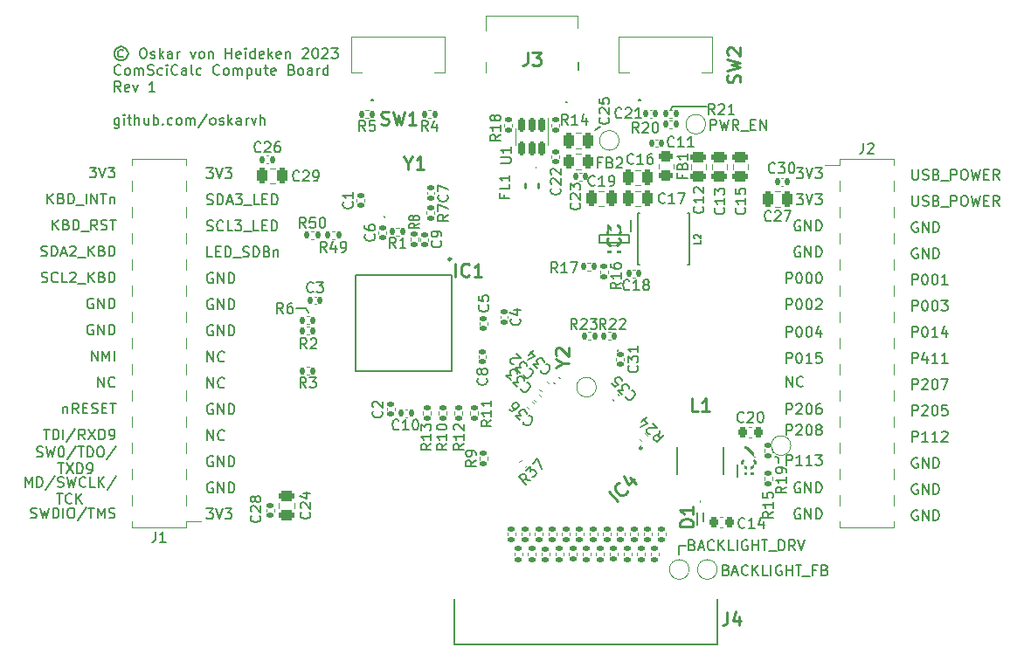
<source format=gto>
G04 #@! TF.GenerationSoftware,KiCad,Pcbnew,(6.0.2)*
G04 #@! TF.CreationDate,2023-09-30T20:52:37-07:00*
G04 #@! TF.ProjectId,comscicalc_compute,636f6d73-6369-4636-916c-635f636f6d70,rev?*
G04 #@! TF.SameCoordinates,Original*
G04 #@! TF.FileFunction,Legend,Top*
G04 #@! TF.FilePolarity,Positive*
%FSLAX46Y46*%
G04 Gerber Fmt 4.6, Leading zero omitted, Abs format (unit mm)*
G04 Created by KiCad (PCBNEW (6.0.2)) date 2023-09-30 20:52:37*
%MOMM*%
%LPD*%
G01*
G04 APERTURE LIST*
G04 Aperture macros list*
%AMRoundRect*
0 Rectangle with rounded corners*
0 $1 Rounding radius*
0 $2 $3 $4 $5 $6 $7 $8 $9 X,Y pos of 4 corners*
0 Add a 4 corners polygon primitive as box body*
4,1,4,$2,$3,$4,$5,$6,$7,$8,$9,$2,$3,0*
0 Add four circle primitives for the rounded corners*
1,1,$1+$1,$2,$3*
1,1,$1+$1,$4,$5*
1,1,$1+$1,$6,$7*
1,1,$1+$1,$8,$9*
0 Add four rect primitives between the rounded corners*
20,1,$1+$1,$2,$3,$4,$5,0*
20,1,$1+$1,$4,$5,$6,$7,0*
20,1,$1+$1,$6,$7,$8,$9,0*
20,1,$1+$1,$8,$9,$2,$3,0*%
%AMRotRect*
0 Rectangle, with rotation*
0 The origin of the aperture is its center*
0 $1 length*
0 $2 width*
0 $3 Rotation angle, in degrees counterclockwise*
0 Add horizontal line*
21,1,$1,$2,0,0,$3*%
G04 Aperture macros list end*
%ADD10C,0.150000*%
%ADD11C,0.254000*%
%ADD12C,0.200000*%
%ADD13C,0.120000*%
%ADD14C,0.250000*%
%ADD15C,0.100000*%
%ADD16C,0.127000*%
%ADD17RoundRect,0.250000X0.475000X-0.250000X0.475000X0.250000X-0.475000X0.250000X-0.475000X-0.250000X0*%
%ADD18RoundRect,0.140000X0.170000X-0.140000X0.170000X0.140000X-0.170000X0.140000X-0.170000X-0.140000X0*%
%ADD19RoundRect,0.135000X-0.035355X0.226274X-0.226274X0.035355X0.035355X-0.226274X0.226274X-0.035355X0*%
%ADD20RoundRect,0.135000X0.135000X0.185000X-0.135000X0.185000X-0.135000X-0.185000X0.135000X-0.185000X0*%
%ADD21R,0.320000X0.430000*%
%ADD22RoundRect,0.140000X-0.140000X-0.170000X0.140000X-0.170000X0.140000X0.170000X-0.140000X0.170000X0*%
%ADD23C,1.500000*%
%ADD24RoundRect,0.135000X0.185000X-0.135000X0.185000X0.135000X-0.185000X0.135000X-0.185000X-0.135000X0*%
%ADD25R,0.300000X1.100000*%
%ADD26R,2.300000X3.100000*%
%ADD27RoundRect,0.140000X0.219203X0.021213X0.021213X0.219203X-0.219203X-0.021213X-0.021213X-0.219203X0*%
%ADD28RoundRect,0.140000X-0.170000X0.140000X-0.170000X-0.140000X0.170000X-0.140000X0.170000X0.140000X0*%
%ADD29RoundRect,0.135000X-0.185000X0.135000X-0.185000X-0.135000X0.185000X-0.135000X0.185000X0.135000X0*%
%ADD30RoundRect,0.225000X0.335876X0.017678X0.017678X0.335876X-0.335876X-0.017678X-0.017678X-0.335876X0*%
%ADD31RoundRect,0.150000X-0.150000X0.512500X-0.150000X-0.512500X0.150000X-0.512500X0.150000X0.512500X0*%
%ADD32RoundRect,0.135000X-0.135000X-0.185000X0.135000X-0.185000X0.135000X0.185000X-0.135000X0.185000X0*%
%ADD33RoundRect,0.135000X0.226274X0.035355X0.035355X0.226274X-0.226274X-0.035355X-0.035355X-0.226274X0*%
%ADD34R,0.400000X1.200000*%
%ADD35R,0.300000X1.475000*%
%ADD36R,1.475000X0.300000*%
%ADD37RotRect,0.300000X0.850000X315.000000*%
%ADD38RotRect,0.300000X0.850000X225.000000*%
%ADD39RotRect,5.250000X5.250000X225.000000*%
%ADD40RoundRect,0.140000X0.140000X0.170000X-0.140000X0.170000X-0.140000X-0.170000X0.140000X-0.170000X0*%
%ADD41R,0.400000X0.750000*%
%ADD42RoundRect,0.250000X-0.250000X-0.475000X0.250000X-0.475000X0.250000X0.475000X-0.250000X0.475000X0*%
%ADD43R,0.600000X1.150000*%
%ADD44RoundRect,0.250000X0.250000X0.475000X-0.250000X0.475000X-0.250000X-0.475000X0.250000X-0.475000X0*%
%ADD45RoundRect,0.225000X-0.225000X-0.250000X0.225000X-0.250000X0.225000X0.250000X-0.225000X0.250000X0*%
%ADD46R,3.150000X1.000000*%
%ADD47RoundRect,0.250000X-0.475000X0.250000X-0.475000X-0.250000X0.475000X-0.250000X0.475000X0.250000X0*%
%ADD48C,0.900000*%
%ADD49R,1.200000X2.500000*%
%ADD50R,1.000000X0.900000*%
%ADD51RoundRect,0.250000X-0.262500X-0.450000X0.262500X-0.450000X0.262500X0.450000X-0.262500X0.450000X0*%
%ADD52R,1.500000X1.200000*%
%ADD53C,0.650000*%
%ADD54R,0.300000X1.150000*%
%ADD55R,2.180000X2.000000*%
%ADD56RoundRect,0.250000X-0.450000X0.262500X-0.450000X-0.262500X0.450000X-0.262500X0.450000X0.262500X0*%
%ADD57R,4.000000X1.500000*%
%ADD58R,3.560000X1.400000*%
G04 APERTURE END LIST*
D10*
X131064000Y-59944000D02*
X131318000Y-60325000D01*
X166576441Y-40386000D02*
X166422800Y-40666400D01*
X166878000Y-40386000D02*
X166576441Y-40386000D01*
X130175000Y-59944000D02*
X131064000Y-59944000D01*
X176911000Y-74422000D02*
X176530000Y-74295000D01*
X167386000Y-40386000D02*
X166878000Y-40386000D01*
X167259000Y-82931000D02*
X167894000Y-82931000D01*
X159639000Y-42291000D02*
X159131000Y-42672000D01*
X176911000Y-74930000D02*
X176911000Y-74422000D01*
X167259000Y-83820000D02*
X167259000Y-82931000D01*
X169926000Y-40386000D02*
X167894000Y-40386000D01*
X167894000Y-40386000D02*
X167386000Y-40386000D01*
X189825523Y-46442380D02*
X189825523Y-47251904D01*
X189873142Y-47347142D01*
X189920761Y-47394761D01*
X190016000Y-47442380D01*
X190206476Y-47442380D01*
X190301714Y-47394761D01*
X190349333Y-47347142D01*
X190396952Y-47251904D01*
X190396952Y-46442380D01*
X190825523Y-47394761D02*
X190968380Y-47442380D01*
X191206476Y-47442380D01*
X191301714Y-47394761D01*
X191349333Y-47347142D01*
X191396952Y-47251904D01*
X191396952Y-47156666D01*
X191349333Y-47061428D01*
X191301714Y-47013809D01*
X191206476Y-46966190D01*
X191016000Y-46918571D01*
X190920761Y-46870952D01*
X190873142Y-46823333D01*
X190825523Y-46728095D01*
X190825523Y-46632857D01*
X190873142Y-46537619D01*
X190920761Y-46490000D01*
X191016000Y-46442380D01*
X191254095Y-46442380D01*
X191396952Y-46490000D01*
X192158857Y-46918571D02*
X192301714Y-46966190D01*
X192349333Y-47013809D01*
X192396952Y-47109047D01*
X192396952Y-47251904D01*
X192349333Y-47347142D01*
X192301714Y-47394761D01*
X192206476Y-47442380D01*
X191825523Y-47442380D01*
X191825523Y-46442380D01*
X192158857Y-46442380D01*
X192254095Y-46490000D01*
X192301714Y-46537619D01*
X192349333Y-46632857D01*
X192349333Y-46728095D01*
X192301714Y-46823333D01*
X192254095Y-46870952D01*
X192158857Y-46918571D01*
X191825523Y-46918571D01*
X192587428Y-47537619D02*
X193349333Y-47537619D01*
X193587428Y-47442380D02*
X193587428Y-46442380D01*
X193968380Y-46442380D01*
X194063619Y-46490000D01*
X194111238Y-46537619D01*
X194158857Y-46632857D01*
X194158857Y-46775714D01*
X194111238Y-46870952D01*
X194063619Y-46918571D01*
X193968380Y-46966190D01*
X193587428Y-46966190D01*
X194777904Y-46442380D02*
X194968380Y-46442380D01*
X195063619Y-46490000D01*
X195158857Y-46585238D01*
X195206476Y-46775714D01*
X195206476Y-47109047D01*
X195158857Y-47299523D01*
X195063619Y-47394761D01*
X194968380Y-47442380D01*
X194777904Y-47442380D01*
X194682666Y-47394761D01*
X194587428Y-47299523D01*
X194539809Y-47109047D01*
X194539809Y-46775714D01*
X194587428Y-46585238D01*
X194682666Y-46490000D01*
X194777904Y-46442380D01*
X195539809Y-46442380D02*
X195777904Y-47442380D01*
X195968380Y-46728095D01*
X196158857Y-47442380D01*
X196396952Y-46442380D01*
X196777904Y-46918571D02*
X197111238Y-46918571D01*
X197254095Y-47442380D02*
X196777904Y-47442380D01*
X196777904Y-46442380D01*
X197254095Y-46442380D01*
X198254095Y-47442380D02*
X197920761Y-46966190D01*
X197682666Y-47442380D02*
X197682666Y-46442380D01*
X198063619Y-46442380D01*
X198158857Y-46490000D01*
X198206476Y-46537619D01*
X198254095Y-46632857D01*
X198254095Y-46775714D01*
X198206476Y-46870952D01*
X198158857Y-46918571D01*
X198063619Y-46966190D01*
X197682666Y-46966190D01*
X178966857Y-51443000D02*
X178871619Y-51395380D01*
X178728762Y-51395380D01*
X178585904Y-51443000D01*
X178490666Y-51538238D01*
X178443047Y-51633476D01*
X178395428Y-51823952D01*
X178395428Y-51966809D01*
X178443047Y-52157285D01*
X178490666Y-52252523D01*
X178585904Y-52347761D01*
X178728762Y-52395380D01*
X178824000Y-52395380D01*
X178966857Y-52347761D01*
X179014476Y-52300142D01*
X179014476Y-51966809D01*
X178824000Y-51966809D01*
X179443047Y-52395380D02*
X179443047Y-51395380D01*
X180014476Y-52395380D01*
X180014476Y-51395380D01*
X180490666Y-52395380D02*
X180490666Y-51395380D01*
X180728762Y-51395380D01*
X180871619Y-51443000D01*
X180966857Y-51538238D01*
X181014476Y-51633476D01*
X181062095Y-51823952D01*
X181062095Y-51966809D01*
X181014476Y-52157285D01*
X180966857Y-52252523D01*
X180871619Y-52347761D01*
X180728762Y-52395380D01*
X180490666Y-52395380D01*
X122062952Y-76843000D02*
X121967714Y-76795380D01*
X121824857Y-76795380D01*
X121681999Y-76843000D01*
X121586761Y-76938238D01*
X121539142Y-77033476D01*
X121491523Y-77223952D01*
X121491523Y-77366809D01*
X121539142Y-77557285D01*
X121586761Y-77652523D01*
X121681999Y-77747761D01*
X121824857Y-77795380D01*
X121920095Y-77795380D01*
X122062952Y-77747761D01*
X122110571Y-77700142D01*
X122110571Y-77366809D01*
X121920095Y-77366809D01*
X122539142Y-77795380D02*
X122539142Y-76795380D01*
X123110571Y-77795380D01*
X123110571Y-76795380D01*
X123586761Y-77795380D02*
X123586761Y-76795380D01*
X123824857Y-76795380D01*
X123967714Y-76843000D01*
X124062952Y-76938238D01*
X124110571Y-77033476D01*
X124158190Y-77223952D01*
X124158190Y-77366809D01*
X124110571Y-77557285D01*
X124062952Y-77652523D01*
X123967714Y-77747761D01*
X123824857Y-77795380D01*
X123586761Y-77795380D01*
X105650067Y-71639180D02*
X106221495Y-71639180D01*
X105935781Y-72639180D02*
X105935781Y-71639180D01*
X106554828Y-72639180D02*
X106554828Y-71639180D01*
X106792924Y-71639180D01*
X106935781Y-71686800D01*
X107031019Y-71782038D01*
X107078638Y-71877276D01*
X107126257Y-72067752D01*
X107126257Y-72210609D01*
X107078638Y-72401085D01*
X107031019Y-72496323D01*
X106935781Y-72591561D01*
X106792924Y-72639180D01*
X106554828Y-72639180D01*
X107554828Y-72639180D02*
X107554828Y-71639180D01*
X108745305Y-71591561D02*
X107888162Y-72877276D01*
X109650067Y-72639180D02*
X109316733Y-72162990D01*
X109078638Y-72639180D02*
X109078638Y-71639180D01*
X109459590Y-71639180D01*
X109554828Y-71686800D01*
X109602447Y-71734419D01*
X109650067Y-71829657D01*
X109650067Y-71972514D01*
X109602447Y-72067752D01*
X109554828Y-72115371D01*
X109459590Y-72162990D01*
X109078638Y-72162990D01*
X109983400Y-71639180D02*
X110650067Y-72639180D01*
X110650067Y-71639180D02*
X109983400Y-72639180D01*
X111031019Y-72639180D02*
X111031019Y-71639180D01*
X111269114Y-71639180D01*
X111411971Y-71686800D01*
X111507209Y-71782038D01*
X111554828Y-71877276D01*
X111602447Y-72067752D01*
X111602447Y-72210609D01*
X111554828Y-72401085D01*
X111507209Y-72496323D01*
X111411971Y-72591561D01*
X111269114Y-72639180D01*
X111031019Y-72639180D01*
X112078638Y-72639180D02*
X112269114Y-72639180D01*
X112364352Y-72591561D01*
X112411971Y-72543942D01*
X112507209Y-72401085D01*
X112554828Y-72210609D01*
X112554828Y-71829657D01*
X112507209Y-71734419D01*
X112459590Y-71686800D01*
X112364352Y-71639180D01*
X112173876Y-71639180D01*
X112078638Y-71686800D01*
X112031019Y-71734419D01*
X111983400Y-71829657D01*
X111983400Y-72067752D01*
X112031019Y-72162990D01*
X112078638Y-72210609D01*
X112173876Y-72258228D01*
X112364352Y-72258228D01*
X112459590Y-72210609D01*
X112507209Y-72162990D01*
X112554828Y-72067752D01*
X177633523Y-70175380D02*
X177633523Y-69175380D01*
X178014476Y-69175380D01*
X178109714Y-69223000D01*
X178157333Y-69270619D01*
X178204952Y-69365857D01*
X178204952Y-69508714D01*
X178157333Y-69603952D01*
X178109714Y-69651571D01*
X178014476Y-69699190D01*
X177633523Y-69699190D01*
X178585904Y-69270619D02*
X178633523Y-69223000D01*
X178728761Y-69175380D01*
X178966857Y-69175380D01*
X179062095Y-69223000D01*
X179109714Y-69270619D01*
X179157333Y-69365857D01*
X179157333Y-69461095D01*
X179109714Y-69603952D01*
X178538285Y-70175380D01*
X179157333Y-70175380D01*
X179776380Y-69175380D02*
X179871619Y-69175380D01*
X179966857Y-69223000D01*
X180014476Y-69270619D01*
X180062095Y-69365857D01*
X180109714Y-69556333D01*
X180109714Y-69794428D01*
X180062095Y-69984904D01*
X180014476Y-70080142D01*
X179966857Y-70127761D01*
X179871619Y-70175380D01*
X179776380Y-70175380D01*
X179681142Y-70127761D01*
X179633523Y-70080142D01*
X179585904Y-69984904D01*
X179538285Y-69794428D01*
X179538285Y-69556333D01*
X179585904Y-69365857D01*
X179633523Y-69270619D01*
X179681142Y-69223000D01*
X179776380Y-69175380D01*
X180966857Y-69175380D02*
X180776380Y-69175380D01*
X180681142Y-69223000D01*
X180633523Y-69270619D01*
X180538285Y-69413476D01*
X180490666Y-69603952D01*
X180490666Y-69984904D01*
X180538285Y-70080142D01*
X180585904Y-70127761D01*
X180681142Y-70175380D01*
X180871619Y-70175380D01*
X180966857Y-70127761D01*
X181014476Y-70080142D01*
X181062095Y-69984904D01*
X181062095Y-69746809D01*
X181014476Y-69651571D01*
X180966857Y-69603952D01*
X180871619Y-69556333D01*
X180681142Y-69556333D01*
X180585904Y-69603952D01*
X180538285Y-69651571D01*
X180490666Y-69746809D01*
X106507210Y-52319180D02*
X106507210Y-51319180D01*
X107078638Y-52319180D02*
X106650067Y-51747752D01*
X107078638Y-51319180D02*
X106507210Y-51890609D01*
X107840543Y-51795371D02*
X107983400Y-51842990D01*
X108031019Y-51890609D01*
X108078638Y-51985847D01*
X108078638Y-52128704D01*
X108031019Y-52223942D01*
X107983400Y-52271561D01*
X107888162Y-52319180D01*
X107507210Y-52319180D01*
X107507210Y-51319180D01*
X107840543Y-51319180D01*
X107935781Y-51366800D01*
X107983400Y-51414419D01*
X108031019Y-51509657D01*
X108031019Y-51604895D01*
X107983400Y-51700133D01*
X107935781Y-51747752D01*
X107840543Y-51795371D01*
X107507210Y-51795371D01*
X108507210Y-52319180D02*
X108507210Y-51319180D01*
X108745305Y-51319180D01*
X108888162Y-51366800D01*
X108983400Y-51462038D01*
X109031019Y-51557276D01*
X109078638Y-51747752D01*
X109078638Y-51890609D01*
X109031019Y-52081085D01*
X108983400Y-52176323D01*
X108888162Y-52271561D01*
X108745305Y-52319180D01*
X108507210Y-52319180D01*
X109269114Y-52414419D02*
X110031019Y-52414419D01*
X110840543Y-52319180D02*
X110507210Y-51842990D01*
X110269114Y-52319180D02*
X110269114Y-51319180D01*
X110650067Y-51319180D01*
X110745305Y-51366800D01*
X110792924Y-51414419D01*
X110840543Y-51509657D01*
X110840543Y-51652514D01*
X110792924Y-51747752D01*
X110745305Y-51795371D01*
X110650067Y-51842990D01*
X110269114Y-51842990D01*
X111221495Y-52271561D02*
X111364352Y-52319180D01*
X111602448Y-52319180D01*
X111697686Y-52271561D01*
X111745305Y-52223942D01*
X111792924Y-52128704D01*
X111792924Y-52033466D01*
X111745305Y-51938228D01*
X111697686Y-51890609D01*
X111602448Y-51842990D01*
X111411971Y-51795371D01*
X111316733Y-51747752D01*
X111269114Y-51700133D01*
X111221495Y-51604895D01*
X111221495Y-51509657D01*
X111269114Y-51414419D01*
X111316733Y-51366800D01*
X111411971Y-51319180D01*
X111650067Y-51319180D01*
X111792924Y-51366800D01*
X112078638Y-51319180D02*
X112650067Y-51319180D01*
X112364352Y-52319180D02*
X112364352Y-51319180D01*
X110935781Y-67559180D02*
X110935781Y-66559180D01*
X111507210Y-67559180D01*
X111507210Y-66559180D01*
X112554829Y-67463942D02*
X112507210Y-67511561D01*
X112364353Y-67559180D01*
X112269115Y-67559180D01*
X112126257Y-67511561D01*
X112031019Y-67416323D01*
X111983400Y-67321085D01*
X111935781Y-67130609D01*
X111935781Y-66987752D01*
X111983400Y-66797276D01*
X112031019Y-66702038D01*
X112126257Y-66606800D01*
X112269115Y-66559180D01*
X112364353Y-66559180D01*
X112507210Y-66606800D01*
X112554829Y-66654419D01*
X104983399Y-74275761D02*
X105126256Y-74323380D01*
X105364352Y-74323380D01*
X105459590Y-74275761D01*
X105507209Y-74228142D01*
X105554828Y-74132904D01*
X105554828Y-74037666D01*
X105507209Y-73942428D01*
X105459590Y-73894809D01*
X105364352Y-73847190D01*
X105173875Y-73799571D01*
X105078637Y-73751952D01*
X105031018Y-73704333D01*
X104983399Y-73609095D01*
X104983399Y-73513857D01*
X105031018Y-73418619D01*
X105078637Y-73371000D01*
X105173875Y-73323380D01*
X105411971Y-73323380D01*
X105554828Y-73371000D01*
X105888161Y-73323380D02*
X106126256Y-74323380D01*
X106316733Y-73609095D01*
X106507209Y-74323380D01*
X106745304Y-73323380D01*
X107316733Y-73323380D02*
X107411971Y-73323380D01*
X107507209Y-73371000D01*
X107554828Y-73418619D01*
X107602447Y-73513857D01*
X107650066Y-73704333D01*
X107650066Y-73942428D01*
X107602447Y-74132904D01*
X107554828Y-74228142D01*
X107507209Y-74275761D01*
X107411971Y-74323380D01*
X107316733Y-74323380D01*
X107221494Y-74275761D01*
X107173875Y-74228142D01*
X107126256Y-74132904D01*
X107078637Y-73942428D01*
X107078637Y-73704333D01*
X107126256Y-73513857D01*
X107173875Y-73418619D01*
X107221494Y-73371000D01*
X107316733Y-73323380D01*
X108792923Y-73275761D02*
X107935780Y-74561476D01*
X108983399Y-73323380D02*
X109554828Y-73323380D01*
X109269114Y-74323380D02*
X109269114Y-73323380D01*
X109888161Y-74323380D02*
X109888161Y-73323380D01*
X110126256Y-73323380D01*
X110269114Y-73371000D01*
X110364352Y-73466238D01*
X110411971Y-73561476D01*
X110459590Y-73751952D01*
X110459590Y-73894809D01*
X110411971Y-74085285D01*
X110364352Y-74180523D01*
X110269114Y-74275761D01*
X110126256Y-74323380D01*
X109888161Y-74323380D01*
X111078637Y-73323380D02*
X111269114Y-73323380D01*
X111364352Y-73371000D01*
X111459590Y-73466238D01*
X111507209Y-73656714D01*
X111507209Y-73990047D01*
X111459590Y-74180523D01*
X111364352Y-74275761D01*
X111269114Y-74323380D01*
X111078637Y-74323380D01*
X110983399Y-74275761D01*
X110888161Y-74180523D01*
X110840542Y-73990047D01*
X110840542Y-73656714D01*
X110888161Y-73466238D01*
X110983399Y-73371000D01*
X111078637Y-73323380D01*
X112650066Y-73275761D02*
X111792923Y-74561476D01*
X107031018Y-74933380D02*
X107602447Y-74933380D01*
X107316733Y-75933380D02*
X107316733Y-74933380D01*
X107840542Y-74933380D02*
X108507209Y-75933380D01*
X108507209Y-74933380D02*
X107840542Y-75933380D01*
X108888161Y-75933380D02*
X108888161Y-74933380D01*
X109126256Y-74933380D01*
X109269114Y-74981000D01*
X109364352Y-75076238D01*
X109411971Y-75171476D01*
X109459590Y-75361952D01*
X109459590Y-75504809D01*
X109411971Y-75695285D01*
X109364352Y-75790523D01*
X109269114Y-75885761D01*
X109126256Y-75933380D01*
X108888161Y-75933380D01*
X109935780Y-75933380D02*
X110126256Y-75933380D01*
X110221494Y-75885761D01*
X110269114Y-75838142D01*
X110364352Y-75695285D01*
X110411971Y-75504809D01*
X110411971Y-75123857D01*
X110364352Y-75028619D01*
X110316733Y-74981000D01*
X110221494Y-74933380D01*
X110031018Y-74933380D01*
X109935780Y-74981000D01*
X109888161Y-75028619D01*
X109840542Y-75123857D01*
X109840542Y-75361952D01*
X109888161Y-75457190D01*
X109935780Y-75504809D01*
X110031018Y-75552428D01*
X110221494Y-75552428D01*
X110316733Y-75504809D01*
X110364352Y-75457190D01*
X110411971Y-75361952D01*
X110459591Y-61526800D02*
X110364353Y-61479180D01*
X110221496Y-61479180D01*
X110078638Y-61526800D01*
X109983400Y-61622038D01*
X109935781Y-61717276D01*
X109888162Y-61907752D01*
X109888162Y-62050609D01*
X109935781Y-62241085D01*
X109983400Y-62336323D01*
X110078638Y-62431561D01*
X110221496Y-62479180D01*
X110316734Y-62479180D01*
X110459591Y-62431561D01*
X110507210Y-62383942D01*
X110507210Y-62050609D01*
X110316734Y-62050609D01*
X110935781Y-62479180D02*
X110935781Y-61479180D01*
X111507210Y-62479180D01*
X111507210Y-61479180D01*
X111983400Y-62479180D02*
X111983400Y-61479180D01*
X112221496Y-61479180D01*
X112364353Y-61526800D01*
X112459591Y-61622038D01*
X112507210Y-61717276D01*
X112554829Y-61907752D01*
X112554829Y-62050609D01*
X112507210Y-62241085D01*
X112459591Y-62336323D01*
X112364353Y-62431561D01*
X112221496Y-62479180D01*
X111983400Y-62479180D01*
X122062952Y-56523000D02*
X121967714Y-56475380D01*
X121824857Y-56475380D01*
X121681999Y-56523000D01*
X121586761Y-56618238D01*
X121539142Y-56713476D01*
X121491523Y-56903952D01*
X121491523Y-57046809D01*
X121539142Y-57237285D01*
X121586761Y-57332523D01*
X121681999Y-57427761D01*
X121824857Y-57475380D01*
X121920095Y-57475380D01*
X122062952Y-57427761D01*
X122110571Y-57380142D01*
X122110571Y-57046809D01*
X121920095Y-57046809D01*
X122539142Y-57475380D02*
X122539142Y-56475380D01*
X123110571Y-57475380D01*
X123110571Y-56475380D01*
X123586761Y-57475380D02*
X123586761Y-56475380D01*
X123824857Y-56475380D01*
X123967714Y-56523000D01*
X124062952Y-56618238D01*
X124110571Y-56713476D01*
X124158190Y-56903952D01*
X124158190Y-57046809D01*
X124110571Y-57237285D01*
X124062952Y-57332523D01*
X123967714Y-57427761D01*
X123824857Y-57475380D01*
X123586761Y-57475380D01*
X177633523Y-67508380D02*
X177633523Y-66508380D01*
X178204952Y-67508380D01*
X178204952Y-66508380D01*
X179252571Y-67413142D02*
X179204952Y-67460761D01*
X179062095Y-67508380D01*
X178966857Y-67508380D01*
X178823999Y-67460761D01*
X178728761Y-67365523D01*
X178681142Y-67270285D01*
X178633523Y-67079809D01*
X178633523Y-66936952D01*
X178681142Y-66746476D01*
X178728761Y-66651238D01*
X178823999Y-66556000D01*
X178966857Y-66508380D01*
X179062095Y-66508380D01*
X179204952Y-66556000D01*
X179252571Y-66603619D01*
X170283523Y-42616380D02*
X170283523Y-41616380D01*
X170664476Y-41616380D01*
X170759714Y-41664000D01*
X170807333Y-41711619D01*
X170854952Y-41806857D01*
X170854952Y-41949714D01*
X170807333Y-42044952D01*
X170759714Y-42092571D01*
X170664476Y-42140190D01*
X170283523Y-42140190D01*
X171188285Y-41616380D02*
X171426380Y-42616380D01*
X171616857Y-41902095D01*
X171807333Y-42616380D01*
X172045428Y-41616380D01*
X172997809Y-42616380D02*
X172664476Y-42140190D01*
X172426380Y-42616380D02*
X172426380Y-41616380D01*
X172807333Y-41616380D01*
X172902571Y-41664000D01*
X172950190Y-41711619D01*
X172997809Y-41806857D01*
X172997809Y-41949714D01*
X172950190Y-42044952D01*
X172902571Y-42092571D01*
X172807333Y-42140190D01*
X172426380Y-42140190D01*
X173188285Y-42711619D02*
X173950190Y-42711619D01*
X174188285Y-42092571D02*
X174521619Y-42092571D01*
X174664476Y-42616380D02*
X174188285Y-42616380D01*
X174188285Y-41616380D01*
X174664476Y-41616380D01*
X175093047Y-42616380D02*
X175093047Y-41616380D01*
X175664476Y-42616380D01*
X175664476Y-41616380D01*
X122062952Y-59063000D02*
X121967714Y-59015380D01*
X121824857Y-59015380D01*
X121681999Y-59063000D01*
X121586761Y-59158238D01*
X121539142Y-59253476D01*
X121491523Y-59443952D01*
X121491523Y-59586809D01*
X121539142Y-59777285D01*
X121586761Y-59872523D01*
X121681999Y-59967761D01*
X121824857Y-60015380D01*
X121920095Y-60015380D01*
X122062952Y-59967761D01*
X122110571Y-59920142D01*
X122110571Y-59586809D01*
X121920095Y-59586809D01*
X122539142Y-60015380D02*
X122539142Y-59015380D01*
X123110571Y-60015380D01*
X123110571Y-59015380D01*
X123586761Y-60015380D02*
X123586761Y-59015380D01*
X123824857Y-59015380D01*
X123967714Y-59063000D01*
X124062952Y-59158238D01*
X124110571Y-59253476D01*
X124158190Y-59443952D01*
X124158190Y-59586809D01*
X124110571Y-59777285D01*
X124062952Y-59872523D01*
X123967714Y-59967761D01*
X123824857Y-60015380D01*
X123586761Y-60015380D01*
X113362319Y-34926076D02*
X113267080Y-34878457D01*
X113076604Y-34878457D01*
X112981366Y-34926076D01*
X112886128Y-35021314D01*
X112838509Y-35116552D01*
X112838509Y-35307028D01*
X112886128Y-35402266D01*
X112981366Y-35497504D01*
X113076604Y-35545123D01*
X113267080Y-35545123D01*
X113362319Y-35497504D01*
X113171842Y-34545123D02*
X112933747Y-34592742D01*
X112695652Y-34735600D01*
X112552795Y-34973695D01*
X112505176Y-35211790D01*
X112552795Y-35449885D01*
X112695652Y-35687980D01*
X112933747Y-35830838D01*
X113171842Y-35878457D01*
X113409938Y-35830838D01*
X113648033Y-35687980D01*
X113790890Y-35449885D01*
X113838509Y-35211790D01*
X113790890Y-34973695D01*
X113648033Y-34735600D01*
X113409938Y-34592742D01*
X113171842Y-34545123D01*
X115219461Y-34687980D02*
X115409938Y-34687980D01*
X115505176Y-34735600D01*
X115600414Y-34830838D01*
X115648033Y-35021314D01*
X115648033Y-35354647D01*
X115600414Y-35545123D01*
X115505176Y-35640361D01*
X115409938Y-35687980D01*
X115219461Y-35687980D01*
X115124223Y-35640361D01*
X115028985Y-35545123D01*
X114981366Y-35354647D01*
X114981366Y-35021314D01*
X115028985Y-34830838D01*
X115124223Y-34735600D01*
X115219461Y-34687980D01*
X116028985Y-35640361D02*
X116124223Y-35687980D01*
X116314700Y-35687980D01*
X116409938Y-35640361D01*
X116457557Y-35545123D01*
X116457557Y-35497504D01*
X116409938Y-35402266D01*
X116314700Y-35354647D01*
X116171842Y-35354647D01*
X116076604Y-35307028D01*
X116028985Y-35211790D01*
X116028985Y-35164171D01*
X116076604Y-35068933D01*
X116171842Y-35021314D01*
X116314700Y-35021314D01*
X116409938Y-35068933D01*
X116886128Y-35687980D02*
X116886128Y-34687980D01*
X116981366Y-35307028D02*
X117267080Y-35687980D01*
X117267080Y-35021314D02*
X116886128Y-35402266D01*
X118124223Y-35687980D02*
X118124223Y-35164171D01*
X118076604Y-35068933D01*
X117981366Y-35021314D01*
X117790890Y-35021314D01*
X117695652Y-35068933D01*
X118124223Y-35640361D02*
X118028985Y-35687980D01*
X117790890Y-35687980D01*
X117695652Y-35640361D01*
X117648033Y-35545123D01*
X117648033Y-35449885D01*
X117695652Y-35354647D01*
X117790890Y-35307028D01*
X118028985Y-35307028D01*
X118124223Y-35259409D01*
X118600414Y-35687980D02*
X118600414Y-35021314D01*
X118600414Y-35211790D02*
X118648033Y-35116552D01*
X118695652Y-35068933D01*
X118790890Y-35021314D01*
X118886128Y-35021314D01*
X119886128Y-35021314D02*
X120124223Y-35687980D01*
X120362319Y-35021314D01*
X120886128Y-35687980D02*
X120790890Y-35640361D01*
X120743271Y-35592742D01*
X120695652Y-35497504D01*
X120695652Y-35211790D01*
X120743271Y-35116552D01*
X120790890Y-35068933D01*
X120886128Y-35021314D01*
X121028985Y-35021314D01*
X121124223Y-35068933D01*
X121171842Y-35116552D01*
X121219461Y-35211790D01*
X121219461Y-35497504D01*
X121171842Y-35592742D01*
X121124223Y-35640361D01*
X121028985Y-35687980D01*
X120886128Y-35687980D01*
X121648033Y-35021314D02*
X121648033Y-35687980D01*
X121648033Y-35116552D02*
X121695652Y-35068933D01*
X121790890Y-35021314D01*
X121933747Y-35021314D01*
X122028985Y-35068933D01*
X122076604Y-35164171D01*
X122076604Y-35687980D01*
X123314700Y-35687980D02*
X123314700Y-34687980D01*
X123314700Y-35164171D02*
X123886128Y-35164171D01*
X123886128Y-35687980D02*
X123886128Y-34687980D01*
X124743271Y-35640361D02*
X124648033Y-35687980D01*
X124457557Y-35687980D01*
X124362319Y-35640361D01*
X124314700Y-35545123D01*
X124314700Y-35164171D01*
X124362319Y-35068933D01*
X124457557Y-35021314D01*
X124648033Y-35021314D01*
X124743271Y-35068933D01*
X124790890Y-35164171D01*
X124790890Y-35259409D01*
X124314700Y-35354647D01*
X125219461Y-35687980D02*
X125219461Y-35021314D01*
X125219461Y-34687980D02*
X125171842Y-34735600D01*
X125219461Y-34783219D01*
X125267080Y-34735600D01*
X125219461Y-34687980D01*
X125219461Y-34783219D01*
X126124223Y-35687980D02*
X126124223Y-34687980D01*
X126124223Y-35640361D02*
X126028985Y-35687980D01*
X125838509Y-35687980D01*
X125743271Y-35640361D01*
X125695652Y-35592742D01*
X125648033Y-35497504D01*
X125648033Y-35211790D01*
X125695652Y-35116552D01*
X125743271Y-35068933D01*
X125838509Y-35021314D01*
X126028985Y-35021314D01*
X126124223Y-35068933D01*
X126981366Y-35640361D02*
X126886128Y-35687980D01*
X126695652Y-35687980D01*
X126600414Y-35640361D01*
X126552795Y-35545123D01*
X126552795Y-35164171D01*
X126600414Y-35068933D01*
X126695652Y-35021314D01*
X126886128Y-35021314D01*
X126981366Y-35068933D01*
X127028985Y-35164171D01*
X127028985Y-35259409D01*
X126552795Y-35354647D01*
X127457557Y-35687980D02*
X127457557Y-34687980D01*
X127552795Y-35307028D02*
X127838509Y-35687980D01*
X127838509Y-35021314D02*
X127457557Y-35402266D01*
X128648033Y-35640361D02*
X128552795Y-35687980D01*
X128362319Y-35687980D01*
X128267080Y-35640361D01*
X128219461Y-35545123D01*
X128219461Y-35164171D01*
X128267080Y-35068933D01*
X128362319Y-35021314D01*
X128552795Y-35021314D01*
X128648033Y-35068933D01*
X128695652Y-35164171D01*
X128695652Y-35259409D01*
X128219461Y-35354647D01*
X129124223Y-35021314D02*
X129124223Y-35687980D01*
X129124223Y-35116552D02*
X129171842Y-35068933D01*
X129267080Y-35021314D01*
X129409938Y-35021314D01*
X129505176Y-35068933D01*
X129552795Y-35164171D01*
X129552795Y-35687980D01*
X130743271Y-34783219D02*
X130790890Y-34735600D01*
X130886128Y-34687980D01*
X131124223Y-34687980D01*
X131219461Y-34735600D01*
X131267080Y-34783219D01*
X131314700Y-34878457D01*
X131314700Y-34973695D01*
X131267080Y-35116552D01*
X130695652Y-35687980D01*
X131314700Y-35687980D01*
X131933747Y-34687980D02*
X132028985Y-34687980D01*
X132124223Y-34735600D01*
X132171842Y-34783219D01*
X132219461Y-34878457D01*
X132267080Y-35068933D01*
X132267080Y-35307028D01*
X132219461Y-35497504D01*
X132171842Y-35592742D01*
X132124223Y-35640361D01*
X132028985Y-35687980D01*
X131933747Y-35687980D01*
X131838509Y-35640361D01*
X131790890Y-35592742D01*
X131743271Y-35497504D01*
X131695652Y-35307028D01*
X131695652Y-35068933D01*
X131743271Y-34878457D01*
X131790890Y-34783219D01*
X131838509Y-34735600D01*
X131933747Y-34687980D01*
X132648033Y-34783219D02*
X132695652Y-34735600D01*
X132790890Y-34687980D01*
X133028985Y-34687980D01*
X133124223Y-34735600D01*
X133171842Y-34783219D01*
X133219461Y-34878457D01*
X133219461Y-34973695D01*
X133171842Y-35116552D01*
X132600414Y-35687980D01*
X133219461Y-35687980D01*
X133552795Y-34687980D02*
X134171842Y-34687980D01*
X133838509Y-35068933D01*
X133981366Y-35068933D01*
X134076604Y-35116552D01*
X134124223Y-35164171D01*
X134171842Y-35259409D01*
X134171842Y-35497504D01*
X134124223Y-35592742D01*
X134076604Y-35640361D01*
X133981366Y-35687980D01*
X133695652Y-35687980D01*
X133600414Y-35640361D01*
X133552795Y-35592742D01*
X113124223Y-37202742D02*
X113076604Y-37250361D01*
X112933747Y-37297980D01*
X112838509Y-37297980D01*
X112695652Y-37250361D01*
X112600414Y-37155123D01*
X112552795Y-37059885D01*
X112505176Y-36869409D01*
X112505176Y-36726552D01*
X112552795Y-36536076D01*
X112600414Y-36440838D01*
X112695652Y-36345600D01*
X112838509Y-36297980D01*
X112933747Y-36297980D01*
X113076604Y-36345600D01*
X113124223Y-36393219D01*
X113695652Y-37297980D02*
X113600414Y-37250361D01*
X113552795Y-37202742D01*
X113505176Y-37107504D01*
X113505176Y-36821790D01*
X113552795Y-36726552D01*
X113600414Y-36678933D01*
X113695652Y-36631314D01*
X113838509Y-36631314D01*
X113933747Y-36678933D01*
X113981366Y-36726552D01*
X114028985Y-36821790D01*
X114028985Y-37107504D01*
X113981366Y-37202742D01*
X113933747Y-37250361D01*
X113838509Y-37297980D01*
X113695652Y-37297980D01*
X114457557Y-37297980D02*
X114457557Y-36631314D01*
X114457557Y-36726552D02*
X114505176Y-36678933D01*
X114600414Y-36631314D01*
X114743271Y-36631314D01*
X114838509Y-36678933D01*
X114886128Y-36774171D01*
X114886128Y-37297980D01*
X114886128Y-36774171D02*
X114933747Y-36678933D01*
X115028985Y-36631314D01*
X115171842Y-36631314D01*
X115267080Y-36678933D01*
X115314700Y-36774171D01*
X115314700Y-37297980D01*
X115743271Y-37250361D02*
X115886128Y-37297980D01*
X116124223Y-37297980D01*
X116219461Y-37250361D01*
X116267080Y-37202742D01*
X116314700Y-37107504D01*
X116314700Y-37012266D01*
X116267080Y-36917028D01*
X116219461Y-36869409D01*
X116124223Y-36821790D01*
X115933747Y-36774171D01*
X115838509Y-36726552D01*
X115790890Y-36678933D01*
X115743271Y-36583695D01*
X115743271Y-36488457D01*
X115790890Y-36393219D01*
X115838509Y-36345600D01*
X115933747Y-36297980D01*
X116171842Y-36297980D01*
X116314700Y-36345600D01*
X117171842Y-37250361D02*
X117076604Y-37297980D01*
X116886128Y-37297980D01*
X116790890Y-37250361D01*
X116743271Y-37202742D01*
X116695652Y-37107504D01*
X116695652Y-36821790D01*
X116743271Y-36726552D01*
X116790890Y-36678933D01*
X116886128Y-36631314D01*
X117076604Y-36631314D01*
X117171842Y-36678933D01*
X117600414Y-37297980D02*
X117600414Y-36631314D01*
X117600414Y-36297980D02*
X117552795Y-36345600D01*
X117600414Y-36393219D01*
X117648033Y-36345600D01*
X117600414Y-36297980D01*
X117600414Y-36393219D01*
X118648033Y-37202742D02*
X118600414Y-37250361D01*
X118457557Y-37297980D01*
X118362319Y-37297980D01*
X118219461Y-37250361D01*
X118124223Y-37155123D01*
X118076604Y-37059885D01*
X118028985Y-36869409D01*
X118028985Y-36726552D01*
X118076604Y-36536076D01*
X118124223Y-36440838D01*
X118219461Y-36345600D01*
X118362319Y-36297980D01*
X118457557Y-36297980D01*
X118600414Y-36345600D01*
X118648033Y-36393219D01*
X119505176Y-37297980D02*
X119505176Y-36774171D01*
X119457557Y-36678933D01*
X119362319Y-36631314D01*
X119171842Y-36631314D01*
X119076604Y-36678933D01*
X119505176Y-37250361D02*
X119409938Y-37297980D01*
X119171842Y-37297980D01*
X119076604Y-37250361D01*
X119028985Y-37155123D01*
X119028985Y-37059885D01*
X119076604Y-36964647D01*
X119171842Y-36917028D01*
X119409938Y-36917028D01*
X119505176Y-36869409D01*
X120124223Y-37297980D02*
X120028985Y-37250361D01*
X119981366Y-37155123D01*
X119981366Y-36297980D01*
X120933747Y-37250361D02*
X120838509Y-37297980D01*
X120648033Y-37297980D01*
X120552795Y-37250361D01*
X120505176Y-37202742D01*
X120457557Y-37107504D01*
X120457557Y-36821790D01*
X120505176Y-36726552D01*
X120552795Y-36678933D01*
X120648033Y-36631314D01*
X120838509Y-36631314D01*
X120933747Y-36678933D01*
X122695652Y-37202742D02*
X122648033Y-37250361D01*
X122505176Y-37297980D01*
X122409938Y-37297980D01*
X122267080Y-37250361D01*
X122171842Y-37155123D01*
X122124223Y-37059885D01*
X122076604Y-36869409D01*
X122076604Y-36726552D01*
X122124223Y-36536076D01*
X122171842Y-36440838D01*
X122267080Y-36345600D01*
X122409938Y-36297980D01*
X122505176Y-36297980D01*
X122648033Y-36345600D01*
X122695652Y-36393219D01*
X123267080Y-37297980D02*
X123171842Y-37250361D01*
X123124223Y-37202742D01*
X123076604Y-37107504D01*
X123076604Y-36821790D01*
X123124223Y-36726552D01*
X123171842Y-36678933D01*
X123267080Y-36631314D01*
X123409938Y-36631314D01*
X123505176Y-36678933D01*
X123552795Y-36726552D01*
X123600414Y-36821790D01*
X123600414Y-37107504D01*
X123552795Y-37202742D01*
X123505176Y-37250361D01*
X123409938Y-37297980D01*
X123267080Y-37297980D01*
X124028985Y-37297980D02*
X124028985Y-36631314D01*
X124028985Y-36726552D02*
X124076604Y-36678933D01*
X124171842Y-36631314D01*
X124314700Y-36631314D01*
X124409938Y-36678933D01*
X124457557Y-36774171D01*
X124457557Y-37297980D01*
X124457557Y-36774171D02*
X124505176Y-36678933D01*
X124600414Y-36631314D01*
X124743271Y-36631314D01*
X124838509Y-36678933D01*
X124886128Y-36774171D01*
X124886128Y-37297980D01*
X125362319Y-36631314D02*
X125362319Y-37631314D01*
X125362319Y-36678933D02*
X125457557Y-36631314D01*
X125648033Y-36631314D01*
X125743271Y-36678933D01*
X125790890Y-36726552D01*
X125838509Y-36821790D01*
X125838509Y-37107504D01*
X125790890Y-37202742D01*
X125743271Y-37250361D01*
X125648033Y-37297980D01*
X125457557Y-37297980D01*
X125362319Y-37250361D01*
X126695652Y-36631314D02*
X126695652Y-37297980D01*
X126267080Y-36631314D02*
X126267080Y-37155123D01*
X126314700Y-37250361D01*
X126409938Y-37297980D01*
X126552795Y-37297980D01*
X126648033Y-37250361D01*
X126695652Y-37202742D01*
X127028985Y-36631314D02*
X127409938Y-36631314D01*
X127171842Y-36297980D02*
X127171842Y-37155123D01*
X127219461Y-37250361D01*
X127314700Y-37297980D01*
X127409938Y-37297980D01*
X128124223Y-37250361D02*
X128028985Y-37297980D01*
X127838509Y-37297980D01*
X127743271Y-37250361D01*
X127695652Y-37155123D01*
X127695652Y-36774171D01*
X127743271Y-36678933D01*
X127838509Y-36631314D01*
X128028985Y-36631314D01*
X128124223Y-36678933D01*
X128171842Y-36774171D01*
X128171842Y-36869409D01*
X127695652Y-36964647D01*
X129695652Y-36774171D02*
X129838509Y-36821790D01*
X129886128Y-36869409D01*
X129933747Y-36964647D01*
X129933747Y-37107504D01*
X129886128Y-37202742D01*
X129838509Y-37250361D01*
X129743271Y-37297980D01*
X129362319Y-37297980D01*
X129362319Y-36297980D01*
X129695652Y-36297980D01*
X129790890Y-36345600D01*
X129838509Y-36393219D01*
X129886128Y-36488457D01*
X129886128Y-36583695D01*
X129838509Y-36678933D01*
X129790890Y-36726552D01*
X129695652Y-36774171D01*
X129362319Y-36774171D01*
X130505176Y-37297980D02*
X130409938Y-37250361D01*
X130362319Y-37202742D01*
X130314700Y-37107504D01*
X130314700Y-36821790D01*
X130362319Y-36726552D01*
X130409938Y-36678933D01*
X130505176Y-36631314D01*
X130648033Y-36631314D01*
X130743271Y-36678933D01*
X130790890Y-36726552D01*
X130838509Y-36821790D01*
X130838509Y-37107504D01*
X130790890Y-37202742D01*
X130743271Y-37250361D01*
X130648033Y-37297980D01*
X130505176Y-37297980D01*
X131695652Y-37297980D02*
X131695652Y-36774171D01*
X131648033Y-36678933D01*
X131552795Y-36631314D01*
X131362319Y-36631314D01*
X131267080Y-36678933D01*
X131695652Y-37250361D02*
X131600414Y-37297980D01*
X131362319Y-37297980D01*
X131267080Y-37250361D01*
X131219461Y-37155123D01*
X131219461Y-37059885D01*
X131267080Y-36964647D01*
X131362319Y-36917028D01*
X131600414Y-36917028D01*
X131695652Y-36869409D01*
X132171842Y-37297980D02*
X132171842Y-36631314D01*
X132171842Y-36821790D02*
X132219461Y-36726552D01*
X132267080Y-36678933D01*
X132362319Y-36631314D01*
X132457557Y-36631314D01*
X133219461Y-37297980D02*
X133219461Y-36297980D01*
X133219461Y-37250361D02*
X133124223Y-37297980D01*
X132933747Y-37297980D01*
X132838509Y-37250361D01*
X132790890Y-37202742D01*
X132743271Y-37107504D01*
X132743271Y-36821790D01*
X132790890Y-36726552D01*
X132838509Y-36678933D01*
X132933747Y-36631314D01*
X133124223Y-36631314D01*
X133219461Y-36678933D01*
X113124223Y-38907980D02*
X112790890Y-38431790D01*
X112552795Y-38907980D02*
X112552795Y-37907980D01*
X112933747Y-37907980D01*
X113028985Y-37955600D01*
X113076604Y-38003219D01*
X113124223Y-38098457D01*
X113124223Y-38241314D01*
X113076604Y-38336552D01*
X113028985Y-38384171D01*
X112933747Y-38431790D01*
X112552795Y-38431790D01*
X113933747Y-38860361D02*
X113838509Y-38907980D01*
X113648033Y-38907980D01*
X113552795Y-38860361D01*
X113505176Y-38765123D01*
X113505176Y-38384171D01*
X113552795Y-38288933D01*
X113648033Y-38241314D01*
X113838509Y-38241314D01*
X113933747Y-38288933D01*
X113981366Y-38384171D01*
X113981366Y-38479409D01*
X113505176Y-38574647D01*
X114314700Y-38241314D02*
X114552795Y-38907980D01*
X114790890Y-38241314D01*
X116457557Y-38907980D02*
X115886128Y-38907980D01*
X116171842Y-38907980D02*
X116171842Y-37907980D01*
X116076604Y-38050838D01*
X115981366Y-38146076D01*
X115886128Y-38193695D01*
X112981366Y-41461314D02*
X112981366Y-42270838D01*
X112933747Y-42366076D01*
X112886128Y-42413695D01*
X112790890Y-42461314D01*
X112648033Y-42461314D01*
X112552795Y-42413695D01*
X112981366Y-42080361D02*
X112886128Y-42127980D01*
X112695652Y-42127980D01*
X112600414Y-42080361D01*
X112552795Y-42032742D01*
X112505176Y-41937504D01*
X112505176Y-41651790D01*
X112552795Y-41556552D01*
X112600414Y-41508933D01*
X112695652Y-41461314D01*
X112886128Y-41461314D01*
X112981366Y-41508933D01*
X113457557Y-42127980D02*
X113457557Y-41461314D01*
X113457557Y-41127980D02*
X113409938Y-41175600D01*
X113457557Y-41223219D01*
X113505176Y-41175600D01*
X113457557Y-41127980D01*
X113457557Y-41223219D01*
X113790890Y-41461314D02*
X114171842Y-41461314D01*
X113933747Y-41127980D02*
X113933747Y-41985123D01*
X113981366Y-42080361D01*
X114076604Y-42127980D01*
X114171842Y-42127980D01*
X114505176Y-42127980D02*
X114505176Y-41127980D01*
X114933747Y-42127980D02*
X114933747Y-41604171D01*
X114886128Y-41508933D01*
X114790890Y-41461314D01*
X114648033Y-41461314D01*
X114552795Y-41508933D01*
X114505176Y-41556552D01*
X115838509Y-41461314D02*
X115838509Y-42127980D01*
X115409938Y-41461314D02*
X115409938Y-41985123D01*
X115457557Y-42080361D01*
X115552795Y-42127980D01*
X115695652Y-42127980D01*
X115790890Y-42080361D01*
X115838509Y-42032742D01*
X116314700Y-42127980D02*
X116314700Y-41127980D01*
X116314700Y-41508933D02*
X116409938Y-41461314D01*
X116600414Y-41461314D01*
X116695652Y-41508933D01*
X116743271Y-41556552D01*
X116790890Y-41651790D01*
X116790890Y-41937504D01*
X116743271Y-42032742D01*
X116695652Y-42080361D01*
X116600414Y-42127980D01*
X116409938Y-42127980D01*
X116314700Y-42080361D01*
X117219461Y-42032742D02*
X117267080Y-42080361D01*
X117219461Y-42127980D01*
X117171842Y-42080361D01*
X117219461Y-42032742D01*
X117219461Y-42127980D01*
X118124223Y-42080361D02*
X118028985Y-42127980D01*
X117838509Y-42127980D01*
X117743271Y-42080361D01*
X117695652Y-42032742D01*
X117648033Y-41937504D01*
X117648033Y-41651790D01*
X117695652Y-41556552D01*
X117743271Y-41508933D01*
X117838509Y-41461314D01*
X118028985Y-41461314D01*
X118124223Y-41508933D01*
X118695652Y-42127980D02*
X118600414Y-42080361D01*
X118552795Y-42032742D01*
X118505176Y-41937504D01*
X118505176Y-41651790D01*
X118552795Y-41556552D01*
X118600414Y-41508933D01*
X118695652Y-41461314D01*
X118838509Y-41461314D01*
X118933747Y-41508933D01*
X118981366Y-41556552D01*
X119028985Y-41651790D01*
X119028985Y-41937504D01*
X118981366Y-42032742D01*
X118933747Y-42080361D01*
X118838509Y-42127980D01*
X118695652Y-42127980D01*
X119457557Y-42127980D02*
X119457557Y-41461314D01*
X119457557Y-41556552D02*
X119505176Y-41508933D01*
X119600414Y-41461314D01*
X119743271Y-41461314D01*
X119838509Y-41508933D01*
X119886128Y-41604171D01*
X119886128Y-42127980D01*
X119886128Y-41604171D02*
X119933747Y-41508933D01*
X120028985Y-41461314D01*
X120171842Y-41461314D01*
X120267080Y-41508933D01*
X120314700Y-41604171D01*
X120314700Y-42127980D01*
X121505176Y-41080361D02*
X120648033Y-42366076D01*
X121981366Y-42127980D02*
X121886128Y-42080361D01*
X121838509Y-42032742D01*
X121790890Y-41937504D01*
X121790890Y-41651790D01*
X121838509Y-41556552D01*
X121886128Y-41508933D01*
X121981366Y-41461314D01*
X122124223Y-41461314D01*
X122219461Y-41508933D01*
X122267080Y-41556552D01*
X122314700Y-41651790D01*
X122314700Y-41937504D01*
X122267080Y-42032742D01*
X122219461Y-42080361D01*
X122124223Y-42127980D01*
X121981366Y-42127980D01*
X122695652Y-42080361D02*
X122790890Y-42127980D01*
X122981366Y-42127980D01*
X123076604Y-42080361D01*
X123124223Y-41985123D01*
X123124223Y-41937504D01*
X123076604Y-41842266D01*
X122981366Y-41794647D01*
X122838509Y-41794647D01*
X122743271Y-41747028D01*
X122695652Y-41651790D01*
X122695652Y-41604171D01*
X122743271Y-41508933D01*
X122838509Y-41461314D01*
X122981366Y-41461314D01*
X123076604Y-41508933D01*
X123552795Y-42127980D02*
X123552795Y-41127980D01*
X123648033Y-41747028D02*
X123933747Y-42127980D01*
X123933747Y-41461314D02*
X123552795Y-41842266D01*
X124790890Y-42127980D02*
X124790890Y-41604171D01*
X124743271Y-41508933D01*
X124648033Y-41461314D01*
X124457557Y-41461314D01*
X124362319Y-41508933D01*
X124790890Y-42080361D02*
X124695652Y-42127980D01*
X124457557Y-42127980D01*
X124362319Y-42080361D01*
X124314700Y-41985123D01*
X124314700Y-41889885D01*
X124362319Y-41794647D01*
X124457557Y-41747028D01*
X124695652Y-41747028D01*
X124790890Y-41699409D01*
X125267080Y-42127980D02*
X125267080Y-41461314D01*
X125267080Y-41651790D02*
X125314700Y-41556552D01*
X125362319Y-41508933D01*
X125457557Y-41461314D01*
X125552795Y-41461314D01*
X125790890Y-41461314D02*
X126028985Y-42127980D01*
X126267080Y-41461314D01*
X126648033Y-42127980D02*
X126648033Y-41127980D01*
X127076604Y-42127980D02*
X127076604Y-41604171D01*
X127028985Y-41508933D01*
X126933747Y-41461314D01*
X126790890Y-41461314D01*
X126695652Y-41508933D01*
X126648033Y-41556552D01*
X110316733Y-65019180D02*
X110316733Y-64019180D01*
X110888162Y-65019180D01*
X110888162Y-64019180D01*
X111364352Y-65019180D02*
X111364352Y-64019180D01*
X111697686Y-64733466D01*
X112031019Y-64019180D01*
X112031019Y-65019180D01*
X112507210Y-65019180D02*
X112507210Y-64019180D01*
X189825523Y-70302380D02*
X189825523Y-69302380D01*
X190206476Y-69302380D01*
X190301714Y-69350000D01*
X190349333Y-69397619D01*
X190396952Y-69492857D01*
X190396952Y-69635714D01*
X190349333Y-69730952D01*
X190301714Y-69778571D01*
X190206476Y-69826190D01*
X189825523Y-69826190D01*
X190777904Y-69397619D02*
X190825523Y-69350000D01*
X190920761Y-69302380D01*
X191158857Y-69302380D01*
X191254095Y-69350000D01*
X191301714Y-69397619D01*
X191349333Y-69492857D01*
X191349333Y-69588095D01*
X191301714Y-69730952D01*
X190730285Y-70302380D01*
X191349333Y-70302380D01*
X191968380Y-69302380D02*
X192063619Y-69302380D01*
X192158857Y-69350000D01*
X192206476Y-69397619D01*
X192254095Y-69492857D01*
X192301714Y-69683333D01*
X192301714Y-69921428D01*
X192254095Y-70111904D01*
X192206476Y-70207142D01*
X192158857Y-70254761D01*
X192063619Y-70302380D01*
X191968380Y-70302380D01*
X191873142Y-70254761D01*
X191825523Y-70207142D01*
X191777904Y-70111904D01*
X191730285Y-69921428D01*
X191730285Y-69683333D01*
X191777904Y-69492857D01*
X191825523Y-69397619D01*
X191873142Y-69350000D01*
X191968380Y-69302380D01*
X193206476Y-69302380D02*
X192730285Y-69302380D01*
X192682666Y-69778571D01*
X192730285Y-69730952D01*
X192825523Y-69683333D01*
X193063619Y-69683333D01*
X193158857Y-69730952D01*
X193206476Y-69778571D01*
X193254095Y-69873809D01*
X193254095Y-70111904D01*
X193206476Y-70207142D01*
X193158857Y-70254761D01*
X193063619Y-70302380D01*
X192825523Y-70302380D01*
X192730285Y-70254761D01*
X192682666Y-70207142D01*
X190349333Y-79510000D02*
X190254095Y-79462380D01*
X190111238Y-79462380D01*
X189968380Y-79510000D01*
X189873142Y-79605238D01*
X189825523Y-79700476D01*
X189777904Y-79890952D01*
X189777904Y-80033809D01*
X189825523Y-80224285D01*
X189873142Y-80319523D01*
X189968380Y-80414761D01*
X190111238Y-80462380D01*
X190206476Y-80462380D01*
X190349333Y-80414761D01*
X190396952Y-80367142D01*
X190396952Y-80033809D01*
X190206476Y-80033809D01*
X190825523Y-80462380D02*
X190825523Y-79462380D01*
X191396952Y-80462380D01*
X191396952Y-79462380D01*
X191873142Y-80462380D02*
X191873142Y-79462380D01*
X192111238Y-79462380D01*
X192254095Y-79510000D01*
X192349333Y-79605238D01*
X192396952Y-79700476D01*
X192444571Y-79890952D01*
X192444571Y-80033809D01*
X192396952Y-80224285D01*
X192349333Y-80319523D01*
X192254095Y-80414761D01*
X192111238Y-80462380D01*
X191873142Y-80462380D01*
X178633523Y-46315380D02*
X179252571Y-46315380D01*
X178919238Y-46696333D01*
X179062095Y-46696333D01*
X179157333Y-46743952D01*
X179204952Y-46791571D01*
X179252571Y-46886809D01*
X179252571Y-47124904D01*
X179204952Y-47220142D01*
X179157333Y-47267761D01*
X179062095Y-47315380D01*
X178776380Y-47315380D01*
X178681142Y-47267761D01*
X178633523Y-47220142D01*
X179538285Y-46315380D02*
X179871619Y-47315380D01*
X180204952Y-46315380D01*
X180443047Y-46315380D02*
X181062095Y-46315380D01*
X180728761Y-46696333D01*
X180871619Y-46696333D01*
X180966857Y-46743952D01*
X181014476Y-46791571D01*
X181062095Y-46886809D01*
X181062095Y-47124904D01*
X181014476Y-47220142D01*
X180966857Y-47267761D01*
X180871619Y-47315380D01*
X180585904Y-47315380D01*
X180490666Y-47267761D01*
X180443047Y-47220142D01*
X190349333Y-76970000D02*
X190254095Y-76922380D01*
X190111238Y-76922380D01*
X189968380Y-76970000D01*
X189873142Y-77065238D01*
X189825523Y-77160476D01*
X189777904Y-77350952D01*
X189777904Y-77493809D01*
X189825523Y-77684285D01*
X189873142Y-77779523D01*
X189968380Y-77874761D01*
X190111238Y-77922380D01*
X190206476Y-77922380D01*
X190349333Y-77874761D01*
X190396952Y-77827142D01*
X190396952Y-77493809D01*
X190206476Y-77493809D01*
X190825523Y-77922380D02*
X190825523Y-76922380D01*
X191396952Y-77922380D01*
X191396952Y-76922380D01*
X191873142Y-77922380D02*
X191873142Y-76922380D01*
X192111238Y-76922380D01*
X192254095Y-76970000D01*
X192349333Y-77065238D01*
X192396952Y-77160476D01*
X192444571Y-77350952D01*
X192444571Y-77493809D01*
X192396952Y-77684285D01*
X192349333Y-77779523D01*
X192254095Y-77874761D01*
X192111238Y-77922380D01*
X191873142Y-77922380D01*
X121491524Y-52347761D02*
X121634381Y-52395380D01*
X121872476Y-52395380D01*
X121967714Y-52347761D01*
X122015333Y-52300142D01*
X122062952Y-52204904D01*
X122062952Y-52109666D01*
X122015333Y-52014428D01*
X121967714Y-51966809D01*
X121872476Y-51919190D01*
X121682000Y-51871571D01*
X121586762Y-51823952D01*
X121539143Y-51776333D01*
X121491524Y-51681095D01*
X121491524Y-51585857D01*
X121539143Y-51490619D01*
X121586762Y-51443000D01*
X121682000Y-51395380D01*
X121920095Y-51395380D01*
X122062952Y-51443000D01*
X123062952Y-52300142D02*
X123015333Y-52347761D01*
X122872476Y-52395380D01*
X122777238Y-52395380D01*
X122634381Y-52347761D01*
X122539143Y-52252523D01*
X122491524Y-52157285D01*
X122443905Y-51966809D01*
X122443905Y-51823952D01*
X122491524Y-51633476D01*
X122539143Y-51538238D01*
X122634381Y-51443000D01*
X122777238Y-51395380D01*
X122872476Y-51395380D01*
X123015333Y-51443000D01*
X123062952Y-51490619D01*
X123967714Y-52395380D02*
X123491524Y-52395380D01*
X123491524Y-51395380D01*
X124205809Y-51395380D02*
X124824857Y-51395380D01*
X124491524Y-51776333D01*
X124634381Y-51776333D01*
X124729619Y-51823952D01*
X124777238Y-51871571D01*
X124824857Y-51966809D01*
X124824857Y-52204904D01*
X124777238Y-52300142D01*
X124729619Y-52347761D01*
X124634381Y-52395380D01*
X124348666Y-52395380D01*
X124253428Y-52347761D01*
X124205809Y-52300142D01*
X125015333Y-52490619D02*
X125777238Y-52490619D01*
X126491524Y-52395380D02*
X126015333Y-52395380D01*
X126015333Y-51395380D01*
X126824857Y-51871571D02*
X127158190Y-51871571D01*
X127301047Y-52395380D02*
X126824857Y-52395380D01*
X126824857Y-51395380D01*
X127301047Y-51395380D01*
X127729619Y-52395380D02*
X127729619Y-51395380D01*
X127967714Y-51395380D01*
X128110571Y-51443000D01*
X128205809Y-51538238D01*
X128253428Y-51633476D01*
X128301047Y-51823952D01*
X128301047Y-51966809D01*
X128253428Y-52157285D01*
X128205809Y-52252523D01*
X128110571Y-52347761D01*
X127967714Y-52395380D01*
X127729619Y-52395380D01*
X110126257Y-46239180D02*
X110745305Y-46239180D01*
X110411972Y-46620133D01*
X110554829Y-46620133D01*
X110650067Y-46667752D01*
X110697686Y-46715371D01*
X110745305Y-46810609D01*
X110745305Y-47048704D01*
X110697686Y-47143942D01*
X110650067Y-47191561D01*
X110554829Y-47239180D01*
X110269114Y-47239180D01*
X110173876Y-47191561D01*
X110126257Y-47143942D01*
X111031019Y-46239180D02*
X111364353Y-47239180D01*
X111697686Y-46239180D01*
X111935781Y-46239180D02*
X112554829Y-46239180D01*
X112221495Y-46620133D01*
X112364353Y-46620133D01*
X112459591Y-46667752D01*
X112507210Y-46715371D01*
X112554829Y-46810609D01*
X112554829Y-47048704D01*
X112507210Y-47143942D01*
X112459591Y-47191561D01*
X112364353Y-47239180D01*
X112078638Y-47239180D01*
X111983400Y-47191561D01*
X111935781Y-47143942D01*
X121443904Y-46315380D02*
X122062952Y-46315380D01*
X121729619Y-46696333D01*
X121872476Y-46696333D01*
X121967714Y-46743952D01*
X122015333Y-46791571D01*
X122062952Y-46886809D01*
X122062952Y-47124904D01*
X122015333Y-47220142D01*
X121967714Y-47267761D01*
X121872476Y-47315380D01*
X121586761Y-47315380D01*
X121491523Y-47267761D01*
X121443904Y-47220142D01*
X122348666Y-46315380D02*
X122682000Y-47315380D01*
X123015333Y-46315380D01*
X123253428Y-46315380D02*
X123872476Y-46315380D01*
X123539142Y-46696333D01*
X123682000Y-46696333D01*
X123777238Y-46743952D01*
X123824857Y-46791571D01*
X123872476Y-46886809D01*
X123872476Y-47124904D01*
X123824857Y-47220142D01*
X123777238Y-47267761D01*
X123682000Y-47315380D01*
X123396285Y-47315380D01*
X123301047Y-47267761D01*
X123253428Y-47220142D01*
X121443904Y-79335380D02*
X122062952Y-79335380D01*
X121729619Y-79716333D01*
X121872476Y-79716333D01*
X121967714Y-79763952D01*
X122015333Y-79811571D01*
X122062952Y-79906809D01*
X122062952Y-80144904D01*
X122015333Y-80240142D01*
X121967714Y-80287761D01*
X121872476Y-80335380D01*
X121586761Y-80335380D01*
X121491523Y-80287761D01*
X121443904Y-80240142D01*
X122348666Y-79335380D02*
X122682000Y-80335380D01*
X123015333Y-79335380D01*
X123253428Y-79335380D02*
X123872476Y-79335380D01*
X123539142Y-79716333D01*
X123682000Y-79716333D01*
X123777238Y-79763952D01*
X123824857Y-79811571D01*
X123872476Y-79906809D01*
X123872476Y-80144904D01*
X123824857Y-80240142D01*
X123777238Y-80287761D01*
X123682000Y-80335380D01*
X123396285Y-80335380D01*
X123301047Y-80287761D01*
X123253428Y-80240142D01*
X107554829Y-69432514D02*
X107554829Y-70099180D01*
X107554829Y-69527752D02*
X107602448Y-69480133D01*
X107697686Y-69432514D01*
X107840543Y-69432514D01*
X107935781Y-69480133D01*
X107983400Y-69575371D01*
X107983400Y-70099180D01*
X109031020Y-70099180D02*
X108697686Y-69622990D01*
X108459591Y-70099180D02*
X108459591Y-69099180D01*
X108840543Y-69099180D01*
X108935781Y-69146800D01*
X108983400Y-69194419D01*
X109031020Y-69289657D01*
X109031020Y-69432514D01*
X108983400Y-69527752D01*
X108935781Y-69575371D01*
X108840543Y-69622990D01*
X108459591Y-69622990D01*
X109459591Y-69575371D02*
X109792924Y-69575371D01*
X109935781Y-70099180D02*
X109459591Y-70099180D01*
X109459591Y-69099180D01*
X109935781Y-69099180D01*
X110316734Y-70051561D02*
X110459591Y-70099180D01*
X110697686Y-70099180D01*
X110792924Y-70051561D01*
X110840543Y-70003942D01*
X110888162Y-69908704D01*
X110888162Y-69813466D01*
X110840543Y-69718228D01*
X110792924Y-69670609D01*
X110697686Y-69622990D01*
X110507210Y-69575371D01*
X110411972Y-69527752D01*
X110364353Y-69480133D01*
X110316734Y-69384895D01*
X110316734Y-69289657D01*
X110364353Y-69194419D01*
X110411972Y-69146800D01*
X110507210Y-69099180D01*
X110745305Y-69099180D01*
X110888162Y-69146800D01*
X111316734Y-69575371D02*
X111650067Y-69575371D01*
X111792924Y-70099180D02*
X111316734Y-70099180D01*
X111316734Y-69099180D01*
X111792924Y-69099180D01*
X112078639Y-69099180D02*
X112650067Y-69099180D01*
X112364353Y-70099180D02*
X112364353Y-69099180D01*
X122062952Y-69223000D02*
X121967714Y-69175380D01*
X121824857Y-69175380D01*
X121681999Y-69223000D01*
X121586761Y-69318238D01*
X121539142Y-69413476D01*
X121491523Y-69603952D01*
X121491523Y-69746809D01*
X121539142Y-69937285D01*
X121586761Y-70032523D01*
X121681999Y-70127761D01*
X121824857Y-70175380D01*
X121920095Y-70175380D01*
X122062952Y-70127761D01*
X122110571Y-70080142D01*
X122110571Y-69746809D01*
X121920095Y-69746809D01*
X122539142Y-70175380D02*
X122539142Y-69175380D01*
X123110571Y-70175380D01*
X123110571Y-69175380D01*
X123586761Y-70175380D02*
X123586761Y-69175380D01*
X123824857Y-69175380D01*
X123967714Y-69223000D01*
X124062952Y-69318238D01*
X124110571Y-69413476D01*
X124158190Y-69603952D01*
X124158190Y-69746809D01*
X124110571Y-69937285D01*
X124062952Y-70032523D01*
X123967714Y-70127761D01*
X123824857Y-70175380D01*
X123586761Y-70175380D01*
X177633523Y-75128380D02*
X177633523Y-74128380D01*
X178014476Y-74128380D01*
X178109714Y-74176000D01*
X178157333Y-74223619D01*
X178204952Y-74318857D01*
X178204952Y-74461714D01*
X178157333Y-74556952D01*
X178109714Y-74604571D01*
X178014476Y-74652190D01*
X177633523Y-74652190D01*
X179157333Y-75128380D02*
X178585904Y-75128380D01*
X178871619Y-75128380D02*
X178871619Y-74128380D01*
X178776380Y-74271238D01*
X178681142Y-74366476D01*
X178585904Y-74414095D01*
X180109714Y-75128380D02*
X179538285Y-75128380D01*
X179824000Y-75128380D02*
X179824000Y-74128380D01*
X179728761Y-74271238D01*
X179633523Y-74366476D01*
X179538285Y-74414095D01*
X180443047Y-74128380D02*
X181062095Y-74128380D01*
X180728761Y-74509333D01*
X180871619Y-74509333D01*
X180966857Y-74556952D01*
X181014476Y-74604571D01*
X181062095Y-74699809D01*
X181062095Y-74937904D01*
X181014476Y-75033142D01*
X180966857Y-75080761D01*
X180871619Y-75128380D01*
X180585904Y-75128380D01*
X180490666Y-75080761D01*
X180443047Y-75033142D01*
X110459591Y-58986800D02*
X110364353Y-58939180D01*
X110221496Y-58939180D01*
X110078638Y-58986800D01*
X109983400Y-59082038D01*
X109935781Y-59177276D01*
X109888162Y-59367752D01*
X109888162Y-59510609D01*
X109935781Y-59701085D01*
X109983400Y-59796323D01*
X110078638Y-59891561D01*
X110221496Y-59939180D01*
X110316734Y-59939180D01*
X110459591Y-59891561D01*
X110507210Y-59843942D01*
X110507210Y-59510609D01*
X110316734Y-59510609D01*
X110935781Y-59939180D02*
X110935781Y-58939180D01*
X111507210Y-59939180D01*
X111507210Y-58939180D01*
X111983400Y-59939180D02*
X111983400Y-58939180D01*
X112221496Y-58939180D01*
X112364353Y-58986800D01*
X112459591Y-59082038D01*
X112507210Y-59177276D01*
X112554829Y-59367752D01*
X112554829Y-59510609D01*
X112507210Y-59701085D01*
X112459591Y-59796323D01*
X112364353Y-59891561D01*
X112221496Y-59939180D01*
X111983400Y-59939180D01*
X121491523Y-49807761D02*
X121634380Y-49855380D01*
X121872475Y-49855380D01*
X121967714Y-49807761D01*
X122015333Y-49760142D01*
X122062952Y-49664904D01*
X122062952Y-49569666D01*
X122015333Y-49474428D01*
X121967714Y-49426809D01*
X121872475Y-49379190D01*
X121681999Y-49331571D01*
X121586761Y-49283952D01*
X121539142Y-49236333D01*
X121491523Y-49141095D01*
X121491523Y-49045857D01*
X121539142Y-48950619D01*
X121586761Y-48903000D01*
X121681999Y-48855380D01*
X121920095Y-48855380D01*
X122062952Y-48903000D01*
X122491523Y-49855380D02*
X122491523Y-48855380D01*
X122729618Y-48855380D01*
X122872475Y-48903000D01*
X122967714Y-48998238D01*
X123015333Y-49093476D01*
X123062952Y-49283952D01*
X123062952Y-49426809D01*
X123015333Y-49617285D01*
X122967714Y-49712523D01*
X122872475Y-49807761D01*
X122729618Y-49855380D01*
X122491523Y-49855380D01*
X123443904Y-49569666D02*
X123920095Y-49569666D01*
X123348666Y-49855380D02*
X123681999Y-48855380D01*
X124015333Y-49855380D01*
X124253428Y-48855380D02*
X124872475Y-48855380D01*
X124539142Y-49236333D01*
X124681999Y-49236333D01*
X124777237Y-49283952D01*
X124824856Y-49331571D01*
X124872475Y-49426809D01*
X124872475Y-49664904D01*
X124824856Y-49760142D01*
X124777237Y-49807761D01*
X124681999Y-49855380D01*
X124396285Y-49855380D01*
X124301047Y-49807761D01*
X124253428Y-49760142D01*
X125062952Y-49950619D02*
X125824856Y-49950619D01*
X126539142Y-49855380D02*
X126062952Y-49855380D01*
X126062952Y-48855380D01*
X126872475Y-49331571D02*
X127205809Y-49331571D01*
X127348666Y-49855380D02*
X126872475Y-49855380D01*
X126872475Y-48855380D01*
X127348666Y-48855380D01*
X127777237Y-49855380D02*
X127777237Y-48855380D01*
X128015333Y-48855380D01*
X128158190Y-48903000D01*
X128253428Y-48998238D01*
X128301047Y-49093476D01*
X128348666Y-49283952D01*
X128348666Y-49426809D01*
X128301047Y-49617285D01*
X128253428Y-49712523D01*
X128158190Y-49807761D01*
X128015333Y-49855380D01*
X127777237Y-49855380D01*
X105411971Y-54811561D02*
X105554828Y-54859180D01*
X105792923Y-54859180D01*
X105888161Y-54811561D01*
X105935780Y-54763942D01*
X105983400Y-54668704D01*
X105983400Y-54573466D01*
X105935780Y-54478228D01*
X105888161Y-54430609D01*
X105792923Y-54382990D01*
X105602447Y-54335371D01*
X105507209Y-54287752D01*
X105459590Y-54240133D01*
X105411971Y-54144895D01*
X105411971Y-54049657D01*
X105459590Y-53954419D01*
X105507209Y-53906800D01*
X105602447Y-53859180D01*
X105840542Y-53859180D01*
X105983400Y-53906800D01*
X106411971Y-54859180D02*
X106411971Y-53859180D01*
X106650066Y-53859180D01*
X106792923Y-53906800D01*
X106888161Y-54002038D01*
X106935780Y-54097276D01*
X106983400Y-54287752D01*
X106983400Y-54430609D01*
X106935780Y-54621085D01*
X106888161Y-54716323D01*
X106792923Y-54811561D01*
X106650066Y-54859180D01*
X106411971Y-54859180D01*
X107364352Y-54573466D02*
X107840542Y-54573466D01*
X107269114Y-54859180D02*
X107602447Y-53859180D01*
X107935780Y-54859180D01*
X108221495Y-53954419D02*
X108269114Y-53906800D01*
X108364352Y-53859180D01*
X108602447Y-53859180D01*
X108697685Y-53906800D01*
X108745304Y-53954419D01*
X108792923Y-54049657D01*
X108792923Y-54144895D01*
X108745304Y-54287752D01*
X108173876Y-54859180D01*
X108792923Y-54859180D01*
X108983400Y-54954419D02*
X109745304Y-54954419D01*
X109983400Y-54859180D02*
X109983400Y-53859180D01*
X110554828Y-54859180D02*
X110126257Y-54287752D01*
X110554828Y-53859180D02*
X109983400Y-54430609D01*
X111316733Y-54335371D02*
X111459590Y-54382990D01*
X111507209Y-54430609D01*
X111554828Y-54525847D01*
X111554828Y-54668704D01*
X111507209Y-54763942D01*
X111459590Y-54811561D01*
X111364352Y-54859180D01*
X110983400Y-54859180D01*
X110983400Y-53859180D01*
X111316733Y-53859180D01*
X111411971Y-53906800D01*
X111459590Y-53954419D01*
X111507209Y-54049657D01*
X111507209Y-54144895D01*
X111459590Y-54240133D01*
X111411971Y-54287752D01*
X111316733Y-54335371D01*
X110983400Y-54335371D01*
X111983400Y-54859180D02*
X111983400Y-53859180D01*
X112221495Y-53859180D01*
X112364352Y-53906800D01*
X112459590Y-54002038D01*
X112507209Y-54097276D01*
X112554828Y-54287752D01*
X112554828Y-54430609D01*
X112507209Y-54621085D01*
X112459590Y-54716323D01*
X112364352Y-54811561D01*
X112221495Y-54859180D01*
X111983400Y-54859180D01*
X103870666Y-77244380D02*
X103870666Y-76244380D01*
X104204000Y-76958666D01*
X104537333Y-76244380D01*
X104537333Y-77244380D01*
X105013523Y-77244380D02*
X105013523Y-76244380D01*
X105251619Y-76244380D01*
X105394476Y-76292000D01*
X105489714Y-76387238D01*
X105537333Y-76482476D01*
X105584952Y-76672952D01*
X105584952Y-76815809D01*
X105537333Y-77006285D01*
X105489714Y-77101523D01*
X105394476Y-77196761D01*
X105251619Y-77244380D01*
X105013523Y-77244380D01*
X106727809Y-76196761D02*
X105870666Y-77482476D01*
X107013523Y-77196761D02*
X107156380Y-77244380D01*
X107394476Y-77244380D01*
X107489714Y-77196761D01*
X107537333Y-77149142D01*
X107584952Y-77053904D01*
X107584952Y-76958666D01*
X107537333Y-76863428D01*
X107489714Y-76815809D01*
X107394476Y-76768190D01*
X107204000Y-76720571D01*
X107108761Y-76672952D01*
X107061142Y-76625333D01*
X107013523Y-76530095D01*
X107013523Y-76434857D01*
X107061142Y-76339619D01*
X107108761Y-76292000D01*
X107204000Y-76244380D01*
X107442095Y-76244380D01*
X107584952Y-76292000D01*
X107918285Y-76244380D02*
X108156380Y-77244380D01*
X108346857Y-76530095D01*
X108537333Y-77244380D01*
X108775428Y-76244380D01*
X109727809Y-77149142D02*
X109680190Y-77196761D01*
X109537333Y-77244380D01*
X109442095Y-77244380D01*
X109299238Y-77196761D01*
X109204000Y-77101523D01*
X109156380Y-77006285D01*
X109108761Y-76815809D01*
X109108761Y-76672952D01*
X109156380Y-76482476D01*
X109204000Y-76387238D01*
X109299238Y-76292000D01*
X109442095Y-76244380D01*
X109537333Y-76244380D01*
X109680190Y-76292000D01*
X109727809Y-76339619D01*
X110632571Y-77244380D02*
X110156380Y-77244380D01*
X110156380Y-76244380D01*
X110965904Y-77244380D02*
X110965904Y-76244380D01*
X111537333Y-77244380D02*
X111108761Y-76672952D01*
X111537333Y-76244380D02*
X110965904Y-76815809D01*
X112680190Y-76196761D02*
X111823047Y-77482476D01*
X106918285Y-77854380D02*
X107489714Y-77854380D01*
X107204000Y-78854380D02*
X107204000Y-77854380D01*
X108394476Y-78759142D02*
X108346857Y-78806761D01*
X108204000Y-78854380D01*
X108108761Y-78854380D01*
X107965904Y-78806761D01*
X107870666Y-78711523D01*
X107823047Y-78616285D01*
X107775428Y-78425809D01*
X107775428Y-78282952D01*
X107823047Y-78092476D01*
X107870666Y-77997238D01*
X107965904Y-77902000D01*
X108108761Y-77854380D01*
X108204000Y-77854380D01*
X108346857Y-77902000D01*
X108394476Y-77949619D01*
X108823047Y-78854380D02*
X108823047Y-77854380D01*
X109394476Y-78854380D02*
X108965904Y-78282952D01*
X109394476Y-77854380D02*
X108823047Y-78425809D01*
X177633523Y-57475380D02*
X177633523Y-56475380D01*
X178014476Y-56475380D01*
X178109714Y-56523000D01*
X178157333Y-56570619D01*
X178204952Y-56665857D01*
X178204952Y-56808714D01*
X178157333Y-56903952D01*
X178109714Y-56951571D01*
X178014476Y-56999190D01*
X177633523Y-56999190D01*
X178824000Y-56475380D02*
X178919238Y-56475380D01*
X179014476Y-56523000D01*
X179062095Y-56570619D01*
X179109714Y-56665857D01*
X179157333Y-56856333D01*
X179157333Y-57094428D01*
X179109714Y-57284904D01*
X179062095Y-57380142D01*
X179014476Y-57427761D01*
X178919238Y-57475380D01*
X178824000Y-57475380D01*
X178728761Y-57427761D01*
X178681142Y-57380142D01*
X178633523Y-57284904D01*
X178585904Y-57094428D01*
X178585904Y-56856333D01*
X178633523Y-56665857D01*
X178681142Y-56570619D01*
X178728761Y-56523000D01*
X178824000Y-56475380D01*
X179776380Y-56475380D02*
X179871619Y-56475380D01*
X179966857Y-56523000D01*
X180014476Y-56570619D01*
X180062095Y-56665857D01*
X180109714Y-56856333D01*
X180109714Y-57094428D01*
X180062095Y-57284904D01*
X180014476Y-57380142D01*
X179966857Y-57427761D01*
X179871619Y-57475380D01*
X179776380Y-57475380D01*
X179681142Y-57427761D01*
X179633523Y-57380142D01*
X179585904Y-57284904D01*
X179538285Y-57094428D01*
X179538285Y-56856333D01*
X179585904Y-56665857D01*
X179633523Y-56570619D01*
X179681142Y-56523000D01*
X179776380Y-56475380D01*
X180728761Y-56475380D02*
X180824000Y-56475380D01*
X180919238Y-56523000D01*
X180966857Y-56570619D01*
X181014476Y-56665857D01*
X181062095Y-56856333D01*
X181062095Y-57094428D01*
X181014476Y-57284904D01*
X180966857Y-57380142D01*
X180919238Y-57427761D01*
X180824000Y-57475380D01*
X180728761Y-57475380D01*
X180633523Y-57427761D01*
X180585904Y-57380142D01*
X180538285Y-57284904D01*
X180490666Y-57094428D01*
X180490666Y-56856333D01*
X180538285Y-56665857D01*
X180585904Y-56570619D01*
X180633523Y-56523000D01*
X180728761Y-56475380D01*
X189825523Y-57602380D02*
X189825523Y-56602380D01*
X190206476Y-56602380D01*
X190301714Y-56650000D01*
X190349333Y-56697619D01*
X190396952Y-56792857D01*
X190396952Y-56935714D01*
X190349333Y-57030952D01*
X190301714Y-57078571D01*
X190206476Y-57126190D01*
X189825523Y-57126190D01*
X191016000Y-56602380D02*
X191111238Y-56602380D01*
X191206476Y-56650000D01*
X191254095Y-56697619D01*
X191301714Y-56792857D01*
X191349333Y-56983333D01*
X191349333Y-57221428D01*
X191301714Y-57411904D01*
X191254095Y-57507142D01*
X191206476Y-57554761D01*
X191111238Y-57602380D01*
X191016000Y-57602380D01*
X190920761Y-57554761D01*
X190873142Y-57507142D01*
X190825523Y-57411904D01*
X190777904Y-57221428D01*
X190777904Y-56983333D01*
X190825523Y-56792857D01*
X190873142Y-56697619D01*
X190920761Y-56650000D01*
X191016000Y-56602380D01*
X191968380Y-56602380D02*
X192063619Y-56602380D01*
X192158857Y-56650000D01*
X192206476Y-56697619D01*
X192254095Y-56792857D01*
X192301714Y-56983333D01*
X192301714Y-57221428D01*
X192254095Y-57411904D01*
X192206476Y-57507142D01*
X192158857Y-57554761D01*
X192063619Y-57602380D01*
X191968380Y-57602380D01*
X191873142Y-57554761D01*
X191825523Y-57507142D01*
X191777904Y-57411904D01*
X191730285Y-57221428D01*
X191730285Y-56983333D01*
X191777904Y-56792857D01*
X191825523Y-56697619D01*
X191873142Y-56650000D01*
X191968380Y-56602380D01*
X193254095Y-57602380D02*
X192682666Y-57602380D01*
X192968380Y-57602380D02*
X192968380Y-56602380D01*
X192873142Y-56745238D01*
X192777904Y-56840476D01*
X192682666Y-56888095D01*
X190349333Y-51570000D02*
X190254095Y-51522380D01*
X190111238Y-51522380D01*
X189968380Y-51570000D01*
X189873142Y-51665238D01*
X189825523Y-51760476D01*
X189777904Y-51950952D01*
X189777904Y-52093809D01*
X189825523Y-52284285D01*
X189873142Y-52379523D01*
X189968380Y-52474761D01*
X190111238Y-52522380D01*
X190206476Y-52522380D01*
X190349333Y-52474761D01*
X190396952Y-52427142D01*
X190396952Y-52093809D01*
X190206476Y-52093809D01*
X190825523Y-52522380D02*
X190825523Y-51522380D01*
X191396952Y-52522380D01*
X191396952Y-51522380D01*
X191873142Y-52522380D02*
X191873142Y-51522380D01*
X192111238Y-51522380D01*
X192254095Y-51570000D01*
X192349333Y-51665238D01*
X192396952Y-51760476D01*
X192444571Y-51950952D01*
X192444571Y-52093809D01*
X192396952Y-52284285D01*
X192349333Y-52379523D01*
X192254095Y-52474761D01*
X192111238Y-52522380D01*
X191873142Y-52522380D01*
X122062952Y-74303000D02*
X121967714Y-74255380D01*
X121824857Y-74255380D01*
X121681999Y-74303000D01*
X121586761Y-74398238D01*
X121539142Y-74493476D01*
X121491523Y-74683952D01*
X121491523Y-74826809D01*
X121539142Y-75017285D01*
X121586761Y-75112523D01*
X121681999Y-75207761D01*
X121824857Y-75255380D01*
X121920095Y-75255380D01*
X122062952Y-75207761D01*
X122110571Y-75160142D01*
X122110571Y-74826809D01*
X121920095Y-74826809D01*
X122539142Y-75255380D02*
X122539142Y-74255380D01*
X123110571Y-75255380D01*
X123110571Y-74255380D01*
X123586761Y-75255380D02*
X123586761Y-74255380D01*
X123824857Y-74255380D01*
X123967714Y-74303000D01*
X124062952Y-74398238D01*
X124110571Y-74493476D01*
X124158190Y-74683952D01*
X124158190Y-74826809D01*
X124110571Y-75017285D01*
X124062952Y-75112523D01*
X123967714Y-75207761D01*
X123824857Y-75255380D01*
X123586761Y-75255380D01*
X189825523Y-67762380D02*
X189825523Y-66762380D01*
X190206476Y-66762380D01*
X190301714Y-66810000D01*
X190349333Y-66857619D01*
X190396952Y-66952857D01*
X190396952Y-67095714D01*
X190349333Y-67190952D01*
X190301714Y-67238571D01*
X190206476Y-67286190D01*
X189825523Y-67286190D01*
X190777904Y-66857619D02*
X190825523Y-66810000D01*
X190920761Y-66762380D01*
X191158857Y-66762380D01*
X191254095Y-66810000D01*
X191301714Y-66857619D01*
X191349333Y-66952857D01*
X191349333Y-67048095D01*
X191301714Y-67190952D01*
X190730285Y-67762380D01*
X191349333Y-67762380D01*
X191968380Y-66762380D02*
X192063619Y-66762380D01*
X192158857Y-66810000D01*
X192206476Y-66857619D01*
X192254095Y-66952857D01*
X192301714Y-67143333D01*
X192301714Y-67381428D01*
X192254095Y-67571904D01*
X192206476Y-67667142D01*
X192158857Y-67714761D01*
X192063619Y-67762380D01*
X191968380Y-67762380D01*
X191873142Y-67714761D01*
X191825523Y-67667142D01*
X191777904Y-67571904D01*
X191730285Y-67381428D01*
X191730285Y-67143333D01*
X191777904Y-66952857D01*
X191825523Y-66857619D01*
X191873142Y-66810000D01*
X191968380Y-66762380D01*
X192635047Y-66762380D02*
X193301714Y-66762380D01*
X192873142Y-67762380D01*
X106031019Y-49779180D02*
X106031019Y-48779180D01*
X106602448Y-49779180D02*
X106173876Y-49207752D01*
X106602448Y-48779180D02*
X106031019Y-49350609D01*
X107364353Y-49255371D02*
X107507210Y-49302990D01*
X107554829Y-49350609D01*
X107602448Y-49445847D01*
X107602448Y-49588704D01*
X107554829Y-49683942D01*
X107507210Y-49731561D01*
X107411972Y-49779180D01*
X107031019Y-49779180D01*
X107031019Y-48779180D01*
X107364353Y-48779180D01*
X107459591Y-48826800D01*
X107507210Y-48874419D01*
X107554829Y-48969657D01*
X107554829Y-49064895D01*
X107507210Y-49160133D01*
X107459591Y-49207752D01*
X107364353Y-49255371D01*
X107031019Y-49255371D01*
X108031019Y-49779180D02*
X108031019Y-48779180D01*
X108269115Y-48779180D01*
X108411972Y-48826800D01*
X108507210Y-48922038D01*
X108554829Y-49017276D01*
X108602448Y-49207752D01*
X108602448Y-49350609D01*
X108554829Y-49541085D01*
X108507210Y-49636323D01*
X108411972Y-49731561D01*
X108269115Y-49779180D01*
X108031019Y-49779180D01*
X108792924Y-49874419D02*
X109554829Y-49874419D01*
X109792924Y-49779180D02*
X109792924Y-48779180D01*
X110269115Y-49779180D02*
X110269115Y-48779180D01*
X110840543Y-49779180D01*
X110840543Y-48779180D01*
X111173876Y-48779180D02*
X111745305Y-48779180D01*
X111459591Y-49779180D02*
X111459591Y-48779180D01*
X112078638Y-49112514D02*
X112078638Y-49779180D01*
X112078638Y-49207752D02*
X112126257Y-49160133D01*
X112221495Y-49112514D01*
X112364353Y-49112514D01*
X112459591Y-49160133D01*
X112507210Y-49255371D01*
X112507210Y-49779180D01*
X189825523Y-72842380D02*
X189825523Y-71842380D01*
X190206476Y-71842380D01*
X190301714Y-71890000D01*
X190349333Y-71937619D01*
X190396952Y-72032857D01*
X190396952Y-72175714D01*
X190349333Y-72270952D01*
X190301714Y-72318571D01*
X190206476Y-72366190D01*
X189825523Y-72366190D01*
X191349333Y-72842380D02*
X190777904Y-72842380D01*
X191063619Y-72842380D02*
X191063619Y-71842380D01*
X190968380Y-71985238D01*
X190873142Y-72080476D01*
X190777904Y-72128095D01*
X192301714Y-72842380D02*
X191730285Y-72842380D01*
X192016000Y-72842380D02*
X192016000Y-71842380D01*
X191920761Y-71985238D01*
X191825523Y-72080476D01*
X191730285Y-72128095D01*
X192682666Y-71937619D02*
X192730285Y-71890000D01*
X192825523Y-71842380D01*
X193063619Y-71842380D01*
X193158857Y-71890000D01*
X193206476Y-71937619D01*
X193254095Y-72032857D01*
X193254095Y-72128095D01*
X193206476Y-72270952D01*
X192635047Y-72842380D01*
X193254095Y-72842380D01*
X189825523Y-60142380D02*
X189825523Y-59142380D01*
X190206476Y-59142380D01*
X190301714Y-59190000D01*
X190349333Y-59237619D01*
X190396952Y-59332857D01*
X190396952Y-59475714D01*
X190349333Y-59570952D01*
X190301714Y-59618571D01*
X190206476Y-59666190D01*
X189825523Y-59666190D01*
X191016000Y-59142380D02*
X191111238Y-59142380D01*
X191206476Y-59190000D01*
X191254095Y-59237619D01*
X191301714Y-59332857D01*
X191349333Y-59523333D01*
X191349333Y-59761428D01*
X191301714Y-59951904D01*
X191254095Y-60047142D01*
X191206476Y-60094761D01*
X191111238Y-60142380D01*
X191016000Y-60142380D01*
X190920761Y-60094761D01*
X190873142Y-60047142D01*
X190825523Y-59951904D01*
X190777904Y-59761428D01*
X190777904Y-59523333D01*
X190825523Y-59332857D01*
X190873142Y-59237619D01*
X190920761Y-59190000D01*
X191016000Y-59142380D01*
X191968380Y-59142380D02*
X192063619Y-59142380D01*
X192158857Y-59190000D01*
X192206476Y-59237619D01*
X192254095Y-59332857D01*
X192301714Y-59523333D01*
X192301714Y-59761428D01*
X192254095Y-59951904D01*
X192206476Y-60047142D01*
X192158857Y-60094761D01*
X192063619Y-60142380D01*
X191968380Y-60142380D01*
X191873142Y-60094761D01*
X191825523Y-60047142D01*
X191777904Y-59951904D01*
X191730285Y-59761428D01*
X191730285Y-59523333D01*
X191777904Y-59332857D01*
X191825523Y-59237619D01*
X191873142Y-59190000D01*
X191968380Y-59142380D01*
X192635047Y-59142380D02*
X193254095Y-59142380D01*
X192920761Y-59523333D01*
X193063619Y-59523333D01*
X193158857Y-59570952D01*
X193206476Y-59618571D01*
X193254095Y-59713809D01*
X193254095Y-59951904D01*
X193206476Y-60047142D01*
X193158857Y-60094761D01*
X193063619Y-60142380D01*
X192777904Y-60142380D01*
X192682666Y-60094761D01*
X192635047Y-60047142D01*
X168521714Y-82859571D02*
X168664571Y-82907190D01*
X168712190Y-82954809D01*
X168759809Y-83050047D01*
X168759809Y-83192904D01*
X168712190Y-83288142D01*
X168664571Y-83335761D01*
X168569333Y-83383380D01*
X168188380Y-83383380D01*
X168188380Y-82383380D01*
X168521714Y-82383380D01*
X168616952Y-82431000D01*
X168664571Y-82478619D01*
X168712190Y-82573857D01*
X168712190Y-82669095D01*
X168664571Y-82764333D01*
X168616952Y-82811952D01*
X168521714Y-82859571D01*
X168188380Y-82859571D01*
X169140761Y-83097666D02*
X169616952Y-83097666D01*
X169045523Y-83383380D02*
X169378857Y-82383380D01*
X169712190Y-83383380D01*
X170616952Y-83288142D02*
X170569333Y-83335761D01*
X170426476Y-83383380D01*
X170331238Y-83383380D01*
X170188380Y-83335761D01*
X170093142Y-83240523D01*
X170045523Y-83145285D01*
X169997904Y-82954809D01*
X169997904Y-82811952D01*
X170045523Y-82621476D01*
X170093142Y-82526238D01*
X170188380Y-82431000D01*
X170331238Y-82383380D01*
X170426476Y-82383380D01*
X170569333Y-82431000D01*
X170616952Y-82478619D01*
X171045523Y-83383380D02*
X171045523Y-82383380D01*
X171616952Y-83383380D02*
X171188380Y-82811952D01*
X171616952Y-82383380D02*
X171045523Y-82954809D01*
X172521714Y-83383380D02*
X172045523Y-83383380D01*
X172045523Y-82383380D01*
X172855047Y-83383380D02*
X172855047Y-82383380D01*
X173855047Y-82431000D02*
X173759809Y-82383380D01*
X173616952Y-82383380D01*
X173474095Y-82431000D01*
X173378857Y-82526238D01*
X173331238Y-82621476D01*
X173283619Y-82811952D01*
X173283619Y-82954809D01*
X173331238Y-83145285D01*
X173378857Y-83240523D01*
X173474095Y-83335761D01*
X173616952Y-83383380D01*
X173712190Y-83383380D01*
X173855047Y-83335761D01*
X173902666Y-83288142D01*
X173902666Y-82954809D01*
X173712190Y-82954809D01*
X174331238Y-83383380D02*
X174331238Y-82383380D01*
X174331238Y-82859571D02*
X174902666Y-82859571D01*
X174902666Y-83383380D02*
X174902666Y-82383380D01*
X175236000Y-82383380D02*
X175807428Y-82383380D01*
X175521714Y-83383380D02*
X175521714Y-82383380D01*
X175902666Y-83478619D02*
X176664571Y-83478619D01*
X176902666Y-83383380D02*
X176902666Y-82383380D01*
X177140761Y-82383380D01*
X177283619Y-82431000D01*
X177378857Y-82526238D01*
X177426476Y-82621476D01*
X177474095Y-82811952D01*
X177474095Y-82954809D01*
X177426476Y-83145285D01*
X177378857Y-83240523D01*
X177283619Y-83335761D01*
X177140761Y-83383380D01*
X176902666Y-83383380D01*
X178474095Y-83383380D02*
X178140761Y-82907190D01*
X177902666Y-83383380D02*
X177902666Y-82383380D01*
X178283619Y-82383380D01*
X178378857Y-82431000D01*
X178426476Y-82478619D01*
X178474095Y-82573857D01*
X178474095Y-82716714D01*
X178426476Y-82811952D01*
X178378857Y-82859571D01*
X178283619Y-82907190D01*
X177902666Y-82907190D01*
X178759809Y-82383380D02*
X179093142Y-83383380D01*
X179426476Y-82383380D01*
X178966857Y-79383000D02*
X178871619Y-79335380D01*
X178728762Y-79335380D01*
X178585904Y-79383000D01*
X178490666Y-79478238D01*
X178443047Y-79573476D01*
X178395428Y-79763952D01*
X178395428Y-79906809D01*
X178443047Y-80097285D01*
X178490666Y-80192523D01*
X178585904Y-80287761D01*
X178728762Y-80335380D01*
X178824000Y-80335380D01*
X178966857Y-80287761D01*
X179014476Y-80240142D01*
X179014476Y-79906809D01*
X178824000Y-79906809D01*
X179443047Y-80335380D02*
X179443047Y-79335380D01*
X180014476Y-80335380D01*
X180014476Y-79335380D01*
X180490666Y-80335380D02*
X180490666Y-79335380D01*
X180728762Y-79335380D01*
X180871619Y-79383000D01*
X180966857Y-79478238D01*
X181014476Y-79573476D01*
X181062095Y-79763952D01*
X181062095Y-79906809D01*
X181014476Y-80097285D01*
X180966857Y-80192523D01*
X180871619Y-80287761D01*
X180728762Y-80335380D01*
X180490666Y-80335380D01*
X189825523Y-48982380D02*
X189825523Y-49791904D01*
X189873142Y-49887142D01*
X189920761Y-49934761D01*
X190016000Y-49982380D01*
X190206476Y-49982380D01*
X190301714Y-49934761D01*
X190349333Y-49887142D01*
X190396952Y-49791904D01*
X190396952Y-48982380D01*
X190825523Y-49934761D02*
X190968380Y-49982380D01*
X191206476Y-49982380D01*
X191301714Y-49934761D01*
X191349333Y-49887142D01*
X191396952Y-49791904D01*
X191396952Y-49696666D01*
X191349333Y-49601428D01*
X191301714Y-49553809D01*
X191206476Y-49506190D01*
X191016000Y-49458571D01*
X190920761Y-49410952D01*
X190873142Y-49363333D01*
X190825523Y-49268095D01*
X190825523Y-49172857D01*
X190873142Y-49077619D01*
X190920761Y-49030000D01*
X191016000Y-48982380D01*
X191254095Y-48982380D01*
X191396952Y-49030000D01*
X192158857Y-49458571D02*
X192301714Y-49506190D01*
X192349333Y-49553809D01*
X192396952Y-49649047D01*
X192396952Y-49791904D01*
X192349333Y-49887142D01*
X192301714Y-49934761D01*
X192206476Y-49982380D01*
X191825523Y-49982380D01*
X191825523Y-48982380D01*
X192158857Y-48982380D01*
X192254095Y-49030000D01*
X192301714Y-49077619D01*
X192349333Y-49172857D01*
X192349333Y-49268095D01*
X192301714Y-49363333D01*
X192254095Y-49410952D01*
X192158857Y-49458571D01*
X191825523Y-49458571D01*
X192587428Y-50077619D02*
X193349333Y-50077619D01*
X193587428Y-49982380D02*
X193587428Y-48982380D01*
X193968380Y-48982380D01*
X194063619Y-49030000D01*
X194111238Y-49077619D01*
X194158857Y-49172857D01*
X194158857Y-49315714D01*
X194111238Y-49410952D01*
X194063619Y-49458571D01*
X193968380Y-49506190D01*
X193587428Y-49506190D01*
X194777904Y-48982380D02*
X194968380Y-48982380D01*
X195063619Y-49030000D01*
X195158857Y-49125238D01*
X195206476Y-49315714D01*
X195206476Y-49649047D01*
X195158857Y-49839523D01*
X195063619Y-49934761D01*
X194968380Y-49982380D01*
X194777904Y-49982380D01*
X194682666Y-49934761D01*
X194587428Y-49839523D01*
X194539809Y-49649047D01*
X194539809Y-49315714D01*
X194587428Y-49125238D01*
X194682666Y-49030000D01*
X194777904Y-48982380D01*
X195539809Y-48982380D02*
X195777904Y-49982380D01*
X195968380Y-49268095D01*
X196158857Y-49982380D01*
X196396952Y-48982380D01*
X196777904Y-49458571D02*
X197111238Y-49458571D01*
X197254095Y-49982380D02*
X196777904Y-49982380D01*
X196777904Y-48982380D01*
X197254095Y-48982380D01*
X198254095Y-49982380D02*
X197920761Y-49506190D01*
X197682666Y-49982380D02*
X197682666Y-48982380D01*
X198063619Y-48982380D01*
X198158857Y-49030000D01*
X198206476Y-49077619D01*
X198254095Y-49172857D01*
X198254095Y-49315714D01*
X198206476Y-49410952D01*
X198158857Y-49458571D01*
X198063619Y-49506190D01*
X197682666Y-49506190D01*
X121539142Y-72715380D02*
X121539142Y-71715380D01*
X122110571Y-72715380D01*
X122110571Y-71715380D01*
X123158190Y-72620142D02*
X123110571Y-72667761D01*
X122967714Y-72715380D01*
X122872476Y-72715380D01*
X122729618Y-72667761D01*
X122634380Y-72572523D01*
X122586761Y-72477285D01*
X122539142Y-72286809D01*
X122539142Y-72143952D01*
X122586761Y-71953476D01*
X122634380Y-71858238D01*
X122729618Y-71763000D01*
X122872476Y-71715380D01*
X122967714Y-71715380D01*
X123110571Y-71763000D01*
X123158190Y-71810619D01*
X178966857Y-76843000D02*
X178871619Y-76795380D01*
X178728762Y-76795380D01*
X178585904Y-76843000D01*
X178490666Y-76938238D01*
X178443047Y-77033476D01*
X178395428Y-77223952D01*
X178395428Y-77366809D01*
X178443047Y-77557285D01*
X178490666Y-77652523D01*
X178585904Y-77747761D01*
X178728762Y-77795380D01*
X178824000Y-77795380D01*
X178966857Y-77747761D01*
X179014476Y-77700142D01*
X179014476Y-77366809D01*
X178824000Y-77366809D01*
X179443047Y-77795380D02*
X179443047Y-76795380D01*
X180014476Y-77795380D01*
X180014476Y-76795380D01*
X180490666Y-77795380D02*
X180490666Y-76795380D01*
X180728762Y-76795380D01*
X180871619Y-76843000D01*
X180966857Y-76938238D01*
X181014476Y-77033476D01*
X181062095Y-77223952D01*
X181062095Y-77366809D01*
X181014476Y-77557285D01*
X180966857Y-77652523D01*
X180871619Y-77747761D01*
X180728762Y-77795380D01*
X180490666Y-77795380D01*
X178633523Y-48855380D02*
X179252571Y-48855380D01*
X178919238Y-49236333D01*
X179062095Y-49236333D01*
X179157333Y-49283952D01*
X179204952Y-49331571D01*
X179252571Y-49426809D01*
X179252571Y-49664904D01*
X179204952Y-49760142D01*
X179157333Y-49807761D01*
X179062095Y-49855380D01*
X178776380Y-49855380D01*
X178681142Y-49807761D01*
X178633523Y-49760142D01*
X179538285Y-48855380D02*
X179871619Y-49855380D01*
X180204952Y-48855380D01*
X180443047Y-48855380D02*
X181062095Y-48855380D01*
X180728761Y-49236333D01*
X180871619Y-49236333D01*
X180966857Y-49283952D01*
X181014476Y-49331571D01*
X181062095Y-49426809D01*
X181062095Y-49664904D01*
X181014476Y-49760142D01*
X180966857Y-49807761D01*
X180871619Y-49855380D01*
X180585904Y-49855380D01*
X180490666Y-49807761D01*
X180443047Y-49760142D01*
X190349333Y-74430000D02*
X190254095Y-74382380D01*
X190111238Y-74382380D01*
X189968380Y-74430000D01*
X189873142Y-74525238D01*
X189825523Y-74620476D01*
X189777904Y-74810952D01*
X189777904Y-74953809D01*
X189825523Y-75144285D01*
X189873142Y-75239523D01*
X189968380Y-75334761D01*
X190111238Y-75382380D01*
X190206476Y-75382380D01*
X190349333Y-75334761D01*
X190396952Y-75287142D01*
X190396952Y-74953809D01*
X190206476Y-74953809D01*
X190825523Y-75382380D02*
X190825523Y-74382380D01*
X191396952Y-75382380D01*
X191396952Y-74382380D01*
X191873142Y-75382380D02*
X191873142Y-74382380D01*
X192111238Y-74382380D01*
X192254095Y-74430000D01*
X192349333Y-74525238D01*
X192396952Y-74620476D01*
X192444571Y-74810952D01*
X192444571Y-74953809D01*
X192396952Y-75144285D01*
X192349333Y-75239523D01*
X192254095Y-75334761D01*
X192111238Y-75382380D01*
X191873142Y-75382380D01*
X121539142Y-65095380D02*
X121539142Y-64095380D01*
X122110571Y-65095380D01*
X122110571Y-64095380D01*
X123158190Y-65000142D02*
X123110571Y-65047761D01*
X122967714Y-65095380D01*
X122872476Y-65095380D01*
X122729618Y-65047761D01*
X122634380Y-64952523D01*
X122586761Y-64857285D01*
X122539142Y-64666809D01*
X122539142Y-64523952D01*
X122586761Y-64333476D01*
X122634380Y-64238238D01*
X122729618Y-64143000D01*
X122872476Y-64095380D01*
X122967714Y-64095380D01*
X123110571Y-64143000D01*
X123158190Y-64190619D01*
X177633523Y-65222380D02*
X177633523Y-64222380D01*
X178014476Y-64222380D01*
X178109714Y-64270000D01*
X178157333Y-64317619D01*
X178204952Y-64412857D01*
X178204952Y-64555714D01*
X178157333Y-64650952D01*
X178109714Y-64698571D01*
X178014476Y-64746190D01*
X177633523Y-64746190D01*
X178824000Y-64222380D02*
X178919238Y-64222380D01*
X179014476Y-64270000D01*
X179062095Y-64317619D01*
X179109714Y-64412857D01*
X179157333Y-64603333D01*
X179157333Y-64841428D01*
X179109714Y-65031904D01*
X179062095Y-65127142D01*
X179014476Y-65174761D01*
X178919238Y-65222380D01*
X178824000Y-65222380D01*
X178728761Y-65174761D01*
X178681142Y-65127142D01*
X178633523Y-65031904D01*
X178585904Y-64841428D01*
X178585904Y-64603333D01*
X178633523Y-64412857D01*
X178681142Y-64317619D01*
X178728761Y-64270000D01*
X178824000Y-64222380D01*
X180109714Y-65222380D02*
X179538285Y-65222380D01*
X179824000Y-65222380D02*
X179824000Y-64222380D01*
X179728761Y-64365238D01*
X179633523Y-64460476D01*
X179538285Y-64508095D01*
X181014476Y-64222380D02*
X180538285Y-64222380D01*
X180490666Y-64698571D01*
X180538285Y-64650952D01*
X180633523Y-64603333D01*
X180871619Y-64603333D01*
X180966857Y-64650952D01*
X181014476Y-64698571D01*
X181062095Y-64793809D01*
X181062095Y-65031904D01*
X181014476Y-65127142D01*
X180966857Y-65174761D01*
X180871619Y-65222380D01*
X180633523Y-65222380D01*
X180538285Y-65174761D01*
X180490666Y-65127142D01*
X177633523Y-62682380D02*
X177633523Y-61682380D01*
X178014476Y-61682380D01*
X178109714Y-61730000D01*
X178157333Y-61777619D01*
X178204952Y-61872857D01*
X178204952Y-62015714D01*
X178157333Y-62110952D01*
X178109714Y-62158571D01*
X178014476Y-62206190D01*
X177633523Y-62206190D01*
X178824000Y-61682380D02*
X178919238Y-61682380D01*
X179014476Y-61730000D01*
X179062095Y-61777619D01*
X179109714Y-61872857D01*
X179157333Y-62063333D01*
X179157333Y-62301428D01*
X179109714Y-62491904D01*
X179062095Y-62587142D01*
X179014476Y-62634761D01*
X178919238Y-62682380D01*
X178824000Y-62682380D01*
X178728761Y-62634761D01*
X178681142Y-62587142D01*
X178633523Y-62491904D01*
X178585904Y-62301428D01*
X178585904Y-62063333D01*
X178633523Y-61872857D01*
X178681142Y-61777619D01*
X178728761Y-61730000D01*
X178824000Y-61682380D01*
X179776380Y-61682380D02*
X179871619Y-61682380D01*
X179966857Y-61730000D01*
X180014476Y-61777619D01*
X180062095Y-61872857D01*
X180109714Y-62063333D01*
X180109714Y-62301428D01*
X180062095Y-62491904D01*
X180014476Y-62587142D01*
X179966857Y-62634761D01*
X179871619Y-62682380D01*
X179776380Y-62682380D01*
X179681142Y-62634761D01*
X179633523Y-62587142D01*
X179585904Y-62491904D01*
X179538285Y-62301428D01*
X179538285Y-62063333D01*
X179585904Y-61872857D01*
X179633523Y-61777619D01*
X179681142Y-61730000D01*
X179776380Y-61682380D01*
X180966857Y-62015714D02*
X180966857Y-62682380D01*
X180728761Y-61634761D02*
X180490666Y-62349047D01*
X181109714Y-62349047D01*
X177633523Y-60015380D02*
X177633523Y-59015380D01*
X178014476Y-59015380D01*
X178109714Y-59063000D01*
X178157333Y-59110619D01*
X178204952Y-59205857D01*
X178204952Y-59348714D01*
X178157333Y-59443952D01*
X178109714Y-59491571D01*
X178014476Y-59539190D01*
X177633523Y-59539190D01*
X178824000Y-59015380D02*
X178919238Y-59015380D01*
X179014476Y-59063000D01*
X179062095Y-59110619D01*
X179109714Y-59205857D01*
X179157333Y-59396333D01*
X179157333Y-59634428D01*
X179109714Y-59824904D01*
X179062095Y-59920142D01*
X179014476Y-59967761D01*
X178919238Y-60015380D01*
X178824000Y-60015380D01*
X178728761Y-59967761D01*
X178681142Y-59920142D01*
X178633523Y-59824904D01*
X178585904Y-59634428D01*
X178585904Y-59396333D01*
X178633523Y-59205857D01*
X178681142Y-59110619D01*
X178728761Y-59063000D01*
X178824000Y-59015380D01*
X179776380Y-59015380D02*
X179871619Y-59015380D01*
X179966857Y-59063000D01*
X180014476Y-59110619D01*
X180062095Y-59205857D01*
X180109714Y-59396333D01*
X180109714Y-59634428D01*
X180062095Y-59824904D01*
X180014476Y-59920142D01*
X179966857Y-59967761D01*
X179871619Y-60015380D01*
X179776380Y-60015380D01*
X179681142Y-59967761D01*
X179633523Y-59920142D01*
X179585904Y-59824904D01*
X179538285Y-59634428D01*
X179538285Y-59396333D01*
X179585904Y-59205857D01*
X179633523Y-59110619D01*
X179681142Y-59063000D01*
X179776380Y-59015380D01*
X180490666Y-59110619D02*
X180538285Y-59063000D01*
X180633523Y-59015380D01*
X180871619Y-59015380D01*
X180966857Y-59063000D01*
X181014476Y-59110619D01*
X181062095Y-59205857D01*
X181062095Y-59301095D01*
X181014476Y-59443952D01*
X180443047Y-60015380D01*
X181062095Y-60015380D01*
X104411971Y-80211561D02*
X104554828Y-80259180D01*
X104792923Y-80259180D01*
X104888161Y-80211561D01*
X104935780Y-80163942D01*
X104983400Y-80068704D01*
X104983400Y-79973466D01*
X104935780Y-79878228D01*
X104888161Y-79830609D01*
X104792923Y-79782990D01*
X104602447Y-79735371D01*
X104507209Y-79687752D01*
X104459590Y-79640133D01*
X104411971Y-79544895D01*
X104411971Y-79449657D01*
X104459590Y-79354419D01*
X104507209Y-79306800D01*
X104602447Y-79259180D01*
X104840542Y-79259180D01*
X104983400Y-79306800D01*
X105316733Y-79259180D02*
X105554828Y-80259180D01*
X105745304Y-79544895D01*
X105935780Y-80259180D01*
X106173876Y-79259180D01*
X106554828Y-80259180D02*
X106554828Y-79259180D01*
X106792923Y-79259180D01*
X106935780Y-79306800D01*
X107031019Y-79402038D01*
X107078638Y-79497276D01*
X107126257Y-79687752D01*
X107126257Y-79830609D01*
X107078638Y-80021085D01*
X107031019Y-80116323D01*
X106935780Y-80211561D01*
X106792923Y-80259180D01*
X106554828Y-80259180D01*
X107554828Y-80259180D02*
X107554828Y-79259180D01*
X108221495Y-79259180D02*
X108411971Y-79259180D01*
X108507209Y-79306800D01*
X108602447Y-79402038D01*
X108650066Y-79592514D01*
X108650066Y-79925847D01*
X108602447Y-80116323D01*
X108507209Y-80211561D01*
X108411971Y-80259180D01*
X108221495Y-80259180D01*
X108126257Y-80211561D01*
X108031019Y-80116323D01*
X107983400Y-79925847D01*
X107983400Y-79592514D01*
X108031019Y-79402038D01*
X108126257Y-79306800D01*
X108221495Y-79259180D01*
X109792923Y-79211561D02*
X108935780Y-80497276D01*
X109983400Y-79259180D02*
X110554828Y-79259180D01*
X110269114Y-80259180D02*
X110269114Y-79259180D01*
X110888161Y-80259180D02*
X110888161Y-79259180D01*
X111221495Y-79973466D01*
X111554828Y-79259180D01*
X111554828Y-80259180D01*
X111983400Y-80211561D02*
X112126257Y-80259180D01*
X112364352Y-80259180D01*
X112459590Y-80211561D01*
X112507209Y-80163942D01*
X112554828Y-80068704D01*
X112554828Y-79973466D01*
X112507209Y-79878228D01*
X112459590Y-79830609D01*
X112364352Y-79782990D01*
X112173876Y-79735371D01*
X112078638Y-79687752D01*
X112031019Y-79640133D01*
X111983400Y-79544895D01*
X111983400Y-79449657D01*
X112031019Y-79354419D01*
X112078638Y-79306800D01*
X112173876Y-79259180D01*
X112411971Y-79259180D01*
X112554828Y-79306800D01*
X122015333Y-54935380D02*
X121539142Y-54935380D01*
X121539142Y-53935380D01*
X122348666Y-54411571D02*
X122681999Y-54411571D01*
X122824856Y-54935380D02*
X122348666Y-54935380D01*
X122348666Y-53935380D01*
X122824856Y-53935380D01*
X123253428Y-54935380D02*
X123253428Y-53935380D01*
X123491523Y-53935380D01*
X123634380Y-53983000D01*
X123729618Y-54078238D01*
X123777237Y-54173476D01*
X123824856Y-54363952D01*
X123824856Y-54506809D01*
X123777237Y-54697285D01*
X123729618Y-54792523D01*
X123634380Y-54887761D01*
X123491523Y-54935380D01*
X123253428Y-54935380D01*
X124015333Y-55030619D02*
X124777237Y-55030619D01*
X124967714Y-54887761D02*
X125110571Y-54935380D01*
X125348666Y-54935380D01*
X125443904Y-54887761D01*
X125491523Y-54840142D01*
X125539142Y-54744904D01*
X125539142Y-54649666D01*
X125491523Y-54554428D01*
X125443904Y-54506809D01*
X125348666Y-54459190D01*
X125158190Y-54411571D01*
X125062952Y-54363952D01*
X125015333Y-54316333D01*
X124967714Y-54221095D01*
X124967714Y-54125857D01*
X125015333Y-54030619D01*
X125062952Y-53983000D01*
X125158190Y-53935380D01*
X125396285Y-53935380D01*
X125539142Y-53983000D01*
X125967714Y-54935380D02*
X125967714Y-53935380D01*
X126205809Y-53935380D01*
X126348666Y-53983000D01*
X126443904Y-54078238D01*
X126491523Y-54173476D01*
X126539142Y-54363952D01*
X126539142Y-54506809D01*
X126491523Y-54697285D01*
X126443904Y-54792523D01*
X126348666Y-54887761D01*
X126205809Y-54935380D01*
X125967714Y-54935380D01*
X127301047Y-54411571D02*
X127443904Y-54459190D01*
X127491523Y-54506809D01*
X127539142Y-54602047D01*
X127539142Y-54744904D01*
X127491523Y-54840142D01*
X127443904Y-54887761D01*
X127348666Y-54935380D01*
X126967714Y-54935380D01*
X126967714Y-53935380D01*
X127301047Y-53935380D01*
X127396285Y-53983000D01*
X127443904Y-54030619D01*
X127491523Y-54125857D01*
X127491523Y-54221095D01*
X127443904Y-54316333D01*
X127396285Y-54363952D01*
X127301047Y-54411571D01*
X126967714Y-54411571D01*
X127967714Y-54268714D02*
X127967714Y-54935380D01*
X127967714Y-54363952D02*
X128015333Y-54316333D01*
X128110571Y-54268714D01*
X128253428Y-54268714D01*
X128348666Y-54316333D01*
X128396285Y-54411571D01*
X128396285Y-54935380D01*
X189825523Y-65222380D02*
X189825523Y-64222380D01*
X190206476Y-64222380D01*
X190301714Y-64270000D01*
X190349333Y-64317619D01*
X190396952Y-64412857D01*
X190396952Y-64555714D01*
X190349333Y-64650952D01*
X190301714Y-64698571D01*
X190206476Y-64746190D01*
X189825523Y-64746190D01*
X191254095Y-64555714D02*
X191254095Y-65222380D01*
X191016000Y-64174761D02*
X190777904Y-64889047D01*
X191396952Y-64889047D01*
X192301714Y-65222380D02*
X191730285Y-65222380D01*
X192016000Y-65222380D02*
X192016000Y-64222380D01*
X191920761Y-64365238D01*
X191825523Y-64460476D01*
X191730285Y-64508095D01*
X193254095Y-65222380D02*
X192682666Y-65222380D01*
X192968380Y-65222380D02*
X192968380Y-64222380D01*
X192873142Y-64365238D01*
X192777904Y-64460476D01*
X192682666Y-64508095D01*
X178966857Y-53983000D02*
X178871619Y-53935380D01*
X178728762Y-53935380D01*
X178585904Y-53983000D01*
X178490666Y-54078238D01*
X178443047Y-54173476D01*
X178395428Y-54363952D01*
X178395428Y-54506809D01*
X178443047Y-54697285D01*
X178490666Y-54792523D01*
X178585904Y-54887761D01*
X178728762Y-54935380D01*
X178824000Y-54935380D01*
X178966857Y-54887761D01*
X179014476Y-54840142D01*
X179014476Y-54506809D01*
X178824000Y-54506809D01*
X179443047Y-54935380D02*
X179443047Y-53935380D01*
X180014476Y-54935380D01*
X180014476Y-53935380D01*
X180490666Y-54935380D02*
X180490666Y-53935380D01*
X180728762Y-53935380D01*
X180871619Y-53983000D01*
X180966857Y-54078238D01*
X181014476Y-54173476D01*
X181062095Y-54363952D01*
X181062095Y-54506809D01*
X181014476Y-54697285D01*
X180966857Y-54792523D01*
X180871619Y-54887761D01*
X180728762Y-54935380D01*
X180490666Y-54935380D01*
X121539142Y-67635380D02*
X121539142Y-66635380D01*
X122110571Y-67635380D01*
X122110571Y-66635380D01*
X123158190Y-67540142D02*
X123110571Y-67587761D01*
X122967714Y-67635380D01*
X122872476Y-67635380D01*
X122729618Y-67587761D01*
X122634380Y-67492523D01*
X122586761Y-67397285D01*
X122539142Y-67206809D01*
X122539142Y-67063952D01*
X122586761Y-66873476D01*
X122634380Y-66778238D01*
X122729618Y-66683000D01*
X122872476Y-66635380D01*
X122967714Y-66635380D01*
X123110571Y-66683000D01*
X123158190Y-66730619D01*
X190349333Y-54110000D02*
X190254095Y-54062380D01*
X190111238Y-54062380D01*
X189968380Y-54110000D01*
X189873142Y-54205238D01*
X189825523Y-54300476D01*
X189777904Y-54490952D01*
X189777904Y-54633809D01*
X189825523Y-54824285D01*
X189873142Y-54919523D01*
X189968380Y-55014761D01*
X190111238Y-55062380D01*
X190206476Y-55062380D01*
X190349333Y-55014761D01*
X190396952Y-54967142D01*
X190396952Y-54633809D01*
X190206476Y-54633809D01*
X190825523Y-55062380D02*
X190825523Y-54062380D01*
X191396952Y-55062380D01*
X191396952Y-54062380D01*
X191873142Y-55062380D02*
X191873142Y-54062380D01*
X192111238Y-54062380D01*
X192254095Y-54110000D01*
X192349333Y-54205238D01*
X192396952Y-54300476D01*
X192444571Y-54490952D01*
X192444571Y-54633809D01*
X192396952Y-54824285D01*
X192349333Y-54919523D01*
X192254095Y-55014761D01*
X192111238Y-55062380D01*
X191873142Y-55062380D01*
X105459590Y-57351561D02*
X105602448Y-57399180D01*
X105840543Y-57399180D01*
X105935781Y-57351561D01*
X105983400Y-57303942D01*
X106031019Y-57208704D01*
X106031019Y-57113466D01*
X105983400Y-57018228D01*
X105935781Y-56970609D01*
X105840543Y-56922990D01*
X105650067Y-56875371D01*
X105554829Y-56827752D01*
X105507210Y-56780133D01*
X105459590Y-56684895D01*
X105459590Y-56589657D01*
X105507210Y-56494419D01*
X105554829Y-56446800D01*
X105650067Y-56399180D01*
X105888162Y-56399180D01*
X106031019Y-56446800D01*
X107031019Y-57303942D02*
X106983400Y-57351561D01*
X106840543Y-57399180D01*
X106745305Y-57399180D01*
X106602448Y-57351561D01*
X106507210Y-57256323D01*
X106459590Y-57161085D01*
X106411971Y-56970609D01*
X106411971Y-56827752D01*
X106459590Y-56637276D01*
X106507210Y-56542038D01*
X106602448Y-56446800D01*
X106745305Y-56399180D01*
X106840543Y-56399180D01*
X106983400Y-56446800D01*
X107031019Y-56494419D01*
X107935781Y-57399180D02*
X107459590Y-57399180D01*
X107459590Y-56399180D01*
X108221495Y-56494419D02*
X108269114Y-56446800D01*
X108364352Y-56399180D01*
X108602448Y-56399180D01*
X108697686Y-56446800D01*
X108745305Y-56494419D01*
X108792924Y-56589657D01*
X108792924Y-56684895D01*
X108745305Y-56827752D01*
X108173876Y-57399180D01*
X108792924Y-57399180D01*
X108983400Y-57494419D02*
X109745305Y-57494419D01*
X109983400Y-57399180D02*
X109983400Y-56399180D01*
X110554829Y-57399180D02*
X110126257Y-56827752D01*
X110554829Y-56399180D02*
X109983400Y-56970609D01*
X111316733Y-56875371D02*
X111459590Y-56922990D01*
X111507210Y-56970609D01*
X111554829Y-57065847D01*
X111554829Y-57208704D01*
X111507210Y-57303942D01*
X111459590Y-57351561D01*
X111364352Y-57399180D01*
X110983400Y-57399180D01*
X110983400Y-56399180D01*
X111316733Y-56399180D01*
X111411971Y-56446800D01*
X111459590Y-56494419D01*
X111507210Y-56589657D01*
X111507210Y-56684895D01*
X111459590Y-56780133D01*
X111411971Y-56827752D01*
X111316733Y-56875371D01*
X110983400Y-56875371D01*
X111983400Y-57399180D02*
X111983400Y-56399180D01*
X112221495Y-56399180D01*
X112364352Y-56446800D01*
X112459590Y-56542038D01*
X112507210Y-56637276D01*
X112554829Y-56827752D01*
X112554829Y-56970609D01*
X112507210Y-57161085D01*
X112459590Y-57256323D01*
X112364352Y-57351561D01*
X112221495Y-57399180D01*
X111983400Y-57399180D01*
X177633523Y-72207380D02*
X177633523Y-71207380D01*
X178014476Y-71207380D01*
X178109714Y-71255000D01*
X178157333Y-71302619D01*
X178204952Y-71397857D01*
X178204952Y-71540714D01*
X178157333Y-71635952D01*
X178109714Y-71683571D01*
X178014476Y-71731190D01*
X177633523Y-71731190D01*
X178585904Y-71302619D02*
X178633523Y-71255000D01*
X178728761Y-71207380D01*
X178966857Y-71207380D01*
X179062095Y-71255000D01*
X179109714Y-71302619D01*
X179157333Y-71397857D01*
X179157333Y-71493095D01*
X179109714Y-71635952D01*
X178538285Y-72207380D01*
X179157333Y-72207380D01*
X179776380Y-71207380D02*
X179871619Y-71207380D01*
X179966857Y-71255000D01*
X180014476Y-71302619D01*
X180062095Y-71397857D01*
X180109714Y-71588333D01*
X180109714Y-71826428D01*
X180062095Y-72016904D01*
X180014476Y-72112142D01*
X179966857Y-72159761D01*
X179871619Y-72207380D01*
X179776380Y-72207380D01*
X179681142Y-72159761D01*
X179633523Y-72112142D01*
X179585904Y-72016904D01*
X179538285Y-71826428D01*
X179538285Y-71588333D01*
X179585904Y-71397857D01*
X179633523Y-71302619D01*
X179681142Y-71255000D01*
X179776380Y-71207380D01*
X180681142Y-71635952D02*
X180585904Y-71588333D01*
X180538285Y-71540714D01*
X180490666Y-71445476D01*
X180490666Y-71397857D01*
X180538285Y-71302619D01*
X180585904Y-71255000D01*
X180681142Y-71207380D01*
X180871619Y-71207380D01*
X180966857Y-71255000D01*
X181014476Y-71302619D01*
X181062095Y-71397857D01*
X181062095Y-71445476D01*
X181014476Y-71540714D01*
X180966857Y-71588333D01*
X180871619Y-71635952D01*
X180681142Y-71635952D01*
X180585904Y-71683571D01*
X180538285Y-71731190D01*
X180490666Y-71826428D01*
X180490666Y-72016904D01*
X180538285Y-72112142D01*
X180585904Y-72159761D01*
X180681142Y-72207380D01*
X180871619Y-72207380D01*
X180966857Y-72159761D01*
X181014476Y-72112142D01*
X181062095Y-72016904D01*
X181062095Y-71826428D01*
X181014476Y-71731190D01*
X180966857Y-71683571D01*
X180871619Y-71635952D01*
X189825523Y-62682380D02*
X189825523Y-61682380D01*
X190206476Y-61682380D01*
X190301714Y-61730000D01*
X190349333Y-61777619D01*
X190396952Y-61872857D01*
X190396952Y-62015714D01*
X190349333Y-62110952D01*
X190301714Y-62158571D01*
X190206476Y-62206190D01*
X189825523Y-62206190D01*
X191016000Y-61682380D02*
X191111238Y-61682380D01*
X191206476Y-61730000D01*
X191254095Y-61777619D01*
X191301714Y-61872857D01*
X191349333Y-62063333D01*
X191349333Y-62301428D01*
X191301714Y-62491904D01*
X191254095Y-62587142D01*
X191206476Y-62634761D01*
X191111238Y-62682380D01*
X191016000Y-62682380D01*
X190920761Y-62634761D01*
X190873142Y-62587142D01*
X190825523Y-62491904D01*
X190777904Y-62301428D01*
X190777904Y-62063333D01*
X190825523Y-61872857D01*
X190873142Y-61777619D01*
X190920761Y-61730000D01*
X191016000Y-61682380D01*
X192301714Y-62682380D02*
X191730285Y-62682380D01*
X192016000Y-62682380D02*
X192016000Y-61682380D01*
X191920761Y-61825238D01*
X191825523Y-61920476D01*
X191730285Y-61968095D01*
X193158857Y-62015714D02*
X193158857Y-62682380D01*
X192920761Y-61634761D02*
X192682666Y-62349047D01*
X193301714Y-62349047D01*
X122062952Y-61603000D02*
X121967714Y-61555380D01*
X121824857Y-61555380D01*
X121681999Y-61603000D01*
X121586761Y-61698238D01*
X121539142Y-61793476D01*
X121491523Y-61983952D01*
X121491523Y-62126809D01*
X121539142Y-62317285D01*
X121586761Y-62412523D01*
X121681999Y-62507761D01*
X121824857Y-62555380D01*
X121920095Y-62555380D01*
X122062952Y-62507761D01*
X122110571Y-62460142D01*
X122110571Y-62126809D01*
X121920095Y-62126809D01*
X122539142Y-62555380D02*
X122539142Y-61555380D01*
X123110571Y-62555380D01*
X123110571Y-61555380D01*
X123586761Y-62555380D02*
X123586761Y-61555380D01*
X123824857Y-61555380D01*
X123967714Y-61603000D01*
X124062952Y-61698238D01*
X124110571Y-61793476D01*
X124158190Y-61983952D01*
X124158190Y-62126809D01*
X124110571Y-62317285D01*
X124062952Y-62412523D01*
X123967714Y-62507761D01*
X123824857Y-62555380D01*
X123586761Y-62555380D01*
X171815714Y-85272571D02*
X171958571Y-85320190D01*
X172006190Y-85367809D01*
X172053809Y-85463047D01*
X172053809Y-85605904D01*
X172006190Y-85701142D01*
X171958571Y-85748761D01*
X171863333Y-85796380D01*
X171482380Y-85796380D01*
X171482380Y-84796380D01*
X171815714Y-84796380D01*
X171910952Y-84844000D01*
X171958571Y-84891619D01*
X172006190Y-84986857D01*
X172006190Y-85082095D01*
X171958571Y-85177333D01*
X171910952Y-85224952D01*
X171815714Y-85272571D01*
X171482380Y-85272571D01*
X172434761Y-85510666D02*
X172910952Y-85510666D01*
X172339523Y-85796380D02*
X172672857Y-84796380D01*
X173006190Y-85796380D01*
X173910952Y-85701142D02*
X173863333Y-85748761D01*
X173720476Y-85796380D01*
X173625238Y-85796380D01*
X173482380Y-85748761D01*
X173387142Y-85653523D01*
X173339523Y-85558285D01*
X173291904Y-85367809D01*
X173291904Y-85224952D01*
X173339523Y-85034476D01*
X173387142Y-84939238D01*
X173482380Y-84844000D01*
X173625238Y-84796380D01*
X173720476Y-84796380D01*
X173863333Y-84844000D01*
X173910952Y-84891619D01*
X174339523Y-85796380D02*
X174339523Y-84796380D01*
X174910952Y-85796380D02*
X174482380Y-85224952D01*
X174910952Y-84796380D02*
X174339523Y-85367809D01*
X175815714Y-85796380D02*
X175339523Y-85796380D01*
X175339523Y-84796380D01*
X176149047Y-85796380D02*
X176149047Y-84796380D01*
X177149047Y-84844000D02*
X177053809Y-84796380D01*
X176910952Y-84796380D01*
X176768095Y-84844000D01*
X176672857Y-84939238D01*
X176625238Y-85034476D01*
X176577619Y-85224952D01*
X176577619Y-85367809D01*
X176625238Y-85558285D01*
X176672857Y-85653523D01*
X176768095Y-85748761D01*
X176910952Y-85796380D01*
X177006190Y-85796380D01*
X177149047Y-85748761D01*
X177196666Y-85701142D01*
X177196666Y-85367809D01*
X177006190Y-85367809D01*
X177625238Y-85796380D02*
X177625238Y-84796380D01*
X177625238Y-85272571D02*
X178196666Y-85272571D01*
X178196666Y-85796380D02*
X178196666Y-84796380D01*
X178530000Y-84796380D02*
X179101428Y-84796380D01*
X178815714Y-85796380D02*
X178815714Y-84796380D01*
X179196666Y-85891619D02*
X179958571Y-85891619D01*
X180530000Y-85272571D02*
X180196666Y-85272571D01*
X180196666Y-85796380D02*
X180196666Y-84796380D01*
X180672857Y-84796380D01*
X181387142Y-85272571D02*
X181530000Y-85320190D01*
X181577619Y-85367809D01*
X181625238Y-85463047D01*
X181625238Y-85605904D01*
X181577619Y-85701142D01*
X181530000Y-85748761D01*
X181434761Y-85796380D01*
X181053809Y-85796380D01*
X181053809Y-84796380D01*
X181387142Y-84796380D01*
X181482380Y-84844000D01*
X181530000Y-84891619D01*
X181577619Y-84986857D01*
X181577619Y-85082095D01*
X181530000Y-85177333D01*
X181482380Y-85224952D01*
X181387142Y-85272571D01*
X181053809Y-85272571D01*
X131421142Y-79677457D02*
X131468761Y-79725076D01*
X131516380Y-79867933D01*
X131516380Y-79963171D01*
X131468761Y-80106028D01*
X131373523Y-80201266D01*
X131278285Y-80248885D01*
X131087809Y-80296504D01*
X130944952Y-80296504D01*
X130754476Y-80248885D01*
X130659238Y-80201266D01*
X130564000Y-80106028D01*
X130516380Y-79963171D01*
X130516380Y-79867933D01*
X130564000Y-79725076D01*
X130611619Y-79677457D01*
X130611619Y-79296504D02*
X130564000Y-79248885D01*
X130516380Y-79153647D01*
X130516380Y-78915552D01*
X130564000Y-78820314D01*
X130611619Y-78772695D01*
X130706857Y-78725076D01*
X130802095Y-78725076D01*
X130944952Y-78772695D01*
X131516380Y-79344123D01*
X131516380Y-78725076D01*
X130849714Y-77867933D02*
X131516380Y-77867933D01*
X130468761Y-78106028D02*
X131183047Y-78344123D01*
X131183047Y-77725076D01*
X137677942Y-52744666D02*
X137725561Y-52792285D01*
X137773180Y-52935142D01*
X137773180Y-53030380D01*
X137725561Y-53173238D01*
X137630323Y-53268476D01*
X137535085Y-53316095D01*
X137344609Y-53363714D01*
X137201752Y-53363714D01*
X137011276Y-53316095D01*
X136916038Y-53268476D01*
X136820800Y-53173238D01*
X136773180Y-53030380D01*
X136773180Y-52935142D01*
X136820800Y-52792285D01*
X136868419Y-52744666D01*
X136773180Y-51887523D02*
X136773180Y-52078000D01*
X136820800Y-52173238D01*
X136868419Y-52220857D01*
X137011276Y-52316095D01*
X137201752Y-52363714D01*
X137582704Y-52363714D01*
X137677942Y-52316095D01*
X137725561Y-52268476D01*
X137773180Y-52173238D01*
X137773180Y-51982761D01*
X137725561Y-51887523D01*
X137677942Y-51839904D01*
X137582704Y-51792285D01*
X137344609Y-51792285D01*
X137249371Y-51839904D01*
X137201752Y-51887523D01*
X137154133Y-51982761D01*
X137154133Y-52173238D01*
X137201752Y-52268476D01*
X137249371Y-52316095D01*
X137344609Y-52363714D01*
X152834629Y-76576330D02*
X152262210Y-76475315D01*
X152430568Y-76980391D02*
X151723462Y-76273284D01*
X151992836Y-76003910D01*
X152093851Y-75970238D01*
X152161194Y-75970238D01*
X152262210Y-76003910D01*
X152363225Y-76104925D01*
X152396897Y-76205941D01*
X152396897Y-76273284D01*
X152363225Y-76374299D01*
X152093851Y-76643673D01*
X152363225Y-75633521D02*
X152800958Y-75195788D01*
X152834629Y-75700864D01*
X152935645Y-75599849D01*
X153036660Y-75566177D01*
X153104004Y-75566177D01*
X153205019Y-75599849D01*
X153373378Y-75768208D01*
X153407049Y-75869223D01*
X153407049Y-75936567D01*
X153373378Y-76037582D01*
X153171347Y-76239612D01*
X153070332Y-76273284D01*
X153002988Y-76273284D01*
X153036660Y-74960086D02*
X153508065Y-74488681D01*
X153912126Y-75498834D01*
X133088142Y-54454380D02*
X132754809Y-53978190D01*
X132516714Y-54454380D02*
X132516714Y-53454380D01*
X132897666Y-53454380D01*
X132992904Y-53502000D01*
X133040523Y-53549619D01*
X133088142Y-53644857D01*
X133088142Y-53787714D01*
X133040523Y-53882952D01*
X132992904Y-53930571D01*
X132897666Y-53978190D01*
X132516714Y-53978190D01*
X133945285Y-53787714D02*
X133945285Y-54454380D01*
X133707190Y-53406761D02*
X133469095Y-54121047D01*
X134088142Y-54121047D01*
X134516714Y-54454380D02*
X134707190Y-54454380D01*
X134802428Y-54406761D01*
X134850047Y-54359142D01*
X134945285Y-54216285D01*
X134992904Y-54025809D01*
X134992904Y-53644857D01*
X134945285Y-53549619D01*
X134897666Y-53502000D01*
X134802428Y-53454380D01*
X134611952Y-53454380D01*
X134516714Y-53502000D01*
X134469095Y-53549619D01*
X134421476Y-53644857D01*
X134421476Y-53882952D01*
X134469095Y-53978190D01*
X134516714Y-54025809D01*
X134611952Y-54073428D01*
X134802428Y-54073428D01*
X134897666Y-54025809D01*
X134945285Y-53978190D01*
X134992904Y-53882952D01*
D11*
X168595523Y-81068145D02*
X167325523Y-81068145D01*
X167325523Y-80765765D01*
X167386000Y-80584336D01*
X167506952Y-80463384D01*
X167627904Y-80402907D01*
X167869809Y-80342431D01*
X168051238Y-80342431D01*
X168293142Y-80402907D01*
X168414095Y-80463384D01*
X168535047Y-80584336D01*
X168595523Y-80765765D01*
X168595523Y-81068145D01*
X168595523Y-79132907D02*
X168595523Y-79858622D01*
X168595523Y-79495765D02*
X167325523Y-79495765D01*
X167506952Y-79616717D01*
X167627904Y-79737669D01*
X167688380Y-79858622D01*
D10*
X148693142Y-59602666D02*
X148740761Y-59650285D01*
X148788380Y-59793142D01*
X148788380Y-59888380D01*
X148740761Y-60031238D01*
X148645523Y-60126476D01*
X148550285Y-60174095D01*
X148359809Y-60221714D01*
X148216952Y-60221714D01*
X148026476Y-60174095D01*
X147931238Y-60126476D01*
X147836000Y-60031238D01*
X147788380Y-59888380D01*
X147788380Y-59793142D01*
X147836000Y-59650285D01*
X147883619Y-59602666D01*
X147788380Y-58697904D02*
X147788380Y-59174095D01*
X148264571Y-59221714D01*
X148216952Y-59174095D01*
X148169333Y-59078857D01*
X148169333Y-58840761D01*
X148216952Y-58745523D01*
X148264571Y-58697904D01*
X148359809Y-58650285D01*
X148597904Y-58650285D01*
X148693142Y-58697904D01*
X148740761Y-58745523D01*
X148788380Y-58840761D01*
X148788380Y-59078857D01*
X148740761Y-59174095D01*
X148693142Y-59221714D01*
X126684742Y-44678342D02*
X126637123Y-44725961D01*
X126494266Y-44773580D01*
X126399028Y-44773580D01*
X126256171Y-44725961D01*
X126160933Y-44630723D01*
X126113314Y-44535485D01*
X126065695Y-44345009D01*
X126065695Y-44202152D01*
X126113314Y-44011676D01*
X126160933Y-43916438D01*
X126256171Y-43821200D01*
X126399028Y-43773580D01*
X126494266Y-43773580D01*
X126637123Y-43821200D01*
X126684742Y-43868819D01*
X127065695Y-43868819D02*
X127113314Y-43821200D01*
X127208552Y-43773580D01*
X127446647Y-43773580D01*
X127541885Y-43821200D01*
X127589504Y-43868819D01*
X127637123Y-43964057D01*
X127637123Y-44059295D01*
X127589504Y-44202152D01*
X127018076Y-44773580D01*
X127637123Y-44773580D01*
X128494266Y-43773580D02*
X128303790Y-43773580D01*
X128208552Y-43821200D01*
X128160933Y-43868819D01*
X128065695Y-44011676D01*
X128018076Y-44202152D01*
X128018076Y-44583104D01*
X128065695Y-44678342D01*
X128113314Y-44725961D01*
X128208552Y-44773580D01*
X128399028Y-44773580D01*
X128494266Y-44725961D01*
X128541885Y-44678342D01*
X128589504Y-44583104D01*
X128589504Y-44345009D01*
X128541885Y-44249771D01*
X128494266Y-44202152D01*
X128399028Y-44154533D01*
X128208552Y-44154533D01*
X128113314Y-44202152D01*
X128065695Y-44249771D01*
X128018076Y-44345009D01*
X144756142Y-48934666D02*
X144803761Y-48982285D01*
X144851380Y-49125142D01*
X144851380Y-49220380D01*
X144803761Y-49363238D01*
X144708523Y-49458476D01*
X144613285Y-49506095D01*
X144422809Y-49553714D01*
X144279952Y-49553714D01*
X144089476Y-49506095D01*
X143994238Y-49458476D01*
X143899000Y-49363238D01*
X143851380Y-49220380D01*
X143851380Y-49125142D01*
X143899000Y-48982285D01*
X143946619Y-48934666D01*
X143851380Y-48601333D02*
X143851380Y-47934666D01*
X144851380Y-48363238D01*
D11*
X171915666Y-89347523D02*
X171915666Y-90254666D01*
X171855190Y-90436095D01*
X171734238Y-90557047D01*
X171552809Y-90617523D01*
X171431857Y-90617523D01*
X173064714Y-89770857D02*
X173064714Y-90617523D01*
X172762333Y-89287047D02*
X172459952Y-90194190D01*
X173246142Y-90194190D01*
D10*
X162632106Y-67893030D02*
X162699450Y-67893030D01*
X162834137Y-67960374D01*
X162901480Y-68027717D01*
X162968824Y-68162404D01*
X162968824Y-68297091D01*
X162935152Y-68398106D01*
X162834137Y-68566465D01*
X162733122Y-68667480D01*
X162564763Y-68768496D01*
X162463748Y-68802167D01*
X162329061Y-68802167D01*
X162194374Y-68734824D01*
X162127030Y-68667480D01*
X162059687Y-68532793D01*
X162059687Y-68465450D01*
X161756641Y-68297091D02*
X161318908Y-67859358D01*
X161823984Y-67825687D01*
X161722969Y-67724671D01*
X161689297Y-67623656D01*
X161689297Y-67556312D01*
X161722969Y-67455297D01*
X161891328Y-67286938D01*
X161992343Y-67253267D01*
X162059687Y-67253267D01*
X162160702Y-67286938D01*
X162362732Y-67488969D01*
X162396404Y-67589984D01*
X162396404Y-67657328D01*
X160679145Y-67219595D02*
X161015862Y-67556312D01*
X161386251Y-67253267D01*
X161318908Y-67253267D01*
X161217893Y-67219595D01*
X161049534Y-67051236D01*
X161015862Y-66950221D01*
X161015862Y-66882877D01*
X161049534Y-66781862D01*
X161217893Y-66613503D01*
X161318908Y-66579832D01*
X161386251Y-66579832D01*
X161487267Y-66613503D01*
X161655625Y-66781862D01*
X161689297Y-66882877D01*
X161689297Y-66950221D01*
X138406142Y-69889666D02*
X138453761Y-69937285D01*
X138501380Y-70080142D01*
X138501380Y-70175380D01*
X138453761Y-70318238D01*
X138358523Y-70413476D01*
X138263285Y-70461095D01*
X138072809Y-70508714D01*
X137929952Y-70508714D01*
X137739476Y-70461095D01*
X137644238Y-70413476D01*
X137549000Y-70318238D01*
X137501380Y-70175380D01*
X137501380Y-70080142D01*
X137549000Y-69937285D01*
X137596619Y-69889666D01*
X137596619Y-69508714D02*
X137549000Y-69461095D01*
X137501380Y-69365857D01*
X137501380Y-69127761D01*
X137549000Y-69032523D01*
X137596619Y-68984904D01*
X137691857Y-68937285D01*
X137787095Y-68937285D01*
X137929952Y-68984904D01*
X138501380Y-69556333D01*
X138501380Y-68937285D01*
X149931380Y-43060857D02*
X149455190Y-43394190D01*
X149931380Y-43632285D02*
X148931380Y-43632285D01*
X148931380Y-43251333D01*
X148979000Y-43156095D01*
X149026619Y-43108476D01*
X149121857Y-43060857D01*
X149264714Y-43060857D01*
X149359952Y-43108476D01*
X149407571Y-43156095D01*
X149455190Y-43251333D01*
X149455190Y-43632285D01*
X149931380Y-42108476D02*
X149931380Y-42679904D01*
X149931380Y-42394190D02*
X148931380Y-42394190D01*
X149074238Y-42489428D01*
X149169476Y-42584666D01*
X149217095Y-42679904D01*
X149359952Y-41537047D02*
X149312333Y-41632285D01*
X149264714Y-41679904D01*
X149169476Y-41727523D01*
X149121857Y-41727523D01*
X149026619Y-41679904D01*
X148979000Y-41632285D01*
X148931380Y-41537047D01*
X148931380Y-41346571D01*
X148979000Y-41251333D01*
X149026619Y-41203714D01*
X149121857Y-41156095D01*
X149169476Y-41156095D01*
X149264714Y-41203714D01*
X149312333Y-41251333D01*
X149359952Y-41346571D01*
X149359952Y-41537047D01*
X149407571Y-41632285D01*
X149455190Y-41679904D01*
X149550428Y-41727523D01*
X149740904Y-41727523D01*
X149836142Y-41679904D01*
X149883761Y-41632285D01*
X149931380Y-41537047D01*
X149931380Y-41346571D01*
X149883761Y-41251333D01*
X149836142Y-41203714D01*
X149740904Y-41156095D01*
X149550428Y-41156095D01*
X149455190Y-41203714D01*
X149407571Y-41251333D01*
X149359952Y-41346571D01*
X152689264Y-70358039D02*
X152756608Y-70358039D01*
X152891295Y-70425383D01*
X152958638Y-70492726D01*
X153025982Y-70627413D01*
X153025982Y-70762100D01*
X152992310Y-70863115D01*
X152891295Y-71031474D01*
X152790280Y-71132489D01*
X152621921Y-71233505D01*
X152520906Y-71267176D01*
X152386219Y-71267176D01*
X152251532Y-71199833D01*
X152184188Y-71132489D01*
X152116845Y-70997802D01*
X152116845Y-70930459D01*
X151813799Y-70762100D02*
X151376066Y-70324367D01*
X151881142Y-70290696D01*
X151780127Y-70189680D01*
X151746455Y-70088665D01*
X151746455Y-70021321D01*
X151780127Y-69920306D01*
X151948486Y-69751947D01*
X152049501Y-69718276D01*
X152116845Y-69718276D01*
X152217860Y-69751947D01*
X152419890Y-69953978D01*
X152453562Y-70054993D01*
X152453562Y-70122337D01*
X150769974Y-69718276D02*
X150904661Y-69852963D01*
X151005677Y-69886634D01*
X151073020Y-69886634D01*
X151241379Y-69852963D01*
X151409738Y-69751947D01*
X151679112Y-69482573D01*
X151712783Y-69381558D01*
X151712783Y-69314215D01*
X151679112Y-69213199D01*
X151544425Y-69078512D01*
X151443409Y-69044841D01*
X151376066Y-69044841D01*
X151275051Y-69078512D01*
X151106692Y-69246871D01*
X151073020Y-69347886D01*
X151073020Y-69415230D01*
X151106692Y-69516245D01*
X151241379Y-69650932D01*
X151342394Y-69684604D01*
X151409738Y-69684604D01*
X151510753Y-69650932D01*
X152726106Y-65734029D02*
X152793450Y-65734029D01*
X152928137Y-65801373D01*
X152995480Y-65868716D01*
X153062824Y-66003403D01*
X153062824Y-66138090D01*
X153029152Y-66239105D01*
X152928137Y-66407464D01*
X152827122Y-66508479D01*
X152658763Y-66609495D01*
X152557748Y-66643166D01*
X152423061Y-66643166D01*
X152288374Y-66575823D01*
X152221030Y-66508479D01*
X152153687Y-66373792D01*
X152153687Y-66306449D01*
X151850641Y-66138090D02*
X151412908Y-65700357D01*
X151917984Y-65666686D01*
X151816969Y-65565670D01*
X151783297Y-65464655D01*
X151783297Y-65397311D01*
X151816969Y-65296296D01*
X151985328Y-65127937D01*
X152086343Y-65094266D01*
X152153687Y-65094266D01*
X152254702Y-65127937D01*
X152456732Y-65329968D01*
X152490404Y-65430983D01*
X152490404Y-65498327D01*
X151210877Y-65363640D02*
X151143534Y-65363640D01*
X151042519Y-65329968D01*
X150874160Y-65161609D01*
X150840488Y-65060594D01*
X150840488Y-64993250D01*
X150874160Y-64892235D01*
X150941503Y-64824892D01*
X151076190Y-64757548D01*
X151884312Y-64757548D01*
X151446580Y-64319815D01*
X149947380Y-45846904D02*
X150756904Y-45846904D01*
X150852142Y-45799285D01*
X150899761Y-45751666D01*
X150947380Y-45656428D01*
X150947380Y-45465952D01*
X150899761Y-45370714D01*
X150852142Y-45323095D01*
X150756904Y-45275476D01*
X149947380Y-45275476D01*
X150947380Y-44275476D02*
X150947380Y-44846904D01*
X150947380Y-44561190D02*
X149947380Y-44561190D01*
X150090238Y-44656428D01*
X150185476Y-44751666D01*
X150233095Y-44846904D01*
X149042380Y-70746857D02*
X148566190Y-71080190D01*
X149042380Y-71318285D02*
X148042380Y-71318285D01*
X148042380Y-70937333D01*
X148090000Y-70842095D01*
X148137619Y-70794476D01*
X148232857Y-70746857D01*
X148375714Y-70746857D01*
X148470952Y-70794476D01*
X148518571Y-70842095D01*
X148566190Y-70937333D01*
X148566190Y-71318285D01*
X149042380Y-69794476D02*
X149042380Y-70365904D01*
X149042380Y-70080190D02*
X148042380Y-70080190D01*
X148185238Y-70175428D01*
X148280476Y-70270666D01*
X148328095Y-70365904D01*
X149042380Y-68842095D02*
X149042380Y-69413523D01*
X149042380Y-69127809D02*
X148042380Y-69127809D01*
X148185238Y-69223047D01*
X148280476Y-69318285D01*
X148328095Y-69413523D01*
X155440142Y-56459380D02*
X155106809Y-55983190D01*
X154868714Y-56459380D02*
X154868714Y-55459380D01*
X155249666Y-55459380D01*
X155344904Y-55507000D01*
X155392523Y-55554619D01*
X155440142Y-55649857D01*
X155440142Y-55792714D01*
X155392523Y-55887952D01*
X155344904Y-55935571D01*
X155249666Y-55983190D01*
X154868714Y-55983190D01*
X156392523Y-56459380D02*
X155821095Y-56459380D01*
X156106809Y-56459380D02*
X156106809Y-55459380D01*
X156011571Y-55602238D01*
X155916333Y-55697476D01*
X155821095Y-55745095D01*
X156725857Y-55459380D02*
X157392523Y-55459380D01*
X156963952Y-56459380D01*
X147567580Y-74639466D02*
X147091390Y-74972800D01*
X147567580Y-75210895D02*
X146567580Y-75210895D01*
X146567580Y-74829942D01*
X146615200Y-74734704D01*
X146662819Y-74687085D01*
X146758057Y-74639466D01*
X146900914Y-74639466D01*
X146996152Y-74687085D01*
X147043771Y-74734704D01*
X147091390Y-74829942D01*
X147091390Y-75210895D01*
X147567580Y-74163276D02*
X147567580Y-73972800D01*
X147519961Y-73877561D01*
X147472342Y-73829942D01*
X147329485Y-73734704D01*
X147139009Y-73687085D01*
X146758057Y-73687085D01*
X146662819Y-73734704D01*
X146615200Y-73782323D01*
X146567580Y-73877561D01*
X146567580Y-74068038D01*
X146615200Y-74163276D01*
X146662819Y-74210895D01*
X146758057Y-74258514D01*
X146996152Y-74258514D01*
X147091390Y-74210895D01*
X147139009Y-74163276D01*
X147186628Y-74068038D01*
X147186628Y-73877561D01*
X147139009Y-73782323D01*
X147091390Y-73734704D01*
X146996152Y-73687085D01*
X154377106Y-65353030D02*
X154444450Y-65353030D01*
X154579137Y-65420374D01*
X154646480Y-65487717D01*
X154713824Y-65622404D01*
X154713824Y-65757091D01*
X154680152Y-65858106D01*
X154579137Y-66026465D01*
X154478122Y-66127480D01*
X154309763Y-66228496D01*
X154208748Y-66262167D01*
X154074061Y-66262167D01*
X153939374Y-66194824D01*
X153872030Y-66127480D01*
X153804687Y-65992793D01*
X153804687Y-65925450D01*
X153501641Y-65757091D02*
X153063908Y-65319358D01*
X153568984Y-65285687D01*
X153467969Y-65184671D01*
X153434297Y-65083656D01*
X153434297Y-65016312D01*
X153467969Y-64915297D01*
X153636328Y-64746938D01*
X153737343Y-64713267D01*
X153804687Y-64713267D01*
X153905702Y-64746938D01*
X154107732Y-64948969D01*
X154141404Y-65049984D01*
X154141404Y-65117328D01*
X152693519Y-64477564D02*
X153164923Y-64006160D01*
X152592503Y-64915297D02*
X153265938Y-64578580D01*
X152828206Y-64140847D01*
X165366449Y-71762687D02*
X165265434Y-72335106D01*
X165770510Y-72166748D02*
X165063403Y-72873854D01*
X164794029Y-72604480D01*
X164760357Y-72503465D01*
X164760357Y-72436122D01*
X164794029Y-72335106D01*
X164895044Y-72234091D01*
X164996060Y-72200419D01*
X165063403Y-72200419D01*
X165164418Y-72234091D01*
X165433792Y-72503465D01*
X164457311Y-72133076D02*
X164389968Y-72133076D01*
X164288953Y-72099404D01*
X164120594Y-71931045D01*
X164086922Y-71830030D01*
X164086922Y-71762687D01*
X164120594Y-71661671D01*
X164187937Y-71594328D01*
X164322624Y-71526984D01*
X165130747Y-71526984D01*
X164693014Y-71089251D01*
X163615518Y-70954564D02*
X164086922Y-70483160D01*
X163514502Y-71392297D02*
X164187937Y-71055580D01*
X163750205Y-70617847D01*
X177617380Y-77223857D02*
X177141190Y-77557190D01*
X177617380Y-77795285D02*
X176617380Y-77795285D01*
X176617380Y-77414333D01*
X176665000Y-77319095D01*
X176712619Y-77271476D01*
X176807857Y-77223857D01*
X176950714Y-77223857D01*
X177045952Y-77271476D01*
X177093571Y-77319095D01*
X177141190Y-77414333D01*
X177141190Y-77795285D01*
X177617380Y-76271476D02*
X177617380Y-76842904D01*
X177617380Y-76557190D02*
X176617380Y-76557190D01*
X176760238Y-76652428D01*
X176855476Y-76747666D01*
X176903095Y-76842904D01*
X177617380Y-75795285D02*
X177617380Y-75604809D01*
X177569761Y-75509571D01*
X177522142Y-75461952D01*
X177379285Y-75366714D01*
X177188809Y-75319095D01*
X176807857Y-75319095D01*
X176712619Y-75366714D01*
X176665000Y-75414333D01*
X176617380Y-75509571D01*
X176617380Y-75700047D01*
X176665000Y-75795285D01*
X176712619Y-75842904D01*
X176807857Y-75890523D01*
X177045952Y-75890523D01*
X177141190Y-75842904D01*
X177188809Y-75795285D01*
X177236428Y-75700047D01*
X177236428Y-75509571D01*
X177188809Y-75414333D01*
X177141190Y-75366714D01*
X177045952Y-75319095D01*
D11*
X174585925Y-75934926D02*
X173315925Y-75934926D01*
X174464973Y-74604450D02*
X174525449Y-74664926D01*
X174585925Y-74846355D01*
X174585925Y-74967307D01*
X174525449Y-75148736D01*
X174404497Y-75269688D01*
X174283544Y-75330165D01*
X174041640Y-75390641D01*
X173860211Y-75390641D01*
X173618306Y-75330165D01*
X173497354Y-75269688D01*
X173376402Y-75148736D01*
X173315925Y-74967307D01*
X173315925Y-74846355D01*
X173376402Y-74664926D01*
X173436878Y-74604450D01*
X173436878Y-74120641D02*
X173376402Y-74060165D01*
X173315925Y-73939212D01*
X173315925Y-73636831D01*
X173376402Y-73515879D01*
X173436878Y-73455403D01*
X173557830Y-73394926D01*
X173678782Y-73394926D01*
X173860211Y-73455403D01*
X174585925Y-74181117D01*
X174585925Y-73394926D01*
D10*
X157345142Y-61920380D02*
X157011809Y-61444190D01*
X156773714Y-61920380D02*
X156773714Y-60920380D01*
X157154666Y-60920380D01*
X157249904Y-60968000D01*
X157297523Y-61015619D01*
X157345142Y-61110857D01*
X157345142Y-61253714D01*
X157297523Y-61348952D01*
X157249904Y-61396571D01*
X157154666Y-61444190D01*
X156773714Y-61444190D01*
X157726095Y-61015619D02*
X157773714Y-60968000D01*
X157868952Y-60920380D01*
X158107047Y-60920380D01*
X158202285Y-60968000D01*
X158249904Y-61015619D01*
X158297523Y-61110857D01*
X158297523Y-61206095D01*
X158249904Y-61348952D01*
X157678476Y-61920380D01*
X158297523Y-61920380D01*
X158630857Y-60920380D02*
X159249904Y-60920380D01*
X158916571Y-61301333D01*
X159059428Y-61301333D01*
X159154666Y-61348952D01*
X159202285Y-61396571D01*
X159249904Y-61491809D01*
X159249904Y-61729904D01*
X159202285Y-61825142D01*
X159154666Y-61872761D01*
X159059428Y-61920380D01*
X158773714Y-61920380D01*
X158678476Y-61872761D01*
X158630857Y-61825142D01*
D11*
X145572238Y-56835523D02*
X145572238Y-55565523D01*
X146902714Y-56714571D02*
X146842238Y-56775047D01*
X146660809Y-56835523D01*
X146539857Y-56835523D01*
X146358428Y-56775047D01*
X146237476Y-56654095D01*
X146177000Y-56533142D01*
X146116523Y-56291238D01*
X146116523Y-56109809D01*
X146177000Y-55867904D01*
X146237476Y-55746952D01*
X146358428Y-55626000D01*
X146539857Y-55565523D01*
X146660809Y-55565523D01*
X146842238Y-55626000D01*
X146902714Y-55686476D01*
X148112238Y-56835523D02*
X147386523Y-56835523D01*
X147749380Y-56835523D02*
X147749380Y-55565523D01*
X147628428Y-55746952D01*
X147507476Y-55867904D01*
X147386523Y-55928380D01*
X161327605Y-78625893D02*
X160429580Y-77727868D01*
X162182868Y-77599578D02*
X162182868Y-77685104D01*
X162097341Y-77856157D01*
X162011815Y-77941683D01*
X161840763Y-78027209D01*
X161669710Y-78027209D01*
X161541421Y-77984446D01*
X161327605Y-77856157D01*
X161199316Y-77727868D01*
X161071026Y-77514052D01*
X161028263Y-77385763D01*
X161028263Y-77214710D01*
X161113790Y-77043658D01*
X161199316Y-76958131D01*
X161370368Y-76872605D01*
X161455895Y-76872605D01*
X162439446Y-76316685D02*
X163038130Y-76915368D01*
X161883526Y-76188395D02*
X162311157Y-77043658D01*
X162867078Y-76487737D01*
D10*
X140073142Y-71604142D02*
X140025523Y-71651761D01*
X139882666Y-71699380D01*
X139787428Y-71699380D01*
X139644571Y-71651761D01*
X139549333Y-71556523D01*
X139501714Y-71461285D01*
X139454095Y-71270809D01*
X139454095Y-71127952D01*
X139501714Y-70937476D01*
X139549333Y-70842238D01*
X139644571Y-70747000D01*
X139787428Y-70699380D01*
X139882666Y-70699380D01*
X140025523Y-70747000D01*
X140073142Y-70794619D01*
X141025523Y-71699380D02*
X140454095Y-71699380D01*
X140739809Y-71699380D02*
X140739809Y-70699380D01*
X140644571Y-70842238D01*
X140549333Y-70937476D01*
X140454095Y-70985095D01*
X141644571Y-70699380D02*
X141739809Y-70699380D01*
X141835047Y-70747000D01*
X141882666Y-70794619D01*
X141930285Y-70889857D01*
X141977904Y-71080333D01*
X141977904Y-71318428D01*
X141930285Y-71508904D01*
X141882666Y-71604142D01*
X141835047Y-71651761D01*
X141739809Y-71699380D01*
X141644571Y-71699380D01*
X141549333Y-71651761D01*
X141501714Y-71604142D01*
X141454095Y-71508904D01*
X141406476Y-71318428D01*
X141406476Y-71080333D01*
X141454095Y-70889857D01*
X141501714Y-70794619D01*
X141549333Y-70747000D01*
X141644571Y-70699380D01*
X131100533Y-67611580D02*
X130767200Y-67135390D01*
X130529104Y-67611580D02*
X130529104Y-66611580D01*
X130910057Y-66611580D01*
X131005295Y-66659200D01*
X131052914Y-66706819D01*
X131100533Y-66802057D01*
X131100533Y-66944914D01*
X131052914Y-67040152D01*
X131005295Y-67087771D01*
X130910057Y-67135390D01*
X130529104Y-67135390D01*
X131433866Y-66611580D02*
X132052914Y-66611580D01*
X131719580Y-66992533D01*
X131862438Y-66992533D01*
X131957676Y-67040152D01*
X132005295Y-67087771D01*
X132052914Y-67183009D01*
X132052914Y-67421104D01*
X132005295Y-67516342D01*
X131957676Y-67563961D01*
X131862438Y-67611580D01*
X131576723Y-67611580D01*
X131481485Y-67563961D01*
X131433866Y-67516342D01*
D12*
X150296571Y-48871095D02*
X150296571Y-49204428D01*
X150820380Y-49204428D02*
X149820380Y-49204428D01*
X149820380Y-48728238D01*
X150820380Y-47871095D02*
X150820380Y-48347285D01*
X149820380Y-48347285D01*
X150820380Y-47013952D02*
X150820380Y-47585380D01*
X150820380Y-47299666D02*
X149820380Y-47299666D01*
X149963238Y-47394904D01*
X150058476Y-47490142D01*
X150106095Y-47585380D01*
D10*
X161663142Y-41378142D02*
X161615523Y-41425761D01*
X161472666Y-41473380D01*
X161377428Y-41473380D01*
X161234571Y-41425761D01*
X161139333Y-41330523D01*
X161091714Y-41235285D01*
X161044095Y-41044809D01*
X161044095Y-40901952D01*
X161091714Y-40711476D01*
X161139333Y-40616238D01*
X161234571Y-40521000D01*
X161377428Y-40473380D01*
X161472666Y-40473380D01*
X161615523Y-40521000D01*
X161663142Y-40568619D01*
X162044095Y-40568619D02*
X162091714Y-40521000D01*
X162186952Y-40473380D01*
X162425047Y-40473380D01*
X162520285Y-40521000D01*
X162567904Y-40568619D01*
X162615523Y-40663857D01*
X162615523Y-40759095D01*
X162567904Y-40901952D01*
X161996476Y-41473380D01*
X162615523Y-41473380D01*
X163567904Y-41473380D02*
X162996476Y-41473380D01*
X163282190Y-41473380D02*
X163282190Y-40473380D01*
X163186952Y-40616238D01*
X163091714Y-40711476D01*
X162996476Y-40759095D01*
X130421142Y-47474142D02*
X130373523Y-47521761D01*
X130230666Y-47569380D01*
X130135428Y-47569380D01*
X129992571Y-47521761D01*
X129897333Y-47426523D01*
X129849714Y-47331285D01*
X129802095Y-47140809D01*
X129802095Y-46997952D01*
X129849714Y-46807476D01*
X129897333Y-46712238D01*
X129992571Y-46617000D01*
X130135428Y-46569380D01*
X130230666Y-46569380D01*
X130373523Y-46617000D01*
X130421142Y-46664619D01*
X130802095Y-46664619D02*
X130849714Y-46617000D01*
X130944952Y-46569380D01*
X131183047Y-46569380D01*
X131278285Y-46617000D01*
X131325904Y-46664619D01*
X131373523Y-46759857D01*
X131373523Y-46855095D01*
X131325904Y-46997952D01*
X130754476Y-47569380D01*
X131373523Y-47569380D01*
X131849714Y-47569380D02*
X132040190Y-47569380D01*
X132135428Y-47521761D01*
X132183047Y-47474142D01*
X132278285Y-47331285D01*
X132325904Y-47140809D01*
X132325904Y-46759857D01*
X132278285Y-46664619D01*
X132230666Y-46617000D01*
X132135428Y-46569380D01*
X131944952Y-46569380D01*
X131849714Y-46617000D01*
X131802095Y-46664619D01*
X131754476Y-46759857D01*
X131754476Y-46997952D01*
X131802095Y-47093190D01*
X131849714Y-47140809D01*
X131944952Y-47188428D01*
X132135428Y-47188428D01*
X132230666Y-47140809D01*
X132278285Y-47093190D01*
X132325904Y-46997952D01*
D11*
X161508923Y-54427361D02*
X160238923Y-54427361D01*
X161387971Y-53096885D02*
X161448447Y-53157361D01*
X161508923Y-53338790D01*
X161508923Y-53459742D01*
X161448447Y-53641171D01*
X161327495Y-53762123D01*
X161206542Y-53822600D01*
X160964638Y-53883076D01*
X160783209Y-53883076D01*
X160541304Y-53822600D01*
X160420352Y-53762123D01*
X160299400Y-53641171D01*
X160238923Y-53459742D01*
X160238923Y-53338790D01*
X160299400Y-53157361D01*
X160359876Y-53096885D01*
X160238923Y-52673552D02*
X160238923Y-51887361D01*
X160722733Y-52310695D01*
X160722733Y-52129266D01*
X160783209Y-52008314D01*
X160843685Y-51947838D01*
X160964638Y-51887361D01*
X161267019Y-51887361D01*
X161387971Y-51947838D01*
X161448447Y-52008314D01*
X161508923Y-52129266D01*
X161508923Y-52492123D01*
X161448447Y-52613076D01*
X161387971Y-52673552D01*
D10*
X166743142Y-44172142D02*
X166695523Y-44219761D01*
X166552666Y-44267380D01*
X166457428Y-44267380D01*
X166314571Y-44219761D01*
X166219333Y-44124523D01*
X166171714Y-44029285D01*
X166124095Y-43838809D01*
X166124095Y-43695952D01*
X166171714Y-43505476D01*
X166219333Y-43410238D01*
X166314571Y-43315000D01*
X166457428Y-43267380D01*
X166552666Y-43267380D01*
X166695523Y-43315000D01*
X166743142Y-43362619D01*
X167695523Y-44267380D02*
X167124095Y-44267380D01*
X167409809Y-44267380D02*
X167409809Y-43267380D01*
X167314571Y-43410238D01*
X167219333Y-43505476D01*
X167124095Y-43553095D01*
X168647904Y-44267380D02*
X168076476Y-44267380D01*
X168362190Y-44267380D02*
X168362190Y-43267380D01*
X168266952Y-43410238D01*
X168171714Y-43505476D01*
X168076476Y-43553095D01*
X165854142Y-49633142D02*
X165806523Y-49680761D01*
X165663666Y-49728380D01*
X165568428Y-49728380D01*
X165425571Y-49680761D01*
X165330333Y-49585523D01*
X165282714Y-49490285D01*
X165235095Y-49299809D01*
X165235095Y-49156952D01*
X165282714Y-48966476D01*
X165330333Y-48871238D01*
X165425571Y-48776000D01*
X165568428Y-48728380D01*
X165663666Y-48728380D01*
X165806523Y-48776000D01*
X165854142Y-48823619D01*
X166806523Y-49728380D02*
X166235095Y-49728380D01*
X166520809Y-49728380D02*
X166520809Y-48728380D01*
X166425571Y-48871238D01*
X166330333Y-48966476D01*
X166235095Y-49014095D01*
X167139857Y-48728380D02*
X167806523Y-48728380D01*
X167377952Y-49728380D01*
X173601142Y-81129142D02*
X173553523Y-81176761D01*
X173410666Y-81224380D01*
X173315428Y-81224380D01*
X173172571Y-81176761D01*
X173077333Y-81081523D01*
X173029714Y-80986285D01*
X172982095Y-80795809D01*
X172982095Y-80652952D01*
X173029714Y-80462476D01*
X173077333Y-80367238D01*
X173172571Y-80272000D01*
X173315428Y-80224380D01*
X173410666Y-80224380D01*
X173553523Y-80272000D01*
X173601142Y-80319619D01*
X174553523Y-81224380D02*
X173982095Y-81224380D01*
X174267809Y-81224380D02*
X174267809Y-80224380D01*
X174172571Y-80367238D01*
X174077333Y-80462476D01*
X173982095Y-80510095D01*
X175410666Y-80557714D02*
X175410666Y-81224380D01*
X175172571Y-80176761D02*
X174934476Y-80891047D01*
X175553523Y-80891047D01*
X176347380Y-79636857D02*
X175871190Y-79970190D01*
X176347380Y-80208285D02*
X175347380Y-80208285D01*
X175347380Y-79827333D01*
X175395000Y-79732095D01*
X175442619Y-79684476D01*
X175537857Y-79636857D01*
X175680714Y-79636857D01*
X175775952Y-79684476D01*
X175823571Y-79732095D01*
X175871190Y-79827333D01*
X175871190Y-80208285D01*
X176347380Y-78684476D02*
X176347380Y-79255904D01*
X176347380Y-78970190D02*
X175347380Y-78970190D01*
X175490238Y-79065428D01*
X175585476Y-79160666D01*
X175633095Y-79255904D01*
X175347380Y-77779714D02*
X175347380Y-78255904D01*
X175823571Y-78303523D01*
X175775952Y-78255904D01*
X175728333Y-78160666D01*
X175728333Y-77922571D01*
X175775952Y-77827333D01*
X175823571Y-77779714D01*
X175918809Y-77732095D01*
X176156904Y-77732095D01*
X176252142Y-77779714D01*
X176299761Y-77827333D01*
X176347380Y-77922571D01*
X176347380Y-78160666D01*
X176299761Y-78255904D01*
X176252142Y-78303523D01*
X116506666Y-81589180D02*
X116506666Y-82303466D01*
X116459047Y-82446323D01*
X116363809Y-82541561D01*
X116220952Y-82589180D01*
X116125714Y-82589180D01*
X117506666Y-82589180D02*
X116935238Y-82589180D01*
X117220952Y-82589180D02*
X117220952Y-81589180D01*
X117125714Y-81732038D01*
X117030476Y-81827276D01*
X116935238Y-81874895D01*
X135554942Y-49610466D02*
X135602561Y-49658085D01*
X135650180Y-49800942D01*
X135650180Y-49896180D01*
X135602561Y-50039038D01*
X135507323Y-50134276D01*
X135412085Y-50181895D01*
X135221609Y-50229514D01*
X135078752Y-50229514D01*
X134888276Y-50181895D01*
X134793038Y-50134276D01*
X134697800Y-50039038D01*
X134650180Y-49896180D01*
X134650180Y-49800942D01*
X134697800Y-49658085D01*
X134745419Y-49610466D01*
X135650180Y-48658085D02*
X135650180Y-49229514D01*
X135650180Y-48943800D02*
X134650180Y-48943800D01*
X134793038Y-49039038D01*
X134888276Y-49134276D01*
X134935895Y-49229514D01*
X131056142Y-52114380D02*
X130722809Y-51638190D01*
X130484714Y-52114380D02*
X130484714Y-51114380D01*
X130865666Y-51114380D01*
X130960904Y-51162000D01*
X131008523Y-51209619D01*
X131056142Y-51304857D01*
X131056142Y-51447714D01*
X131008523Y-51542952D01*
X130960904Y-51590571D01*
X130865666Y-51638190D01*
X130484714Y-51638190D01*
X131960904Y-51114380D02*
X131484714Y-51114380D01*
X131437095Y-51590571D01*
X131484714Y-51542952D01*
X131579952Y-51495333D01*
X131818047Y-51495333D01*
X131913285Y-51542952D01*
X131960904Y-51590571D01*
X132008523Y-51685809D01*
X132008523Y-51923904D01*
X131960904Y-52019142D01*
X131913285Y-52066761D01*
X131818047Y-52114380D01*
X131579952Y-52114380D01*
X131484714Y-52066761D01*
X131437095Y-52019142D01*
X132627571Y-51114380D02*
X132722809Y-51114380D01*
X132818047Y-51162000D01*
X132865666Y-51209619D01*
X132913285Y-51304857D01*
X132960904Y-51495333D01*
X132960904Y-51733428D01*
X132913285Y-51923904D01*
X132865666Y-52019142D01*
X132818047Y-52066761D01*
X132722809Y-52114380D01*
X132627571Y-52114380D01*
X132532333Y-52066761D01*
X132484714Y-52019142D01*
X132437095Y-51923904D01*
X132389476Y-51733428D01*
X132389476Y-51495333D01*
X132437095Y-51304857D01*
X132484714Y-51209619D01*
X132532333Y-51162000D01*
X132627571Y-51114380D01*
X136842933Y-42719580D02*
X136509600Y-42243390D01*
X136271504Y-42719580D02*
X136271504Y-41719580D01*
X136652457Y-41719580D01*
X136747695Y-41767200D01*
X136795314Y-41814819D01*
X136842933Y-41910057D01*
X136842933Y-42052914D01*
X136795314Y-42148152D01*
X136747695Y-42195771D01*
X136652457Y-42243390D01*
X136271504Y-42243390D01*
X137747695Y-41719580D02*
X137271504Y-41719580D01*
X137223885Y-42195771D01*
X137271504Y-42148152D01*
X137366742Y-42100533D01*
X137604838Y-42100533D01*
X137700076Y-42148152D01*
X137747695Y-42195771D01*
X137795314Y-42291009D01*
X137795314Y-42529104D01*
X137747695Y-42624342D01*
X137700076Y-42671961D01*
X137604838Y-42719580D01*
X137366742Y-42719580D01*
X137271504Y-42671961D01*
X137223885Y-42624342D01*
X157583142Y-49715657D02*
X157630761Y-49763276D01*
X157678380Y-49906133D01*
X157678380Y-50001371D01*
X157630761Y-50144228D01*
X157535523Y-50239466D01*
X157440285Y-50287085D01*
X157249809Y-50334704D01*
X157106952Y-50334704D01*
X156916476Y-50287085D01*
X156821238Y-50239466D01*
X156726000Y-50144228D01*
X156678380Y-50001371D01*
X156678380Y-49906133D01*
X156726000Y-49763276D01*
X156773619Y-49715657D01*
X156773619Y-49334704D02*
X156726000Y-49287085D01*
X156678380Y-49191847D01*
X156678380Y-48953752D01*
X156726000Y-48858514D01*
X156773619Y-48810895D01*
X156868857Y-48763276D01*
X156964095Y-48763276D01*
X157106952Y-48810895D01*
X157678380Y-49382323D01*
X157678380Y-48763276D01*
X156678380Y-48429942D02*
X156678380Y-47810895D01*
X157059333Y-48144228D01*
X157059333Y-48001371D01*
X157106952Y-47906133D01*
X157154571Y-47858514D01*
X157249809Y-47810895D01*
X157487904Y-47810895D01*
X157583142Y-47858514D01*
X157630761Y-47906133D01*
X157678380Y-48001371D01*
X157678380Y-48287085D01*
X157630761Y-48382323D01*
X157583142Y-48429942D01*
X173585142Y-50172857D02*
X173632761Y-50220476D01*
X173680380Y-50363333D01*
X173680380Y-50458571D01*
X173632761Y-50601428D01*
X173537523Y-50696666D01*
X173442285Y-50744285D01*
X173251809Y-50791904D01*
X173108952Y-50791904D01*
X172918476Y-50744285D01*
X172823238Y-50696666D01*
X172728000Y-50601428D01*
X172680380Y-50458571D01*
X172680380Y-50363333D01*
X172728000Y-50220476D01*
X172775619Y-50172857D01*
X173680380Y-49220476D02*
X173680380Y-49791904D01*
X173680380Y-49506190D02*
X172680380Y-49506190D01*
X172823238Y-49601428D01*
X172918476Y-49696666D01*
X172966095Y-49791904D01*
X172680380Y-48315714D02*
X172680380Y-48791904D01*
X173156571Y-48839523D01*
X173108952Y-48791904D01*
X173061333Y-48696666D01*
X173061333Y-48458571D01*
X173108952Y-48363333D01*
X173156571Y-48315714D01*
X173251809Y-48268095D01*
X173489904Y-48268095D01*
X173585142Y-48315714D01*
X173632761Y-48363333D01*
X173680380Y-48458571D01*
X173680380Y-48696666D01*
X173632761Y-48791904D01*
X173585142Y-48839523D01*
X173495544Y-70879107D02*
X173447925Y-70926726D01*
X173305068Y-70974345D01*
X173209830Y-70974345D01*
X173066973Y-70926726D01*
X172971735Y-70831488D01*
X172924116Y-70736250D01*
X172876497Y-70545774D01*
X172876497Y-70402917D01*
X172924116Y-70212441D01*
X172971735Y-70117203D01*
X173066973Y-70021965D01*
X173209830Y-69974345D01*
X173305068Y-69974345D01*
X173447925Y-70021965D01*
X173495544Y-70069584D01*
X173876497Y-70069584D02*
X173924116Y-70021965D01*
X174019354Y-69974345D01*
X174257449Y-69974345D01*
X174352687Y-70021965D01*
X174400306Y-70069584D01*
X174447925Y-70164822D01*
X174447925Y-70260060D01*
X174400306Y-70402917D01*
X173828878Y-70974345D01*
X174447925Y-70974345D01*
X175066973Y-69974345D02*
X175162211Y-69974345D01*
X175257449Y-70021965D01*
X175305068Y-70069584D01*
X175352687Y-70164822D01*
X175400306Y-70355298D01*
X175400306Y-70593393D01*
X175352687Y-70783869D01*
X175305068Y-70879107D01*
X175257449Y-70926726D01*
X175162211Y-70974345D01*
X175066973Y-70974345D01*
X174971735Y-70926726D01*
X174924116Y-70879107D01*
X174876497Y-70783869D01*
X174828878Y-70593393D01*
X174828878Y-70355298D01*
X174876497Y-70164822D01*
X174924116Y-70069584D01*
X174971735Y-70021965D01*
X175066973Y-69974345D01*
X126595142Y-80017857D02*
X126642761Y-80065476D01*
X126690380Y-80208333D01*
X126690380Y-80303571D01*
X126642761Y-80446428D01*
X126547523Y-80541666D01*
X126452285Y-80589285D01*
X126261809Y-80636904D01*
X126118952Y-80636904D01*
X125928476Y-80589285D01*
X125833238Y-80541666D01*
X125738000Y-80446428D01*
X125690380Y-80303571D01*
X125690380Y-80208333D01*
X125738000Y-80065476D01*
X125785619Y-80017857D01*
X125785619Y-79636904D02*
X125738000Y-79589285D01*
X125690380Y-79494047D01*
X125690380Y-79255952D01*
X125738000Y-79160714D01*
X125785619Y-79113095D01*
X125880857Y-79065476D01*
X125976095Y-79065476D01*
X126118952Y-79113095D01*
X126690380Y-79684523D01*
X126690380Y-79065476D01*
X126118952Y-78494047D02*
X126071333Y-78589285D01*
X126023714Y-78636904D01*
X125928476Y-78684523D01*
X125880857Y-78684523D01*
X125785619Y-78636904D01*
X125738000Y-78589285D01*
X125690380Y-78494047D01*
X125690380Y-78303571D01*
X125738000Y-78208333D01*
X125785619Y-78160714D01*
X125880857Y-78113095D01*
X125928476Y-78113095D01*
X126023714Y-78160714D01*
X126071333Y-78208333D01*
X126118952Y-78303571D01*
X126118952Y-78494047D01*
X126166571Y-78589285D01*
X126214190Y-78636904D01*
X126309428Y-78684523D01*
X126499904Y-78684523D01*
X126595142Y-78636904D01*
X126642761Y-78589285D01*
X126690380Y-78494047D01*
X126690380Y-78303571D01*
X126642761Y-78208333D01*
X126595142Y-78160714D01*
X126499904Y-78113095D01*
X126309428Y-78113095D01*
X126214190Y-78160714D01*
X126166571Y-78208333D01*
X126118952Y-78303571D01*
X144724380Y-73032857D02*
X144248190Y-73366190D01*
X144724380Y-73604285D02*
X143724380Y-73604285D01*
X143724380Y-73223333D01*
X143772000Y-73128095D01*
X143819619Y-73080476D01*
X143914857Y-73032857D01*
X144057714Y-73032857D01*
X144152952Y-73080476D01*
X144200571Y-73128095D01*
X144248190Y-73223333D01*
X144248190Y-73604285D01*
X144724380Y-72080476D02*
X144724380Y-72651904D01*
X144724380Y-72366190D02*
X143724380Y-72366190D01*
X143867238Y-72461428D01*
X143962476Y-72556666D01*
X144010095Y-72651904D01*
X143724380Y-71461428D02*
X143724380Y-71366190D01*
X143772000Y-71270952D01*
X143819619Y-71223333D01*
X143914857Y-71175714D01*
X144105333Y-71128095D01*
X144343428Y-71128095D01*
X144533904Y-71175714D01*
X144629142Y-71223333D01*
X144676761Y-71270952D01*
X144724380Y-71366190D01*
X144724380Y-71461428D01*
X144676761Y-71556666D01*
X144629142Y-71604285D01*
X144533904Y-71651904D01*
X144343428Y-71699523D01*
X144105333Y-71699523D01*
X143914857Y-71651904D01*
X143819619Y-71604285D01*
X143772000Y-71556666D01*
X143724380Y-71461428D01*
X144851380Y-50839666D02*
X144375190Y-51173000D01*
X144851380Y-51411095D02*
X143851380Y-51411095D01*
X143851380Y-51030142D01*
X143899000Y-50934904D01*
X143946619Y-50887285D01*
X144041857Y-50839666D01*
X144184714Y-50839666D01*
X144279952Y-50887285D01*
X144327571Y-50934904D01*
X144375190Y-51030142D01*
X144375190Y-51411095D01*
X143851380Y-50506333D02*
X143851380Y-49839666D01*
X144851380Y-50268238D01*
X142057380Y-51695333D02*
X141581190Y-51962000D01*
X142057380Y-52152476D02*
X141057380Y-52152476D01*
X141057380Y-51847714D01*
X141105000Y-51771523D01*
X141152619Y-51733428D01*
X141247857Y-51695333D01*
X141390714Y-51695333D01*
X141485952Y-51733428D01*
X141533571Y-51771523D01*
X141581190Y-51847714D01*
X141581190Y-52152476D01*
X141485952Y-51238190D02*
X141438333Y-51314380D01*
X141390714Y-51352476D01*
X141295476Y-51390571D01*
X141247857Y-51390571D01*
X141152619Y-51352476D01*
X141105000Y-51314380D01*
X141057380Y-51238190D01*
X141057380Y-51085809D01*
X141105000Y-51009619D01*
X141152619Y-50971523D01*
X141247857Y-50933428D01*
X141295476Y-50933428D01*
X141390714Y-50971523D01*
X141438333Y-51009619D01*
X141485952Y-51085809D01*
X141485952Y-51238190D01*
X141533571Y-51314380D01*
X141581190Y-51352476D01*
X141676428Y-51390571D01*
X141866904Y-51390571D01*
X141962142Y-51352476D01*
X142009761Y-51314380D01*
X142057380Y-51238190D01*
X142057380Y-51085809D01*
X142009761Y-51009619D01*
X141962142Y-50971523D01*
X141866904Y-50933428D01*
X141676428Y-50933428D01*
X141581190Y-50971523D01*
X141533571Y-51009619D01*
X141485952Y-51085809D01*
X162806142Y-45823142D02*
X162758523Y-45870761D01*
X162615666Y-45918380D01*
X162520428Y-45918380D01*
X162377571Y-45870761D01*
X162282333Y-45775523D01*
X162234714Y-45680285D01*
X162187095Y-45489809D01*
X162187095Y-45346952D01*
X162234714Y-45156476D01*
X162282333Y-45061238D01*
X162377571Y-44966000D01*
X162520428Y-44918380D01*
X162615666Y-44918380D01*
X162758523Y-44966000D01*
X162806142Y-45013619D01*
X163758523Y-45918380D02*
X163187095Y-45918380D01*
X163472809Y-45918380D02*
X163472809Y-44918380D01*
X163377571Y-45061238D01*
X163282333Y-45156476D01*
X163187095Y-45204095D01*
X164615666Y-44918380D02*
X164425190Y-44918380D01*
X164329952Y-44966000D01*
X164282333Y-45013619D01*
X164187095Y-45156476D01*
X164139476Y-45346952D01*
X164139476Y-45727904D01*
X164187095Y-45823142D01*
X164234714Y-45870761D01*
X164329952Y-45918380D01*
X164520428Y-45918380D01*
X164615666Y-45870761D01*
X164663285Y-45823142D01*
X164710904Y-45727904D01*
X164710904Y-45489809D01*
X164663285Y-45394571D01*
X164615666Y-45346952D01*
X164520428Y-45299333D01*
X164329952Y-45299333D01*
X164234714Y-45346952D01*
X164187095Y-45394571D01*
X164139476Y-45489809D01*
D11*
X173107047Y-38015333D02*
X173167523Y-37833904D01*
X173167523Y-37531523D01*
X173107047Y-37410571D01*
X173046571Y-37350095D01*
X172925619Y-37289619D01*
X172804666Y-37289619D01*
X172683714Y-37350095D01*
X172623238Y-37410571D01*
X172562761Y-37531523D01*
X172502285Y-37773428D01*
X172441809Y-37894380D01*
X172381333Y-37954857D01*
X172260380Y-38015333D01*
X172139428Y-38015333D01*
X172018476Y-37954857D01*
X171958000Y-37894380D01*
X171897523Y-37773428D01*
X171897523Y-37471047D01*
X171958000Y-37289619D01*
X171897523Y-36866285D02*
X173167523Y-36563904D01*
X172260380Y-36322000D01*
X173167523Y-36080095D01*
X171897523Y-35777714D01*
X172018476Y-35354380D02*
X171958000Y-35293904D01*
X171897523Y-35172952D01*
X171897523Y-34870571D01*
X171958000Y-34749619D01*
X172018476Y-34689142D01*
X172139428Y-34628666D01*
X172260380Y-34628666D01*
X172441809Y-34689142D01*
X173167523Y-35414857D01*
X173167523Y-34628666D01*
D10*
X160377142Y-41409857D02*
X160424761Y-41457476D01*
X160472380Y-41600333D01*
X160472380Y-41695571D01*
X160424761Y-41838428D01*
X160329523Y-41933666D01*
X160234285Y-41981285D01*
X160043809Y-42028904D01*
X159900952Y-42028904D01*
X159710476Y-41981285D01*
X159615238Y-41933666D01*
X159520000Y-41838428D01*
X159472380Y-41695571D01*
X159472380Y-41600333D01*
X159520000Y-41457476D01*
X159567619Y-41409857D01*
X159567619Y-41028904D02*
X159520000Y-40981285D01*
X159472380Y-40886047D01*
X159472380Y-40647952D01*
X159520000Y-40552714D01*
X159567619Y-40505095D01*
X159662857Y-40457476D01*
X159758095Y-40457476D01*
X159900952Y-40505095D01*
X160472380Y-41076523D01*
X160472380Y-40457476D01*
X159472380Y-39552714D02*
X159472380Y-40028904D01*
X159948571Y-40076523D01*
X159900952Y-40028904D01*
X159853333Y-39933666D01*
X159853333Y-39695571D01*
X159900952Y-39600333D01*
X159948571Y-39552714D01*
X160043809Y-39505095D01*
X160281904Y-39505095D01*
X160377142Y-39552714D01*
X160424761Y-39600333D01*
X160472380Y-39695571D01*
X160472380Y-39933666D01*
X160424761Y-40028904D01*
X160377142Y-40076523D01*
X142886133Y-42719580D02*
X142552800Y-42243390D01*
X142314704Y-42719580D02*
X142314704Y-41719580D01*
X142695657Y-41719580D01*
X142790895Y-41767200D01*
X142838514Y-41814819D01*
X142886133Y-41910057D01*
X142886133Y-42052914D01*
X142838514Y-42148152D01*
X142790895Y-42195771D01*
X142695657Y-42243390D01*
X142314704Y-42243390D01*
X143743276Y-42052914D02*
X143743276Y-42719580D01*
X143505180Y-41671961D02*
X143267085Y-42386247D01*
X143886133Y-42386247D01*
X176141142Y-51363942D02*
X176093523Y-51411561D01*
X175950666Y-51459180D01*
X175855428Y-51459180D01*
X175712571Y-51411561D01*
X175617333Y-51316323D01*
X175569714Y-51221085D01*
X175522095Y-51030609D01*
X175522095Y-50887752D01*
X175569714Y-50697276D01*
X175617333Y-50602038D01*
X175712571Y-50506800D01*
X175855428Y-50459180D01*
X175950666Y-50459180D01*
X176093523Y-50506800D01*
X176141142Y-50554419D01*
X176522095Y-50554419D02*
X176569714Y-50506800D01*
X176664952Y-50459180D01*
X176903047Y-50459180D01*
X176998285Y-50506800D01*
X177045904Y-50554419D01*
X177093523Y-50649657D01*
X177093523Y-50744895D01*
X177045904Y-50887752D01*
X176474476Y-51459180D01*
X177093523Y-51459180D01*
X177426857Y-50459180D02*
X178093523Y-50459180D01*
X177664952Y-51459180D01*
X159072342Y-47953142D02*
X159024723Y-48000761D01*
X158881866Y-48048380D01*
X158786628Y-48048380D01*
X158643771Y-48000761D01*
X158548533Y-47905523D01*
X158500914Y-47810285D01*
X158453295Y-47619809D01*
X158453295Y-47476952D01*
X158500914Y-47286476D01*
X158548533Y-47191238D01*
X158643771Y-47096000D01*
X158786628Y-47048380D01*
X158881866Y-47048380D01*
X159024723Y-47096000D01*
X159072342Y-47143619D01*
X160024723Y-48048380D02*
X159453295Y-48048380D01*
X159739009Y-48048380D02*
X159739009Y-47048380D01*
X159643771Y-47191238D01*
X159548533Y-47286476D01*
X159453295Y-47334095D01*
X160500914Y-48048380D02*
X160691390Y-48048380D01*
X160786628Y-48000761D01*
X160834247Y-47953142D01*
X160929485Y-47810285D01*
X160977104Y-47619809D01*
X160977104Y-47238857D01*
X160929485Y-47143619D01*
X160881866Y-47096000D01*
X160786628Y-47048380D01*
X160596152Y-47048380D01*
X160500914Y-47096000D01*
X160453295Y-47143619D01*
X160405676Y-47238857D01*
X160405676Y-47476952D01*
X160453295Y-47572190D01*
X160500914Y-47619809D01*
X160596152Y-47667428D01*
X160786628Y-47667428D01*
X160881866Y-47619809D01*
X160929485Y-47572190D01*
X160977104Y-47476952D01*
D11*
X155925761Y-65266926D02*
X156530523Y-65266926D01*
X155260523Y-65690260D02*
X155925761Y-65266926D01*
X155260523Y-64843593D01*
X155381476Y-64480736D02*
X155321000Y-64420260D01*
X155260523Y-64299307D01*
X155260523Y-63996926D01*
X155321000Y-63875974D01*
X155381476Y-63815498D01*
X155502428Y-63755022D01*
X155623380Y-63755022D01*
X155804809Y-63815498D01*
X156530523Y-64541212D01*
X156530523Y-63755022D01*
D10*
X139787333Y-54046380D02*
X139454000Y-53570190D01*
X139215904Y-54046380D02*
X139215904Y-53046380D01*
X139596857Y-53046380D01*
X139692095Y-53094000D01*
X139739714Y-53141619D01*
X139787333Y-53236857D01*
X139787333Y-53379714D01*
X139739714Y-53474952D01*
X139692095Y-53522571D01*
X139596857Y-53570190D01*
X139215904Y-53570190D01*
X140739714Y-54046380D02*
X140168285Y-54046380D01*
X140454000Y-54046380D02*
X140454000Y-53046380D01*
X140358761Y-53189238D01*
X140263523Y-53284476D01*
X140168285Y-53332095D01*
X156456142Y-42108380D02*
X156122809Y-41632190D01*
X155884714Y-42108380D02*
X155884714Y-41108380D01*
X156265666Y-41108380D01*
X156360904Y-41156000D01*
X156408523Y-41203619D01*
X156456142Y-41298857D01*
X156456142Y-41441714D01*
X156408523Y-41536952D01*
X156360904Y-41584571D01*
X156265666Y-41632190D01*
X155884714Y-41632190D01*
X157408523Y-42108380D02*
X156837095Y-42108380D01*
X157122809Y-42108380D02*
X157122809Y-41108380D01*
X157027571Y-41251238D01*
X156932333Y-41346476D01*
X156837095Y-41394095D01*
X158265666Y-41441714D02*
X158265666Y-42108380D01*
X158027571Y-41060761D02*
X157789476Y-41775047D01*
X158408523Y-41775047D01*
X159694666Y-45775571D02*
X159361333Y-45775571D01*
X159361333Y-46299380D02*
X159361333Y-45299380D01*
X159837523Y-45299380D01*
X160551809Y-45775571D02*
X160694666Y-45823190D01*
X160742285Y-45870809D01*
X160789904Y-45966047D01*
X160789904Y-46108904D01*
X160742285Y-46204142D01*
X160694666Y-46251761D01*
X160599428Y-46299380D01*
X160218476Y-46299380D01*
X160218476Y-45299380D01*
X160551809Y-45299380D01*
X160647047Y-45347000D01*
X160694666Y-45394619D01*
X160742285Y-45489857D01*
X160742285Y-45585095D01*
X160694666Y-45680333D01*
X160647047Y-45727952D01*
X160551809Y-45775571D01*
X160218476Y-45775571D01*
X161170857Y-45394619D02*
X161218476Y-45347000D01*
X161313714Y-45299380D01*
X161551809Y-45299380D01*
X161647047Y-45347000D01*
X161694666Y-45394619D01*
X161742285Y-45489857D01*
X161742285Y-45585095D01*
X161694666Y-45727952D01*
X161123238Y-46299380D01*
X161742285Y-46299380D01*
X131151333Y-63825380D02*
X130818000Y-63349190D01*
X130579904Y-63825380D02*
X130579904Y-62825380D01*
X130960857Y-62825380D01*
X131056095Y-62873000D01*
X131103714Y-62920619D01*
X131151333Y-63015857D01*
X131151333Y-63158714D01*
X131103714Y-63253952D01*
X131056095Y-63301571D01*
X130960857Y-63349190D01*
X130579904Y-63349190D01*
X131532285Y-62920619D02*
X131579904Y-62873000D01*
X131675142Y-62825380D01*
X131913238Y-62825380D01*
X132008476Y-62873000D01*
X132056095Y-62920619D01*
X132103714Y-63015857D01*
X132103714Y-63111095D01*
X132056095Y-63253952D01*
X131484666Y-63825380D01*
X132103714Y-63825380D01*
X163314142Y-42870380D02*
X162980809Y-42394190D01*
X162742714Y-42870380D02*
X162742714Y-41870380D01*
X163123666Y-41870380D01*
X163218904Y-41918000D01*
X163266523Y-41965619D01*
X163314142Y-42060857D01*
X163314142Y-42203714D01*
X163266523Y-42298952D01*
X163218904Y-42346571D01*
X163123666Y-42394190D01*
X162742714Y-42394190D01*
X163695095Y-41965619D02*
X163742714Y-41918000D01*
X163837952Y-41870380D01*
X164076047Y-41870380D01*
X164171285Y-41918000D01*
X164218904Y-41965619D01*
X164266523Y-42060857D01*
X164266523Y-42156095D01*
X164218904Y-42298952D01*
X163647476Y-42870380D01*
X164266523Y-42870380D01*
X164885571Y-41870380D02*
X164980809Y-41870380D01*
X165076047Y-41918000D01*
X165123666Y-41965619D01*
X165171285Y-42060857D01*
X165218904Y-42251333D01*
X165218904Y-42489428D01*
X165171285Y-42679904D01*
X165123666Y-42775142D01*
X165076047Y-42822761D01*
X164980809Y-42870380D01*
X164885571Y-42870380D01*
X164790333Y-42822761D01*
X164742714Y-42775142D01*
X164695095Y-42679904D01*
X164647476Y-42489428D01*
X164647476Y-42251333D01*
X164695095Y-42060857D01*
X164742714Y-41965619D01*
X164790333Y-41918000D01*
X164885571Y-41870380D01*
D11*
X141000238Y-45816761D02*
X141000238Y-46421523D01*
X140576904Y-45151523D02*
X141000238Y-45816761D01*
X141423571Y-45151523D01*
X142512142Y-46421523D02*
X141786428Y-46421523D01*
X142149285Y-46421523D02*
X142149285Y-45151523D01*
X142028333Y-45332952D01*
X141907380Y-45453904D01*
X141786428Y-45514380D01*
D10*
X185086666Y-43909180D02*
X185086666Y-44623466D01*
X185039047Y-44766323D01*
X184943809Y-44861561D01*
X184800952Y-44909180D01*
X184705714Y-44909180D01*
X185515238Y-44004419D02*
X185562857Y-43956800D01*
X185658095Y-43909180D01*
X185896190Y-43909180D01*
X185991428Y-43956800D01*
X186039047Y-44004419D01*
X186086666Y-44099657D01*
X186086666Y-44194895D01*
X186039047Y-44337752D01*
X185467619Y-44909180D01*
X186086666Y-44909180D01*
X128865333Y-60396380D02*
X128532000Y-59920190D01*
X128293904Y-60396380D02*
X128293904Y-59396380D01*
X128674857Y-59396380D01*
X128770095Y-59444000D01*
X128817714Y-59491619D01*
X128865333Y-59586857D01*
X128865333Y-59729714D01*
X128817714Y-59824952D01*
X128770095Y-59872571D01*
X128674857Y-59920190D01*
X128293904Y-59920190D01*
X129722476Y-59396380D02*
X129532000Y-59396380D01*
X129436761Y-59444000D01*
X129389142Y-59491619D01*
X129293904Y-59634476D01*
X129246285Y-59824952D01*
X129246285Y-60205904D01*
X129293904Y-60301142D01*
X129341523Y-60348761D01*
X129436761Y-60396380D01*
X129627238Y-60396380D01*
X129722476Y-60348761D01*
X129770095Y-60301142D01*
X129817714Y-60205904D01*
X129817714Y-59967809D01*
X129770095Y-59872571D01*
X129722476Y-59824952D01*
X129627238Y-59777333D01*
X129436761Y-59777333D01*
X129341523Y-59824952D01*
X129293904Y-59872571D01*
X129246285Y-59967809D01*
X160139142Y-61920380D02*
X159805809Y-61444190D01*
X159567714Y-61920380D02*
X159567714Y-60920380D01*
X159948666Y-60920380D01*
X160043904Y-60968000D01*
X160091523Y-61015619D01*
X160139142Y-61110857D01*
X160139142Y-61253714D01*
X160091523Y-61348952D01*
X160043904Y-61396571D01*
X159948666Y-61444190D01*
X159567714Y-61444190D01*
X160520095Y-61015619D02*
X160567714Y-60968000D01*
X160662952Y-60920380D01*
X160901047Y-60920380D01*
X160996285Y-60968000D01*
X161043904Y-61015619D01*
X161091523Y-61110857D01*
X161091523Y-61206095D01*
X161043904Y-61348952D01*
X160472476Y-61920380D01*
X161091523Y-61920380D01*
X161472476Y-61015619D02*
X161520095Y-60968000D01*
X161615333Y-60920380D01*
X161853428Y-60920380D01*
X161948666Y-60968000D01*
X161996285Y-61015619D01*
X162043904Y-61110857D01*
X162043904Y-61206095D01*
X161996285Y-61348952D01*
X161424857Y-61920380D01*
X162043904Y-61920380D01*
X162425142Y-58057542D02*
X162377523Y-58105161D01*
X162234666Y-58152780D01*
X162139428Y-58152780D01*
X161996571Y-58105161D01*
X161901333Y-58009923D01*
X161853714Y-57914685D01*
X161806095Y-57724209D01*
X161806095Y-57581352D01*
X161853714Y-57390876D01*
X161901333Y-57295638D01*
X161996571Y-57200400D01*
X162139428Y-57152780D01*
X162234666Y-57152780D01*
X162377523Y-57200400D01*
X162425142Y-57248019D01*
X163377523Y-58152780D02*
X162806095Y-58152780D01*
X163091809Y-58152780D02*
X163091809Y-57152780D01*
X162996571Y-57295638D01*
X162901333Y-57390876D01*
X162806095Y-57438495D01*
X163948952Y-57581352D02*
X163853714Y-57533733D01*
X163806095Y-57486114D01*
X163758476Y-57390876D01*
X163758476Y-57343257D01*
X163806095Y-57248019D01*
X163853714Y-57200400D01*
X163948952Y-57152780D01*
X164139428Y-57152780D01*
X164234666Y-57200400D01*
X164282285Y-57248019D01*
X164329904Y-57343257D01*
X164329904Y-57390876D01*
X164282285Y-57486114D01*
X164234666Y-57533733D01*
X164139428Y-57581352D01*
X163948952Y-57581352D01*
X163853714Y-57628971D01*
X163806095Y-57676590D01*
X163758476Y-57771828D01*
X163758476Y-57962304D01*
X163806095Y-58057542D01*
X163853714Y-58105161D01*
X163948952Y-58152780D01*
X164139428Y-58152780D01*
X164234666Y-58105161D01*
X164282285Y-58057542D01*
X164329904Y-57962304D01*
X164329904Y-57771828D01*
X164282285Y-57676590D01*
X164234666Y-57628971D01*
X164139428Y-57581352D01*
X144121142Y-53379666D02*
X144168761Y-53427285D01*
X144216380Y-53570142D01*
X144216380Y-53665380D01*
X144168761Y-53808238D01*
X144073523Y-53903476D01*
X143978285Y-53951095D01*
X143787809Y-53998714D01*
X143644952Y-53998714D01*
X143454476Y-53951095D01*
X143359238Y-53903476D01*
X143264000Y-53808238D01*
X143216380Y-53665380D01*
X143216380Y-53570142D01*
X143264000Y-53427285D01*
X143311619Y-53379666D01*
X144216380Y-52903476D02*
X144216380Y-52713000D01*
X144168761Y-52617761D01*
X144121142Y-52570142D01*
X143978285Y-52474904D01*
X143787809Y-52427285D01*
X143406857Y-52427285D01*
X143311619Y-52474904D01*
X143264000Y-52522523D01*
X143216380Y-52617761D01*
X143216380Y-52808238D01*
X143264000Y-52903476D01*
X143311619Y-52951095D01*
X143406857Y-52998714D01*
X143644952Y-52998714D01*
X143740190Y-52951095D01*
X143787809Y-52903476D01*
X143835428Y-52808238D01*
X143835428Y-52617761D01*
X143787809Y-52522523D01*
X143740190Y-52474904D01*
X143644952Y-52427285D01*
X131786333Y-58269142D02*
X131738714Y-58316761D01*
X131595857Y-58364380D01*
X131500619Y-58364380D01*
X131357761Y-58316761D01*
X131262523Y-58221523D01*
X131214904Y-58126285D01*
X131167285Y-57935809D01*
X131167285Y-57792952D01*
X131214904Y-57602476D01*
X131262523Y-57507238D01*
X131357761Y-57412000D01*
X131500619Y-57364380D01*
X131595857Y-57364380D01*
X131738714Y-57412000D01*
X131786333Y-57459619D01*
X132119666Y-57364380D02*
X132738714Y-57364380D01*
X132405380Y-57745333D01*
X132548238Y-57745333D01*
X132643476Y-57792952D01*
X132691095Y-57840571D01*
X132738714Y-57935809D01*
X132738714Y-58173904D01*
X132691095Y-58269142D01*
X132643476Y-58316761D01*
X132548238Y-58364380D01*
X132262523Y-58364380D01*
X132167285Y-58316761D01*
X132119666Y-58269142D01*
X143200380Y-73032857D02*
X142724190Y-73366190D01*
X143200380Y-73604285D02*
X142200380Y-73604285D01*
X142200380Y-73223333D01*
X142248000Y-73128095D01*
X142295619Y-73080476D01*
X142390857Y-73032857D01*
X142533714Y-73032857D01*
X142628952Y-73080476D01*
X142676571Y-73128095D01*
X142724190Y-73223333D01*
X142724190Y-73604285D01*
X143200380Y-72080476D02*
X143200380Y-72651904D01*
X143200380Y-72366190D02*
X142200380Y-72366190D01*
X142343238Y-72461428D01*
X142438476Y-72556666D01*
X142486095Y-72651904D01*
X142200380Y-71747142D02*
X142200380Y-71128095D01*
X142581333Y-71461428D01*
X142581333Y-71318571D01*
X142628952Y-71223333D01*
X142676571Y-71175714D01*
X142771809Y-71128095D01*
X143009904Y-71128095D01*
X143105142Y-71175714D01*
X143152761Y-71223333D01*
X143200380Y-71318571D01*
X143200380Y-71604285D01*
X143152761Y-71699523D01*
X143105142Y-71747142D01*
X146375380Y-73032857D02*
X145899190Y-73366190D01*
X146375380Y-73604285D02*
X145375380Y-73604285D01*
X145375380Y-73223333D01*
X145423000Y-73128095D01*
X145470619Y-73080476D01*
X145565857Y-73032857D01*
X145708714Y-73032857D01*
X145803952Y-73080476D01*
X145851571Y-73128095D01*
X145899190Y-73223333D01*
X145899190Y-73604285D01*
X146375380Y-72080476D02*
X146375380Y-72651904D01*
X146375380Y-72366190D02*
X145375380Y-72366190D01*
X145518238Y-72461428D01*
X145613476Y-72556666D01*
X145661095Y-72651904D01*
X145470619Y-71699523D02*
X145423000Y-71651904D01*
X145375380Y-71556666D01*
X145375380Y-71318571D01*
X145423000Y-71223333D01*
X145470619Y-71175714D01*
X145565857Y-71128095D01*
X145661095Y-71128095D01*
X145803952Y-71175714D01*
X146375380Y-71747142D01*
X146375380Y-71128095D01*
X148566142Y-66714666D02*
X148613761Y-66762285D01*
X148661380Y-66905142D01*
X148661380Y-67000380D01*
X148613761Y-67143238D01*
X148518523Y-67238476D01*
X148423285Y-67286095D01*
X148232809Y-67333714D01*
X148089952Y-67333714D01*
X147899476Y-67286095D01*
X147804238Y-67238476D01*
X147709000Y-67143238D01*
X147661380Y-67000380D01*
X147661380Y-66905142D01*
X147709000Y-66762285D01*
X147756619Y-66714666D01*
X148089952Y-66143238D02*
X148042333Y-66238476D01*
X147994714Y-66286095D01*
X147899476Y-66333714D01*
X147851857Y-66333714D01*
X147756619Y-66286095D01*
X147709000Y-66238476D01*
X147661380Y-66143238D01*
X147661380Y-65952761D01*
X147709000Y-65857523D01*
X147756619Y-65809904D01*
X147851857Y-65762285D01*
X147899476Y-65762285D01*
X147994714Y-65809904D01*
X148042333Y-65857523D01*
X148089952Y-65952761D01*
X148089952Y-66143238D01*
X148137571Y-66238476D01*
X148185190Y-66286095D01*
X148280428Y-66333714D01*
X148470904Y-66333714D01*
X148566142Y-66286095D01*
X148613761Y-66238476D01*
X148661380Y-66143238D01*
X148661380Y-65952761D01*
X148613761Y-65857523D01*
X148566142Y-65809904D01*
X148470904Y-65762285D01*
X148280428Y-65762285D01*
X148185190Y-65809904D01*
X148137571Y-65857523D01*
X148089952Y-65952761D01*
X171553142Y-50172857D02*
X171600761Y-50220476D01*
X171648380Y-50363333D01*
X171648380Y-50458571D01*
X171600761Y-50601428D01*
X171505523Y-50696666D01*
X171410285Y-50744285D01*
X171219809Y-50791904D01*
X171076952Y-50791904D01*
X170886476Y-50744285D01*
X170791238Y-50696666D01*
X170696000Y-50601428D01*
X170648380Y-50458571D01*
X170648380Y-50363333D01*
X170696000Y-50220476D01*
X170743619Y-50172857D01*
X171648380Y-49220476D02*
X171648380Y-49791904D01*
X171648380Y-49506190D02*
X170648380Y-49506190D01*
X170791238Y-49601428D01*
X170886476Y-49696666D01*
X170934095Y-49791904D01*
X170648380Y-48887142D02*
X170648380Y-48268095D01*
X171029333Y-48601428D01*
X171029333Y-48458571D01*
X171076952Y-48363333D01*
X171124571Y-48315714D01*
X171219809Y-48268095D01*
X171457904Y-48268095D01*
X171553142Y-48315714D01*
X171600761Y-48363333D01*
X171648380Y-48458571D01*
X171648380Y-48744285D01*
X171600761Y-48839523D01*
X171553142Y-48887142D01*
X169521142Y-50045857D02*
X169568761Y-50093476D01*
X169616380Y-50236333D01*
X169616380Y-50331571D01*
X169568761Y-50474428D01*
X169473523Y-50569666D01*
X169378285Y-50617285D01*
X169187809Y-50664904D01*
X169044952Y-50664904D01*
X168854476Y-50617285D01*
X168759238Y-50569666D01*
X168664000Y-50474428D01*
X168616380Y-50331571D01*
X168616380Y-50236333D01*
X168664000Y-50093476D01*
X168711619Y-50045857D01*
X169616380Y-49093476D02*
X169616380Y-49664904D01*
X169616380Y-49379190D02*
X168616380Y-49379190D01*
X168759238Y-49474428D01*
X168854476Y-49569666D01*
X168902095Y-49664904D01*
X168711619Y-48712523D02*
X168664000Y-48664904D01*
X168616380Y-48569666D01*
X168616380Y-48331571D01*
X168664000Y-48236333D01*
X168711619Y-48188714D01*
X168806857Y-48141095D01*
X168902095Y-48141095D01*
X169044952Y-48188714D01*
X169616380Y-48760142D01*
X169616380Y-48141095D01*
X170680142Y-41092380D02*
X170346809Y-40616190D01*
X170108714Y-41092380D02*
X170108714Y-40092380D01*
X170489666Y-40092380D01*
X170584904Y-40140000D01*
X170632523Y-40187619D01*
X170680142Y-40282857D01*
X170680142Y-40425714D01*
X170632523Y-40520952D01*
X170584904Y-40568571D01*
X170489666Y-40616190D01*
X170108714Y-40616190D01*
X171061095Y-40187619D02*
X171108714Y-40140000D01*
X171203952Y-40092380D01*
X171442047Y-40092380D01*
X171537285Y-40140000D01*
X171584904Y-40187619D01*
X171632523Y-40282857D01*
X171632523Y-40378095D01*
X171584904Y-40520952D01*
X171013476Y-41092380D01*
X171632523Y-41092380D01*
X172584904Y-41092380D02*
X172013476Y-41092380D01*
X172299190Y-41092380D02*
X172299190Y-40092380D01*
X172203952Y-40235238D01*
X172108714Y-40330476D01*
X172013476Y-40378095D01*
X161591580Y-57411857D02*
X161115390Y-57745190D01*
X161591580Y-57983285D02*
X160591580Y-57983285D01*
X160591580Y-57602333D01*
X160639200Y-57507095D01*
X160686819Y-57459476D01*
X160782057Y-57411857D01*
X160924914Y-57411857D01*
X161020152Y-57459476D01*
X161067771Y-57507095D01*
X161115390Y-57602333D01*
X161115390Y-57983285D01*
X161591580Y-56459476D02*
X161591580Y-57030904D01*
X161591580Y-56745190D02*
X160591580Y-56745190D01*
X160734438Y-56840428D01*
X160829676Y-56935666D01*
X160877295Y-57030904D01*
X160591580Y-55602333D02*
X160591580Y-55792809D01*
X160639200Y-55888047D01*
X160686819Y-55935666D01*
X160829676Y-56030904D01*
X161020152Y-56078523D01*
X161401104Y-56078523D01*
X161496342Y-56030904D01*
X161543961Y-55983285D01*
X161591580Y-55888047D01*
X161591580Y-55697571D01*
X161543961Y-55602333D01*
X161496342Y-55554714D01*
X161401104Y-55507095D01*
X161163009Y-55507095D01*
X161067771Y-55554714D01*
X161020152Y-55602333D01*
X160972533Y-55697571D01*
X160972533Y-55888047D01*
X161020152Y-55983285D01*
X161067771Y-56030904D01*
X161163009Y-56078523D01*
X176522142Y-46712142D02*
X176474523Y-46759761D01*
X176331666Y-46807380D01*
X176236428Y-46807380D01*
X176093571Y-46759761D01*
X175998333Y-46664523D01*
X175950714Y-46569285D01*
X175903095Y-46378809D01*
X175903095Y-46235952D01*
X175950714Y-46045476D01*
X175998333Y-45950238D01*
X176093571Y-45855000D01*
X176236428Y-45807380D01*
X176331666Y-45807380D01*
X176474523Y-45855000D01*
X176522142Y-45902619D01*
X176855476Y-45807380D02*
X177474523Y-45807380D01*
X177141190Y-46188333D01*
X177284047Y-46188333D01*
X177379285Y-46235952D01*
X177426904Y-46283571D01*
X177474523Y-46378809D01*
X177474523Y-46616904D01*
X177426904Y-46712142D01*
X177379285Y-46759761D01*
X177284047Y-46807380D01*
X176998333Y-46807380D01*
X176903095Y-46759761D01*
X176855476Y-46712142D01*
X178093571Y-45807380D02*
X178188809Y-45807380D01*
X178284047Y-45855000D01*
X178331666Y-45902619D01*
X178379285Y-45997857D01*
X178426904Y-46188333D01*
X178426904Y-46426428D01*
X178379285Y-46616904D01*
X178331666Y-46712142D01*
X178284047Y-46759761D01*
X178188809Y-46807380D01*
X178093571Y-46807380D01*
X177998333Y-46759761D01*
X177950714Y-46712142D01*
X177903095Y-46616904D01*
X177855476Y-46426428D01*
X177855476Y-46188333D01*
X177903095Y-45997857D01*
X177950714Y-45902619D01*
X177998333Y-45855000D01*
X178093571Y-45807380D01*
D11*
X152535466Y-35100923D02*
X152535466Y-36008066D01*
X152474990Y-36189495D01*
X152354038Y-36310447D01*
X152172609Y-36370923D01*
X152051657Y-36370923D01*
X153019276Y-35100923D02*
X153805466Y-35100923D01*
X153382133Y-35584733D01*
X153563561Y-35584733D01*
X153684514Y-35645209D01*
X153744990Y-35705685D01*
X153805466Y-35826638D01*
X153805466Y-36129019D01*
X153744990Y-36249971D01*
X153684514Y-36310447D01*
X153563561Y-36370923D01*
X153200704Y-36370923D01*
X153079752Y-36310447D01*
X153019276Y-36249971D01*
D10*
X155678142Y-48267857D02*
X155725761Y-48315476D01*
X155773380Y-48458333D01*
X155773380Y-48553571D01*
X155725761Y-48696428D01*
X155630523Y-48791666D01*
X155535285Y-48839285D01*
X155344809Y-48886904D01*
X155201952Y-48886904D01*
X155011476Y-48839285D01*
X154916238Y-48791666D01*
X154821000Y-48696428D01*
X154773380Y-48553571D01*
X154773380Y-48458333D01*
X154821000Y-48315476D01*
X154868619Y-48267857D01*
X154868619Y-47886904D02*
X154821000Y-47839285D01*
X154773380Y-47744047D01*
X154773380Y-47505952D01*
X154821000Y-47410714D01*
X154868619Y-47363095D01*
X154963857Y-47315476D01*
X155059095Y-47315476D01*
X155201952Y-47363095D01*
X155773380Y-47934523D01*
X155773380Y-47315476D01*
X154868619Y-46934523D02*
X154821000Y-46886904D01*
X154773380Y-46791666D01*
X154773380Y-46553571D01*
X154821000Y-46458333D01*
X154868619Y-46410714D01*
X154963857Y-46363095D01*
X155059095Y-46363095D01*
X155201952Y-46410714D01*
X155773380Y-46982142D01*
X155773380Y-46363095D01*
X167542171Y-46959733D02*
X167542171Y-47293066D01*
X168065980Y-47293066D02*
X167065980Y-47293066D01*
X167065980Y-46816876D01*
X167542171Y-46102590D02*
X167589790Y-45959733D01*
X167637409Y-45912114D01*
X167732647Y-45864495D01*
X167875504Y-45864495D01*
X167970742Y-45912114D01*
X168018361Y-45959733D01*
X168065980Y-46054971D01*
X168065980Y-46435923D01*
X167065980Y-46435923D01*
X167065980Y-46102590D01*
X167113600Y-46007352D01*
X167161219Y-45959733D01*
X167256457Y-45912114D01*
X167351695Y-45912114D01*
X167446933Y-45959733D01*
X167494552Y-46007352D01*
X167542171Y-46102590D01*
X167542171Y-46435923D01*
X168065980Y-44912114D02*
X168065980Y-45483542D01*
X168065980Y-45197828D02*
X167065980Y-45197828D01*
X167208838Y-45293066D01*
X167304076Y-45388304D01*
X167351695Y-45483542D01*
D11*
X138387666Y-42043047D02*
X138569095Y-42103523D01*
X138871476Y-42103523D01*
X138992428Y-42043047D01*
X139052904Y-41982571D01*
X139113380Y-41861619D01*
X139113380Y-41740666D01*
X139052904Y-41619714D01*
X138992428Y-41559238D01*
X138871476Y-41498761D01*
X138629571Y-41438285D01*
X138508619Y-41377809D01*
X138448142Y-41317333D01*
X138387666Y-41196380D01*
X138387666Y-41075428D01*
X138448142Y-40954476D01*
X138508619Y-40894000D01*
X138629571Y-40833523D01*
X138931952Y-40833523D01*
X139113380Y-40894000D01*
X139536714Y-40833523D02*
X139839095Y-42103523D01*
X140081000Y-41196380D01*
X140322904Y-42103523D01*
X140625285Y-40833523D01*
X141774333Y-42103523D02*
X141048619Y-42103523D01*
X141411476Y-42103523D02*
X141411476Y-40833523D01*
X141290523Y-41014952D01*
X141169571Y-41135904D01*
X141048619Y-41196380D01*
D10*
X169326523Y-53319666D02*
X169326523Y-53624428D01*
X168686523Y-53624428D01*
X168747476Y-53136809D02*
X168717000Y-53106333D01*
X168686523Y-53045380D01*
X168686523Y-52893000D01*
X168717000Y-52832047D01*
X168747476Y-52801571D01*
X168808428Y-52771095D01*
X168869380Y-52771095D01*
X168960809Y-52801571D01*
X169326523Y-53167285D01*
X169326523Y-52771095D01*
D11*
X169075335Y-69916523D02*
X168470573Y-69916523D01*
X168470573Y-68646523D01*
X170163906Y-69916523D02*
X169438192Y-69916523D01*
X169801049Y-69916523D02*
X169801049Y-68646523D01*
X169680097Y-68827952D01*
X169559144Y-68948904D01*
X169438192Y-69009380D01*
D10*
X151783542Y-60923466D02*
X151831161Y-60971085D01*
X151878780Y-61113942D01*
X151878780Y-61209180D01*
X151831161Y-61352038D01*
X151735923Y-61447276D01*
X151640685Y-61494895D01*
X151450209Y-61542514D01*
X151307352Y-61542514D01*
X151116876Y-61494895D01*
X151021638Y-61447276D01*
X150926400Y-61352038D01*
X150878780Y-61209180D01*
X150878780Y-61113942D01*
X150926400Y-60971085D01*
X150974019Y-60923466D01*
X151212114Y-60066323D02*
X151878780Y-60066323D01*
X150831161Y-60304419D02*
X151545447Y-60542514D01*
X151545447Y-59923466D01*
X163171142Y-65482822D02*
X163218761Y-65530441D01*
X163266380Y-65673298D01*
X163266380Y-65768536D01*
X163218761Y-65911393D01*
X163123523Y-66006631D01*
X163028285Y-66054250D01*
X162837809Y-66101869D01*
X162694952Y-66101869D01*
X162504476Y-66054250D01*
X162409238Y-66006631D01*
X162314000Y-65911393D01*
X162266380Y-65768536D01*
X162266380Y-65673298D01*
X162314000Y-65530441D01*
X162361619Y-65482822D01*
X162266380Y-65149488D02*
X162266380Y-64530441D01*
X162647333Y-64863774D01*
X162647333Y-64720917D01*
X162694952Y-64625679D01*
X162742571Y-64578060D01*
X162837809Y-64530441D01*
X163075904Y-64530441D01*
X163171142Y-64578060D01*
X163218761Y-64625679D01*
X163266380Y-64720917D01*
X163266380Y-65006631D01*
X163218761Y-65101869D01*
X163171142Y-65149488D01*
X163266380Y-63578060D02*
X163266380Y-64149488D01*
X163266380Y-63863774D02*
X162266380Y-63863774D01*
X162409238Y-63959012D01*
X162504476Y-64054250D01*
X162552095Y-64149488D01*
X152472106Y-67131030D02*
X152539450Y-67131030D01*
X152674137Y-67198374D01*
X152741480Y-67265717D01*
X152808824Y-67400404D01*
X152808824Y-67535091D01*
X152775152Y-67636106D01*
X152674137Y-67804465D01*
X152573122Y-67905480D01*
X152404763Y-68006496D01*
X152303748Y-68040167D01*
X152169061Y-68040167D01*
X152034374Y-67972824D01*
X151967030Y-67905480D01*
X151899687Y-67770793D01*
X151899687Y-67703450D01*
X151596641Y-67535091D02*
X151158908Y-67097358D01*
X151663984Y-67063687D01*
X151562969Y-66962671D01*
X151529297Y-66861656D01*
X151529297Y-66794312D01*
X151562969Y-66693297D01*
X151731328Y-66524938D01*
X151832343Y-66491267D01*
X151899687Y-66491267D01*
X152000702Y-66524938D01*
X152202732Y-66726969D01*
X152236404Y-66827984D01*
X152236404Y-66895328D01*
X150923206Y-66861656D02*
X150485473Y-66423923D01*
X150990549Y-66390251D01*
X150889534Y-66289236D01*
X150855862Y-66188221D01*
X150855862Y-66120877D01*
X150889534Y-66019862D01*
X151057893Y-65851503D01*
X151158908Y-65817832D01*
X151226251Y-65817832D01*
X151327267Y-65851503D01*
X151529297Y-66053534D01*
X151562969Y-66154549D01*
X151562969Y-66221893D01*
D13*
X128474800Y-79295852D02*
X128474800Y-78773348D01*
X129944800Y-79295852D02*
X129944800Y-78773348D01*
X138120800Y-52685836D02*
X138120800Y-52470164D01*
X138840800Y-52685836D02*
X138840800Y-52470164D01*
X152519343Y-75134625D02*
X152302062Y-75351906D01*
X151981942Y-74597224D02*
X151764661Y-74814505D01*
X133884641Y-53212000D02*
X133577359Y-53212000D01*
X133884641Y-52452000D02*
X133577359Y-52452000D01*
D12*
X169587002Y-80530765D02*
X169587002Y-79730765D01*
X168987002Y-80895765D02*
X168987002Y-79730765D01*
D13*
X148645200Y-61474236D02*
X148645200Y-61258564D01*
X147925200Y-61474236D02*
X147925200Y-61258564D01*
X127219764Y-45121200D02*
X127435436Y-45121200D01*
X127219764Y-45841200D02*
X127435436Y-45841200D01*
X169809200Y-42062400D02*
G75*
G03*
X169809200Y-42062400I-950000J0D01*
G01*
X163926602Y-83893206D02*
X163926602Y-83585924D01*
X163166602Y-83893206D02*
X163166602Y-83585924D01*
X142794400Y-48825036D02*
X142794400Y-48609364D01*
X143514400Y-48825036D02*
X143514400Y-48609364D01*
X168205002Y-85236165D02*
G75*
G03*
X168205002Y-85236165I-950000J0D01*
G01*
X159213402Y-67557765D02*
G75*
G03*
X159213402Y-67557765I-950000J0D01*
G01*
D12*
X170927602Y-92484365D02*
X170927602Y-88084365D01*
X145497602Y-88084365D02*
X145497602Y-92484365D01*
X145497602Y-92484365D02*
X170927602Y-92484365D01*
D13*
X160904495Y-68904575D02*
X160751992Y-68752072D01*
X161413612Y-68395458D02*
X161261109Y-68242955D01*
X153921002Y-83897206D02*
X153921002Y-83589924D01*
X154681002Y-83897206D02*
X154681002Y-83589924D01*
X138956400Y-69589764D02*
X138956400Y-69805436D01*
X139676400Y-69589764D02*
X139676400Y-69805436D01*
X150292800Y-42010359D02*
X150292800Y-42317641D01*
X151052800Y-42010359D02*
X151052800Y-42317641D01*
X153133212Y-69157458D02*
X152980709Y-69004955D01*
X152624095Y-69666575D02*
X152471592Y-69514072D01*
X154608632Y-67220346D02*
X154409821Y-67021535D01*
X153887383Y-67941595D02*
X153688572Y-67742784D01*
X150619002Y-81958806D02*
X150619002Y-81651524D01*
X151379002Y-81958806D02*
X151379002Y-81651524D01*
X154518800Y-43281600D02*
X154518800Y-44081600D01*
X154518800Y-43281600D02*
X154518800Y-41481600D01*
X151398800Y-43281600D02*
X151398800Y-42481600D01*
X151398800Y-43281600D02*
X151398800Y-44081600D01*
X146990800Y-70206841D02*
X146990800Y-69899559D01*
X147750800Y-70206841D02*
X147750800Y-69899559D01*
X158342359Y-55500000D02*
X158649641Y-55500000D01*
X158342359Y-56260000D02*
X158649641Y-56260000D01*
X147905200Y-74626441D02*
X147905200Y-74319159D01*
X148665200Y-74626441D02*
X148665200Y-74319159D01*
X155189495Y-67228175D02*
X155036992Y-67075672D01*
X155698612Y-66719058D02*
X155546109Y-66566555D01*
X164152543Y-72249105D02*
X163935262Y-72031824D01*
X163615142Y-72786506D02*
X163397861Y-72569225D01*
X176271002Y-73574324D02*
X176271002Y-73881606D01*
X175511002Y-73574324D02*
X175511002Y-73881606D01*
D12*
X172911402Y-76245165D02*
X172911402Y-75045165D01*
D13*
X158389161Y-62959365D02*
X158696443Y-62959365D01*
X158389161Y-62199365D02*
X158696443Y-62199365D01*
D12*
X135862800Y-66016400D02*
X135862800Y-56716400D01*
X145162800Y-56716400D02*
X145162800Y-66016400D01*
X145162800Y-66016400D02*
X135862800Y-66016400D01*
X135862800Y-56716400D02*
X145162800Y-56716400D01*
D14*
X145137800Y-55141400D02*
G75*
G03*
X145137800Y-55141400I-125000J0D01*
G01*
X163649353Y-73459320D02*
G75*
G03*
X163649353Y-73459320I-125000J0D01*
G01*
D13*
X140897436Y-70464000D02*
X140681764Y-70464000D01*
X140897436Y-69744000D02*
X140681764Y-69744000D01*
X131420841Y-65609200D02*
X131113559Y-65609200D01*
X131420841Y-66369200D02*
X131113559Y-66369200D01*
D15*
X153358800Y-46300000D02*
X153358800Y-46300000D01*
D11*
X153563800Y-47800000D02*
X153563800Y-48200000D01*
X152353800Y-47800000D02*
X152353800Y-48200000D01*
D15*
X153358800Y-46200000D02*
X153358800Y-46200000D01*
X153358800Y-46200000D02*
G75*
G03*
X153358800Y-46300000I0J-50000D01*
G01*
X153358800Y-46300000D02*
G75*
G03*
X153358800Y-46200000I0J50000D01*
G01*
D13*
X164600236Y-41406400D02*
X164384564Y-41406400D01*
X164600236Y-40686400D02*
X164384564Y-40686400D01*
X127551548Y-47791000D02*
X128074052Y-47791000D01*
X127551548Y-46321000D02*
X128074052Y-46321000D01*
D12*
X162384400Y-52812600D02*
X162384400Y-53562600D01*
X159484400Y-53562600D02*
X159484400Y-52812600D01*
X162384400Y-53562600D02*
X159484400Y-53562600D01*
X162534400Y-51312600D02*
X162534400Y-52462600D01*
X159484400Y-52812600D02*
X162384400Y-52812600D01*
D13*
X165179836Y-43531200D02*
X164964164Y-43531200D01*
X165179836Y-44251200D02*
X164964164Y-44251200D01*
X163481652Y-48541000D02*
X162959148Y-48541000D01*
X163481652Y-50011000D02*
X162959148Y-50011000D01*
X152039402Y-83893206D02*
X152039402Y-83585924D01*
X151279402Y-83893206D02*
X151279402Y-83585924D01*
X171203822Y-80154165D02*
X171484982Y-80154165D01*
X171203822Y-81174165D02*
X171484982Y-81174165D01*
X175511002Y-76550606D02*
X175511002Y-76243324D01*
X176271002Y-76550606D02*
X176271002Y-76243324D01*
X178060202Y-73221965D02*
G75*
G03*
X178060202Y-73221965I-950000J0D01*
G01*
X120880000Y-80566800D02*
X119440000Y-80566800D01*
X119440000Y-45456800D02*
X114240000Y-45456800D01*
X119440000Y-71426800D02*
X119440000Y-70406800D01*
X119440000Y-61266800D02*
X119440000Y-60246800D01*
X119440000Y-58726800D02*
X119440000Y-57706800D01*
X114240000Y-46026800D02*
X114240000Y-45456800D01*
X114240000Y-53646800D02*
X114240000Y-52626800D01*
X114240000Y-61266800D02*
X114240000Y-60246800D01*
X119440000Y-63806800D02*
X119440000Y-62786800D01*
X119440000Y-79046800D02*
X119440000Y-78026800D01*
X119440000Y-76506800D02*
X119440000Y-75486800D01*
X114240000Y-51106800D02*
X114240000Y-50086800D01*
X119440000Y-73966800D02*
X119440000Y-72946800D01*
X114240000Y-63806800D02*
X114240000Y-62786800D01*
X114240000Y-66346800D02*
X114240000Y-65326800D01*
X114240000Y-79046800D02*
X114240000Y-78026800D01*
X114240000Y-71426800D02*
X114240000Y-70406800D01*
X119440000Y-81136800D02*
X119440000Y-80566800D01*
X114240000Y-81136800D02*
X114240000Y-80566800D01*
X119440000Y-66346800D02*
X119440000Y-65326800D01*
X114240000Y-58726800D02*
X114240000Y-57706800D01*
X114240000Y-76506800D02*
X114240000Y-75486800D01*
X119440000Y-53646800D02*
X119440000Y-52626800D01*
X119440000Y-68886800D02*
X119440000Y-67866800D01*
X114240000Y-56186800D02*
X114240000Y-55166800D01*
X114240000Y-73966800D02*
X114240000Y-72946800D01*
X119440000Y-48566800D02*
X119440000Y-47546800D01*
X114240000Y-68886800D02*
X114240000Y-67866800D01*
X114240000Y-48566800D02*
X114240000Y-47546800D01*
X119440000Y-46026800D02*
X119440000Y-45456800D01*
X119440000Y-81136800D02*
X114240000Y-81136800D01*
X119440000Y-56186800D02*
X119440000Y-55166800D01*
X119440000Y-51106800D02*
X119440000Y-50086800D01*
X135997800Y-49551636D02*
X135997800Y-49335964D01*
X136717800Y-49551636D02*
X136717800Y-49335964D01*
X131545359Y-52452000D02*
X131852641Y-52452000D01*
X131545359Y-53212000D02*
X131852641Y-53212000D01*
X137163241Y-40717200D02*
X136855959Y-40717200D01*
X137163241Y-41477200D02*
X136855959Y-41477200D01*
X161945402Y-81956806D02*
X161945402Y-81649524D01*
X161185402Y-81956806D02*
X161185402Y-81649524D01*
X157791036Y-46782400D02*
X157575364Y-46782400D01*
X157791036Y-47502400D02*
X157575364Y-47502400D01*
X160624602Y-81956806D02*
X160624602Y-81649524D01*
X159864602Y-81956806D02*
X159864602Y-81649524D01*
X172442200Y-45915948D02*
X172442200Y-46438452D01*
X173912200Y-45915948D02*
X173912200Y-46438452D01*
X173997822Y-72461965D02*
X174278982Y-72461965D01*
X173997822Y-71441965D02*
X174278982Y-71441965D01*
X159204202Y-83895206D02*
X159204202Y-83587924D01*
X159964202Y-83895206D02*
X159964202Y-83587924D01*
X127275000Y-79612436D02*
X127275000Y-79396764D01*
X127995000Y-79612436D02*
X127995000Y-79396764D01*
X163827002Y-81958806D02*
X163827002Y-81651524D01*
X164587002Y-81958806D02*
X164587002Y-81651524D01*
X143942800Y-70208841D02*
X143942800Y-69901559D01*
X144702800Y-70208841D02*
X144702800Y-69901559D01*
X143534400Y-50801241D02*
X143534400Y-50493959D01*
X142774400Y-50801241D02*
X142774400Y-50493959D01*
X141959600Y-53084759D02*
X141959600Y-53392041D01*
X141199600Y-53084759D02*
X141199600Y-53392041D01*
X163481652Y-47979000D02*
X162959148Y-47979000D01*
X163481652Y-46509000D02*
X162959148Y-46509000D01*
D15*
X161412800Y-33583400D02*
X170412800Y-33583400D01*
X170412800Y-33583400D02*
X170412800Y-37083400D01*
X162412800Y-37083400D02*
X161412800Y-37083400D01*
X161412800Y-37083400D02*
X161412800Y-33583400D01*
D12*
X163312800Y-39733400D02*
X163312800Y-39733400D01*
X163512800Y-39733400D02*
X163512800Y-39733400D01*
D15*
X170412800Y-37083400D02*
X169412800Y-37083400D01*
D12*
X163312800Y-39733400D02*
G75*
G03*
X163512800Y-39733400I100000J0D01*
G01*
X163512800Y-39733400D02*
G75*
G03*
X163312800Y-39733400I-100000J0D01*
G01*
D13*
X157741252Y-44372200D02*
X157218748Y-44372200D01*
X157741252Y-42902200D02*
X157218748Y-42902200D01*
X161845802Y-83895206D02*
X161845802Y-83587924D01*
X162605802Y-83895206D02*
X162605802Y-83587924D01*
X143206441Y-41477200D02*
X142899159Y-41477200D01*
X143206441Y-40717200D02*
X142899159Y-40717200D01*
X177045252Y-48591800D02*
X176522748Y-48591800D01*
X177045252Y-50061800D02*
X176522748Y-50061800D01*
X159453948Y-48541000D02*
X159976452Y-48541000D01*
X159453948Y-50011000D02*
X159976452Y-50011000D01*
D12*
X161308802Y-64062165D02*
X161308802Y-64062165D01*
X161308802Y-63962165D02*
X161308802Y-63962165D01*
X161308802Y-63962165D02*
X161308802Y-63962165D01*
X161308802Y-64062165D02*
G75*
G03*
X161308802Y-63962165I0J50000D01*
G01*
X161308802Y-63962165D02*
G75*
G03*
X161308802Y-64062165I0J-50000D01*
G01*
X161308802Y-63962165D02*
G75*
G03*
X161308802Y-64062165I0J-50000D01*
G01*
D13*
X156001802Y-83893206D02*
X156001802Y-83585924D01*
X155241802Y-83893206D02*
X155241802Y-83585924D01*
X158643402Y-83895206D02*
X158643402Y-83587924D01*
X157883402Y-83895206D02*
X157883402Y-83587924D01*
X163266202Y-81958806D02*
X163266202Y-81651524D01*
X162506202Y-81958806D02*
X162506202Y-81651524D01*
X155902202Y-81958806D02*
X155902202Y-81651524D01*
X156662202Y-81958806D02*
X156662202Y-81651524D01*
X159303802Y-81958806D02*
X159303802Y-81651524D01*
X158543802Y-81958806D02*
X158543802Y-81651524D01*
X139800359Y-52856400D02*
X140107641Y-52856400D01*
X139800359Y-52096400D02*
X140107641Y-52096400D01*
X154864800Y-42010359D02*
X154864800Y-42317641D01*
X155624800Y-42010359D02*
X155624800Y-42317641D01*
X157252936Y-46404200D02*
X157707064Y-46404200D01*
X157252936Y-44934200D02*
X157707064Y-44934200D01*
X161427200Y-43637200D02*
G75*
G03*
X161427200Y-43637200I-950000J0D01*
G01*
X156562602Y-83891206D02*
X156562602Y-83583924D01*
X157322602Y-83891206D02*
X157322602Y-83583924D01*
X131113559Y-61697600D02*
X131420841Y-61697600D01*
X131113559Y-62457600D02*
X131420841Y-62457600D01*
X166267159Y-41682400D02*
X166574441Y-41682400D01*
X166267159Y-42442400D02*
X166574441Y-42442400D01*
D15*
X138650000Y-50974400D02*
X138650000Y-50974400D01*
X138650000Y-51074400D02*
X138650000Y-51074400D01*
X138650000Y-50974400D02*
G75*
G03*
X138650000Y-51074400I0J-50000D01*
G01*
X138650000Y-51074400D02*
G75*
G03*
X138650000Y-50974400I0J50000D01*
G01*
D13*
X182820000Y-60246800D02*
X182820000Y-61266800D01*
X188020000Y-55166800D02*
X188020000Y-56186800D01*
X188020000Y-80566800D02*
X188020000Y-81136800D01*
X182820000Y-67866800D02*
X182820000Y-68886800D01*
X188020000Y-67866800D02*
X188020000Y-68886800D01*
X182820000Y-80566800D02*
X182820000Y-81136800D01*
X188020000Y-70406800D02*
X188020000Y-71426800D01*
X182820000Y-72946800D02*
X182820000Y-73966800D01*
X188020000Y-57706800D02*
X188020000Y-58726800D01*
X182820000Y-52626800D02*
X182820000Y-53646800D01*
X188020000Y-65326800D02*
X188020000Y-66346800D01*
X182820000Y-70406800D02*
X182820000Y-71426800D01*
X188020000Y-45456800D02*
X188020000Y-46026800D01*
X182820000Y-65326800D02*
X182820000Y-66346800D01*
X182820000Y-50086800D02*
X182820000Y-51106800D01*
X182820000Y-45456800D02*
X182820000Y-46026800D01*
X188020000Y-60246800D02*
X188020000Y-61266800D01*
X182820000Y-45456800D02*
X188020000Y-45456800D01*
X182820000Y-47546800D02*
X182820000Y-48566800D01*
X181380000Y-46026800D02*
X182820000Y-46026800D01*
X188020000Y-72946800D02*
X188020000Y-73966800D01*
X182820000Y-81136800D02*
X188020000Y-81136800D01*
X188020000Y-47546800D02*
X188020000Y-48566800D01*
X188020000Y-78026800D02*
X188020000Y-79046800D01*
X188020000Y-62786800D02*
X188020000Y-63806800D01*
X182820000Y-78026800D02*
X182820000Y-79046800D01*
X188020000Y-50086800D02*
X188020000Y-51106800D01*
X182820000Y-57706800D02*
X182820000Y-58726800D01*
X182820000Y-55166800D02*
X182820000Y-56186800D01*
X188020000Y-52626800D02*
X188020000Y-53646800D01*
X188020000Y-75486800D02*
X188020000Y-76506800D01*
X182820000Y-75486800D02*
X182820000Y-76506800D01*
X182820000Y-62786800D02*
X182820000Y-63806800D01*
X131113559Y-61441600D02*
X131420841Y-61441600D01*
X131113559Y-60681600D02*
X131420841Y-60681600D01*
X160319561Y-62959365D02*
X160626843Y-62959365D01*
X160319561Y-62199365D02*
X160626843Y-62199365D01*
X162972636Y-56900400D02*
X162756964Y-56900400D01*
X162972636Y-56180400D02*
X162756964Y-56180400D01*
X142184800Y-53346236D02*
X142184800Y-53130564D01*
X142904800Y-53346236D02*
X142904800Y-53130564D01*
X155341402Y-81956806D02*
X155341402Y-81649524D01*
X154581402Y-81956806D02*
X154581402Y-81649524D01*
X132086236Y-58771200D02*
X131870564Y-58771200D01*
X132086236Y-59491200D02*
X131870564Y-59491200D01*
X143178800Y-70208841D02*
X143178800Y-69901559D01*
X142418800Y-70208841D02*
X142418800Y-69901559D01*
X170922802Y-85236165D02*
G75*
G03*
X170922802Y-85236165I-950000J0D01*
G01*
X153260602Y-81958806D02*
X153260602Y-81651524D01*
X154020602Y-81958806D02*
X154020602Y-81651524D01*
X146226800Y-70206841D02*
X146226800Y-69899559D01*
X145466800Y-70206841D02*
X145466800Y-69899559D01*
X148543600Y-64725436D02*
X148543600Y-64509764D01*
X147823600Y-64725436D02*
X147823600Y-64509764D01*
X171880200Y-45915948D02*
X171880200Y-46438452D01*
X170410200Y-45915948D02*
X170410200Y-46438452D01*
X168378200Y-45915948D02*
X168378200Y-46438452D01*
X169848200Y-45915948D02*
X169848200Y-46438452D01*
X161285002Y-83889206D02*
X161285002Y-83581924D01*
X160525002Y-83889206D02*
X160525002Y-83581924D01*
X166576441Y-40666400D02*
X166269159Y-40666400D01*
X166576441Y-41426400D02*
X166269159Y-41426400D01*
X159589200Y-56234359D02*
X159589200Y-56541641D01*
X160349200Y-56234359D02*
X160349200Y-56541641D01*
X177333836Y-48010400D02*
X177118164Y-48010400D01*
X177333836Y-47290400D02*
X177118164Y-47290400D01*
X165147802Y-81958806D02*
X165147802Y-81651524D01*
X165907802Y-81958806D02*
X165907802Y-81651524D01*
X152699802Y-81958806D02*
X152699802Y-81651524D01*
X151939802Y-81958806D02*
X151939802Y-81651524D01*
D15*
X157428800Y-31583400D02*
X157428800Y-31583400D01*
X157428800Y-31583400D02*
X148488800Y-31583400D01*
X148488800Y-36010400D02*
X148488800Y-37010400D01*
X157428800Y-36010400D02*
X157428800Y-36760400D01*
X157458800Y-36010400D02*
X157428800Y-36010400D01*
X148488800Y-33010400D02*
X148488800Y-33010400D01*
D12*
X156258800Y-39960400D02*
X156258800Y-39960400D01*
D15*
X148488800Y-36010400D02*
X148488800Y-36010400D01*
X157428800Y-31583400D02*
X157428800Y-32760400D01*
D12*
X156358800Y-39960400D02*
X156358800Y-39960400D01*
X156358800Y-39960400D02*
X156358800Y-39960400D01*
D15*
X148488800Y-31583400D02*
X148488800Y-31583400D01*
X148488800Y-31583400D02*
X148488800Y-31583400D01*
X148488800Y-37010400D02*
X148488800Y-37010400D01*
X148488800Y-37010400D02*
X148488800Y-36010400D01*
X157458800Y-36760400D02*
X157458800Y-36010400D01*
X148488800Y-33010400D02*
X148488800Y-31583400D01*
X148488800Y-31583400D02*
X148488800Y-33010400D01*
X148488800Y-31583400D02*
X157428800Y-31583400D01*
X157428800Y-36760400D02*
X157458800Y-36760400D01*
X157428800Y-32760400D02*
X157428800Y-32760400D01*
X157428800Y-31583400D02*
X157428800Y-31583400D01*
X157428800Y-32760400D02*
X157428800Y-31583400D01*
D12*
X156258800Y-39960400D02*
G75*
G03*
X156358800Y-39960400I50000J0D01*
G01*
X156358800Y-39960400D02*
G75*
G03*
X156258800Y-39960400I-50000J0D01*
G01*
X156358800Y-39960400D02*
G75*
G03*
X156258800Y-39960400I-50000J0D01*
G01*
D13*
X154884800Y-45319836D02*
X154884800Y-45104164D01*
X155604800Y-45319836D02*
X155604800Y-45104164D01*
X153360202Y-83893206D02*
X153360202Y-83585924D01*
X152600202Y-83893206D02*
X152600202Y-83585924D01*
X166698600Y-45899336D02*
X166698600Y-46353464D01*
X165228600Y-45899336D02*
X165228600Y-46353464D01*
D15*
X144504800Y-37083400D02*
X143504800Y-37083400D01*
X144504800Y-33583400D02*
X144504800Y-37083400D01*
X136504800Y-37083400D02*
X135504800Y-37083400D01*
X135504800Y-37083400D02*
X135504800Y-33583400D01*
D12*
X137604800Y-39733400D02*
X137604800Y-39733400D01*
D15*
X135504800Y-33583400D02*
X144504800Y-33583400D01*
D12*
X137404800Y-39733400D02*
X137404800Y-39733400D01*
X137604800Y-39733400D02*
G75*
G03*
X137404800Y-39733400I-100000J0D01*
G01*
X137404800Y-39733400D02*
G75*
G03*
X137604800Y-39733400I100000J0D01*
G01*
D16*
X168209600Y-50687600D02*
X168209600Y-55687600D01*
X168209600Y-55687600D02*
X168029600Y-55687600D01*
X168209600Y-50687600D02*
X168029600Y-50687600D01*
X163209600Y-50687600D02*
X163389600Y-50687600D01*
X163209600Y-55687600D02*
X163389600Y-55687600D01*
X163209600Y-50687600D02*
X163209600Y-55687600D01*
D15*
X169287002Y-78595165D02*
X169287002Y-78595165D01*
D12*
X171512002Y-75995165D02*
X171512002Y-73395165D01*
X167062002Y-75995165D02*
X167062002Y-73395165D01*
D15*
X169287002Y-78695165D02*
X169287002Y-78695165D01*
X169287002Y-78595165D02*
G75*
G03*
X169287002Y-78695165I0J-50000D01*
G01*
X169287002Y-78695165D02*
G75*
G03*
X169287002Y-78595165I0J50000D01*
G01*
D13*
X157983002Y-81958806D02*
X157983002Y-81651524D01*
X157223002Y-81958806D02*
X157223002Y-81651524D01*
X164487402Y-83893206D02*
X164487402Y-83585924D01*
X165247402Y-83893206D02*
X165247402Y-83585924D01*
X150626400Y-60648964D02*
X150626400Y-60864636D01*
X149906400Y-60648964D02*
X149906400Y-60864636D01*
X161874602Y-64947801D02*
X161874602Y-64732129D01*
X161154602Y-64947801D02*
X161154602Y-64732129D01*
X153335295Y-68955375D02*
X153182792Y-68802872D01*
X153844412Y-68446258D02*
X153691909Y-68293755D01*
%LPC*%
D17*
X129209800Y-79984600D03*
X129209800Y-78084600D03*
D18*
X138480800Y-53058000D03*
X138480800Y-52098000D03*
D19*
X152502626Y-74613941D03*
X151781378Y-75335189D03*
D20*
X134241000Y-52832000D03*
X133221000Y-52832000D03*
D21*
X169287002Y-80680765D03*
X169287002Y-79580765D03*
D18*
X148285200Y-61846400D03*
X148285200Y-60886400D03*
D22*
X126847600Y-45481200D03*
X127807600Y-45481200D03*
D23*
X168859200Y-42062400D03*
D24*
X163546602Y-84249565D03*
X163546602Y-83229565D03*
D18*
X143154400Y-49197200D03*
X143154400Y-48237200D03*
D23*
X167255002Y-85236165D03*
X158263402Y-67557765D03*
D25*
X148462602Y-87584365D03*
X148962602Y-87584365D03*
X149462602Y-87584365D03*
X149962602Y-87584365D03*
X150462602Y-87584365D03*
X150962602Y-87584365D03*
X151462602Y-87584365D03*
X151962602Y-87584365D03*
X152462602Y-87584365D03*
X152962602Y-87584365D03*
X153462602Y-87584365D03*
X153962602Y-87584365D03*
X154462602Y-87584365D03*
X154962602Y-87584365D03*
X155462602Y-87584365D03*
X155962602Y-87584365D03*
X156462602Y-87584365D03*
X156962602Y-87584365D03*
X157462602Y-87584365D03*
X157962602Y-87584365D03*
X158462602Y-87584365D03*
X158962602Y-87584365D03*
X159462602Y-87584365D03*
X159962602Y-87584365D03*
X160462602Y-87584365D03*
X160962602Y-87584365D03*
X161462602Y-87584365D03*
X161962602Y-87584365D03*
X162462602Y-87584365D03*
X162962602Y-87584365D03*
X163462602Y-87584365D03*
X163962602Y-87584365D03*
X164462602Y-87584365D03*
X164962602Y-87584365D03*
X165462602Y-87584365D03*
X165962602Y-87584365D03*
X166462602Y-87584365D03*
X166962602Y-87584365D03*
X167462602Y-87584365D03*
X167962602Y-87584365D03*
D26*
X146792602Y-89284365D03*
X169632602Y-89284365D03*
D27*
X161422213Y-68913176D03*
X160743391Y-68234354D03*
D24*
X154301002Y-84253565D03*
X154301002Y-83233565D03*
D28*
X139316400Y-69217600D03*
X139316400Y-70177600D03*
D29*
X150672800Y-41654000D03*
X150672800Y-42674000D03*
D27*
X153141813Y-69675176D03*
X152462991Y-68996354D03*
D30*
X154696610Y-68029573D03*
X153600594Y-66933557D03*
D24*
X150999002Y-82315165D03*
X150999002Y-81295165D03*
D31*
X153908800Y-42144100D03*
X152958800Y-42144100D03*
X152008800Y-42144100D03*
X152008800Y-44419100D03*
X152958800Y-44419100D03*
X153908800Y-44419100D03*
D24*
X147370800Y-70563200D03*
X147370800Y-69543200D03*
D32*
X157986000Y-55880000D03*
X159006000Y-55880000D03*
D24*
X148285200Y-74982800D03*
X148285200Y-73962800D03*
D27*
X155707213Y-67236776D03*
X155028391Y-66557954D03*
D33*
X164135826Y-72769789D03*
X163414578Y-72048541D03*
D29*
X175891002Y-73217965D03*
X175891002Y-74237965D03*
D34*
X173361402Y-75645165D03*
X174011402Y-75645165D03*
X174661402Y-75645165D03*
X174661402Y-73745165D03*
X173361402Y-73745165D03*
D32*
X158032802Y-62579365D03*
X159052802Y-62579365D03*
D35*
X144262800Y-55628400D03*
X143762800Y-55628400D03*
X143262800Y-55628400D03*
X142762800Y-55628400D03*
X142262800Y-55628400D03*
X141762800Y-55628400D03*
X141262800Y-55628400D03*
X140762800Y-55628400D03*
X140262800Y-55628400D03*
X139762800Y-55628400D03*
X139262800Y-55628400D03*
X138762800Y-55628400D03*
X138262800Y-55628400D03*
X137762800Y-55628400D03*
X137262800Y-55628400D03*
X136762800Y-55628400D03*
D36*
X134774800Y-57616400D03*
X134774800Y-58116400D03*
X134774800Y-58616400D03*
X134774800Y-59116400D03*
X134774800Y-59616400D03*
X134774800Y-60116400D03*
X134774800Y-60616400D03*
X134774800Y-61116400D03*
X134774800Y-61616400D03*
X134774800Y-62116400D03*
X134774800Y-62616400D03*
X134774800Y-63116400D03*
X134774800Y-63616400D03*
X134774800Y-64116400D03*
X134774800Y-64616400D03*
X134774800Y-65116400D03*
D35*
X136762800Y-67104400D03*
X137262800Y-67104400D03*
X137762800Y-67104400D03*
X138262800Y-67104400D03*
X138762800Y-67104400D03*
X139262800Y-67104400D03*
X139762800Y-67104400D03*
X140262800Y-67104400D03*
X140762800Y-67104400D03*
X141262800Y-67104400D03*
X141762800Y-67104400D03*
X142262800Y-67104400D03*
X142762800Y-67104400D03*
X143262800Y-67104400D03*
X143762800Y-67104400D03*
X144262800Y-67104400D03*
D36*
X146250800Y-65116400D03*
X146250800Y-64616400D03*
X146250800Y-64116400D03*
X146250800Y-63616400D03*
X146250800Y-63116400D03*
X146250800Y-62616400D03*
X146250800Y-62116400D03*
X146250800Y-61616400D03*
X146250800Y-61116400D03*
X146250800Y-60616400D03*
X146250800Y-60116400D03*
X146250800Y-59616400D03*
X146250800Y-59116400D03*
X146250800Y-58616400D03*
X146250800Y-58116400D03*
X146250800Y-57616400D03*
D37*
X162693502Y-73229510D03*
X162339949Y-72875957D03*
X161986395Y-72522403D03*
X161632842Y-72168850D03*
X161279288Y-71815297D03*
X160925735Y-71461743D03*
X160572182Y-71108190D03*
X160218628Y-70754637D03*
X159865075Y-70401083D03*
X159511522Y-70047530D03*
X159157968Y-69693976D03*
X158804415Y-69340423D03*
D38*
X157814465Y-69340423D03*
X157460912Y-69693976D03*
X157107358Y-70047530D03*
X156753805Y-70401083D03*
X156400252Y-70754637D03*
X156046698Y-71108190D03*
X155693145Y-71461743D03*
X155339592Y-71815297D03*
X154986038Y-72168850D03*
X154632485Y-72522403D03*
X154278931Y-72875957D03*
X153925378Y-73229510D03*
D37*
X153925378Y-74219460D03*
X154278931Y-74573013D03*
X154632485Y-74926567D03*
X154986038Y-75280120D03*
X155339592Y-75633673D03*
X155693145Y-75987227D03*
X156046698Y-76340780D03*
X156400252Y-76694333D03*
X156753805Y-77047887D03*
X157107358Y-77401440D03*
X157460912Y-77754994D03*
X157814465Y-78108547D03*
D38*
X158804415Y-78108547D03*
X159157968Y-77754994D03*
X159511522Y-77401440D03*
X159865075Y-77047887D03*
X160218628Y-76694333D03*
X160572182Y-76340780D03*
X160925735Y-75987227D03*
X161279288Y-75633673D03*
X161632842Y-75280120D03*
X161986395Y-74926567D03*
X162339949Y-74573013D03*
X162693502Y-74219460D03*
D39*
X158309440Y-73724485D03*
D40*
X141269600Y-70104000D03*
X140309600Y-70104000D03*
D20*
X131777200Y-65989200D03*
X130757200Y-65989200D03*
D41*
X153358800Y-47075000D03*
X152558800Y-47075000D03*
X152558800Y-48925000D03*
X153358800Y-48925000D03*
D40*
X164972400Y-41046400D03*
X164012400Y-41046400D03*
D42*
X126862800Y-47056000D03*
X128762800Y-47056000D03*
D43*
X161884400Y-51887600D03*
X160934400Y-51887600D03*
X159984400Y-51887600D03*
X159984400Y-54487600D03*
X160934400Y-54487600D03*
X161884400Y-54487600D03*
D40*
X165552000Y-43891200D03*
X164592000Y-43891200D03*
D44*
X164170400Y-49276000D03*
X162270400Y-49276000D03*
D24*
X151659402Y-84249565D03*
X151659402Y-83229565D03*
D45*
X170569402Y-80664165D03*
X172119402Y-80664165D03*
D24*
X175891002Y-76906965D03*
X175891002Y-75886965D03*
D23*
X177110202Y-73221965D03*
D46*
X119365000Y-79806800D03*
X114315000Y-79806800D03*
X119365000Y-77266800D03*
X114315000Y-77266800D03*
X119365000Y-74726800D03*
X114315000Y-74726800D03*
X119365000Y-72186800D03*
X114315000Y-72186800D03*
X119365000Y-69646800D03*
X114315000Y-69646800D03*
X119365000Y-67106800D03*
X114315000Y-67106800D03*
X119365000Y-64566800D03*
X114315000Y-64566800D03*
X119365000Y-62026800D03*
X114315000Y-62026800D03*
X119365000Y-59486800D03*
X114315000Y-59486800D03*
X119365000Y-56946800D03*
X114315000Y-56946800D03*
X119365000Y-54406800D03*
X114315000Y-54406800D03*
X119365000Y-51866800D03*
X114315000Y-51866800D03*
X119365000Y-49326800D03*
X114315000Y-49326800D03*
X119365000Y-46786800D03*
X114315000Y-46786800D03*
D18*
X136357800Y-49923800D03*
X136357800Y-48963800D03*
D32*
X131189000Y-52832000D03*
X132209000Y-52832000D03*
D20*
X137519600Y-41097200D03*
X136499600Y-41097200D03*
D24*
X161565402Y-82313165D03*
X161565402Y-81293165D03*
D40*
X158163200Y-47142400D03*
X157203200Y-47142400D03*
D24*
X160244602Y-82313165D03*
X160244602Y-81293165D03*
D47*
X173177200Y-45227200D03*
X173177200Y-47127200D03*
D45*
X173363402Y-71951965D03*
X174913402Y-71951965D03*
D24*
X159584202Y-84251565D03*
X159584202Y-83231565D03*
D18*
X127635000Y-79984600D03*
X127635000Y-79024600D03*
D24*
X164207002Y-82315165D03*
X164207002Y-81295165D03*
X144322800Y-70565200D03*
X144322800Y-69545200D03*
X143154400Y-51157600D03*
X143154400Y-50137600D03*
D29*
X141579600Y-52728400D03*
X141579600Y-53748400D03*
D44*
X164170400Y-47244000D03*
X162270400Y-47244000D03*
D48*
X162512800Y-35333400D03*
X169312800Y-35333400D03*
D49*
X163412800Y-38083400D03*
X165912800Y-38083400D03*
X168412800Y-38083400D03*
D44*
X158430000Y-43637200D03*
X156530000Y-43637200D03*
D24*
X162225802Y-84251565D03*
X162225802Y-83231565D03*
D20*
X143562800Y-41097200D03*
X142542800Y-41097200D03*
D44*
X177734000Y-49326800D03*
X175834000Y-49326800D03*
D42*
X158765200Y-49276000D03*
X160665200Y-49276000D03*
D50*
X159958802Y-64012165D03*
X158258802Y-64012165D03*
X158258802Y-65312165D03*
X159958802Y-65312165D03*
D24*
X155621802Y-84249565D03*
X155621802Y-83229565D03*
X158263402Y-84251565D03*
X158263402Y-83231565D03*
X162886202Y-82315165D03*
X162886202Y-81295165D03*
X156282202Y-82315165D03*
X156282202Y-81295165D03*
X158923802Y-82315165D03*
X158923802Y-81295165D03*
D32*
X139444000Y-52476400D03*
X140464000Y-52476400D03*
D29*
X155244800Y-41654000D03*
X155244800Y-42674000D03*
D51*
X156567500Y-45669200D03*
X158392500Y-45669200D03*
D23*
X160477200Y-43637200D03*
D24*
X156942602Y-84247565D03*
X156942602Y-83227565D03*
D32*
X130757200Y-62077600D03*
X131777200Y-62077600D03*
X165910800Y-42062400D03*
X166930800Y-42062400D03*
D52*
X138650000Y-49974400D03*
X140750000Y-49974400D03*
X140750000Y-48374400D03*
X138650000Y-48374400D03*
D46*
X182895000Y-46786800D03*
X187945000Y-46786800D03*
X182895000Y-49326800D03*
X187945000Y-49326800D03*
X182895000Y-51866800D03*
X187945000Y-51866800D03*
X182895000Y-54406800D03*
X187945000Y-54406800D03*
X182895000Y-56946800D03*
X187945000Y-56946800D03*
X182895000Y-59486800D03*
X187945000Y-59486800D03*
X182895000Y-62026800D03*
X187945000Y-62026800D03*
X182895000Y-64566800D03*
X187945000Y-64566800D03*
X182895000Y-67106800D03*
X187945000Y-67106800D03*
X182895000Y-69646800D03*
X187945000Y-69646800D03*
X182895000Y-72186800D03*
X187945000Y-72186800D03*
X182895000Y-74726800D03*
X187945000Y-74726800D03*
X182895000Y-77266800D03*
X187945000Y-77266800D03*
X182895000Y-79806800D03*
X187945000Y-79806800D03*
D32*
X130757200Y-61061600D03*
X131777200Y-61061600D03*
X159963202Y-62579365D03*
X160983202Y-62579365D03*
D40*
X163344800Y-56540400D03*
X162384800Y-56540400D03*
D18*
X142544800Y-53718400D03*
X142544800Y-52758400D03*
D24*
X154961402Y-82313165D03*
X154961402Y-81293165D03*
D40*
X132458400Y-59131200D03*
X131498400Y-59131200D03*
D24*
X142798800Y-70565200D03*
X142798800Y-69545200D03*
D23*
X169972802Y-85236165D03*
D24*
X153640602Y-82315165D03*
X153640602Y-81295165D03*
X145846800Y-70563200D03*
X145846800Y-69543200D03*
D18*
X148183600Y-65097600D03*
X148183600Y-64137600D03*
D47*
X171145200Y-45227200D03*
X171145200Y-47127200D03*
X169113200Y-45227200D03*
X169113200Y-47127200D03*
D24*
X160905002Y-84245565D03*
X160905002Y-83225565D03*
D20*
X166932800Y-41046400D03*
X165912800Y-41046400D03*
D29*
X159969200Y-55878000D03*
X159969200Y-56898000D03*
D40*
X177706000Y-47650400D03*
X176746000Y-47650400D03*
D24*
X165527802Y-82315165D03*
X165527802Y-81295165D03*
X152319802Y-82315165D03*
X152319802Y-81295165D03*
D53*
X150068800Y-37863400D03*
X155848800Y-37863400D03*
D54*
X156308800Y-38938400D03*
X155508800Y-38938400D03*
X154208800Y-38938400D03*
X153208800Y-38938400D03*
X152708800Y-38938400D03*
X151708800Y-38938400D03*
X150408800Y-38938400D03*
X149608800Y-38938400D03*
X149908800Y-38938400D03*
X150708800Y-38938400D03*
X151208800Y-38938400D03*
X152208800Y-38938400D03*
X153708800Y-38938400D03*
X154708800Y-38938400D03*
X155208800Y-38938400D03*
X156008800Y-38938400D03*
D55*
X158068800Y-34433400D03*
X147848800Y-34433400D03*
X158068800Y-38363400D03*
X147848800Y-38363400D03*
D18*
X155244800Y-45692000D03*
X155244800Y-44732000D03*
D24*
X152980202Y-84249565D03*
X152980202Y-83229565D03*
D56*
X165963600Y-45213900D03*
X165963600Y-47038900D03*
D48*
X143404800Y-35333400D03*
X136604800Y-35333400D03*
D49*
X137504800Y-38083400D03*
X140004800Y-38083400D03*
X142504800Y-38083400D03*
D57*
X165709600Y-51387600D03*
X165709600Y-54987600D03*
D58*
X169287002Y-77425165D03*
X169287002Y-71965165D03*
D24*
X157603002Y-82315165D03*
X157603002Y-81295165D03*
X164867402Y-84249565D03*
X164867402Y-83229565D03*
D28*
X150266400Y-60276800D03*
X150266400Y-61236800D03*
D18*
X161514602Y-65319965D03*
X161514602Y-64359965D03*
D27*
X153853013Y-68963976D03*
X153174191Y-68285154D03*
M02*

</source>
